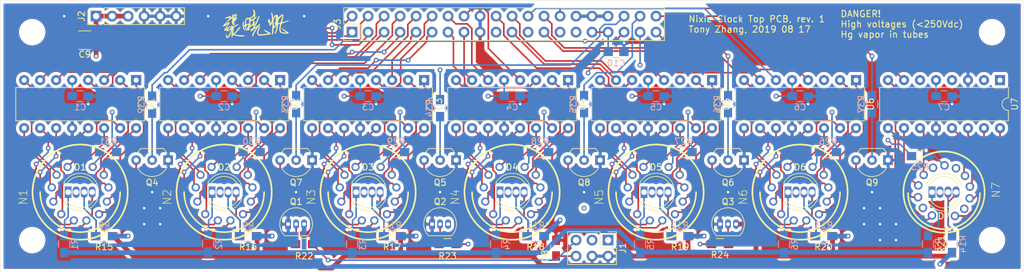
<source format=kicad_pcb>
(kicad_pcb (version 20171130) (host pcbnew "(5.1.2-1)-1")

  (general
    (thickness 1.6)
    (drawings 6)
    (tracks 967)
    (zones 0)
    (modules 85)
    (nets 157)
  )

  (page A4)
  (title_block
    (title "Nixie Clock Top PCB")
    (date 2019-08-15)
    (rev 1)
  )

  (layers
    (0 F.Cu signal)
    (1 In1.Cu signal)
    (2 In2.Cu power)
    (31 B.Cu signal)
    (32 B.Adhes user)
    (33 F.Adhes user)
    (34 B.Paste user)
    (35 F.Paste user)
    (36 B.SilkS user)
    (37 F.SilkS user)
    (38 B.Mask user)
    (39 F.Mask user)
    (40 Dwgs.User user)
    (41 Cmts.User user)
    (42 Eco1.User user)
    (43 Eco2.User user)
    (44 Edge.Cuts user)
    (45 Margin user)
    (46 B.CrtYd user hide)
    (47 F.CrtYd user)
    (48 B.Fab user hide)
    (49 F.Fab user hide)
  )

  (setup
    (last_trace_width 0.254)
    (user_trace_width 0.508)
    (user_trace_width 0.762)
    (trace_clearance 0.254)
    (zone_clearance 1.27)
    (zone_45_only no)
    (trace_min 0.127)
    (via_size 0.762)
    (via_drill 0.381)
    (via_min_size 0.4572)
    (via_min_drill 0.254)
    (uvia_size 0.3)
    (uvia_drill 0.1)
    (uvias_allowed no)
    (uvia_min_size 0.2)
    (uvia_min_drill 0.1)
    (edge_width 0.05)
    (segment_width 0.2)
    (pcb_text_width 0.3)
    (pcb_text_size 1.5 1.5)
    (mod_edge_width 0.12)
    (mod_text_size 1 1)
    (mod_text_width 0.15)
    (pad_size 6.4 6.4)
    (pad_drill 3.200001)
    (pad_to_mask_clearance 0.0508)
    (solder_mask_min_width 0.1016)
    (aux_axis_origin 0 0)
    (visible_elements FFFFFF7F)
    (pcbplotparams
      (layerselection 0x010fc_ffffffff)
      (usegerberextensions false)
      (usegerberattributes false)
      (usegerberadvancedattributes false)
      (creategerberjobfile false)
      (excludeedgelayer true)
      (linewidth 0.100000)
      (plotframeref false)
      (viasonmask false)
      (mode 1)
      (useauxorigin false)
      (hpglpennumber 1)
      (hpglpenspeed 20)
      (hpglpendiameter 15.000000)
      (psnegative false)
      (psa4output false)
      (plotreference true)
      (plotvalue true)
      (plotinvisibletext false)
      (padsonsilk false)
      (subtractmaskfromsilk false)
      (outputformat 1)
      (mirror false)
      (drillshape 1)
      (scaleselection 1)
      (outputdirectory ""))
  )

  (net 0 "")
  (net 1 VCC)
  (net 2 GND)
  (net 3 /HV)
  (net 4 /r1)
  (net 5 /g1)
  (net 6 /b1)
  (net 7 /r2)
  (net 8 /g2)
  (net 9 /b2)
  (net 10 /r3)
  (net 11 /g3)
  (net 12 /b3)
  (net 13 /r4)
  (net 14 /g4)
  (net 15 /b4)
  (net 16 /r5)
  (net 17 /g5)
  (net 18 /b5)
  (net 19 /r6)
  (net 20 /g6)
  (net 21 /b6)
  (net 22 /r7)
  (net 23 /g7)
  (net 24 /b7)
  (net 25 /h7)
  (net 26 /h6)
  (net 27 /h5)
  (net 28 /h4)
  (net 29 /h3)
  (net 30 /h2)
  (net 31 /h1)
  (net 32 /h0)
  (net 33 /m7)
  (net 34 /m6)
  (net 35 /m5)
  (net 36 /m4)
  (net 37 /m3)
  (net 38 /m2)
  (net 39 /m1)
  (net 40 /m0)
  (net 41 /s7)
  (net 42 /s6)
  (net 43 /s5)
  (net 44 /s4)
  (net 45 /s3)
  (net 46 /s2)
  (net 47 /s1)
  (net 48 /s0)
  (net 49 /19b)
  (net 50 /19c)
  (net 51 /19d)
  (net 52 /a1)
  (net 53 "Net-(N1-Pad9)")
  (net 54 "Net-(N1-Pad8)")
  (net 55 "Net-(N1-Pad7)")
  (net 56 "Net-(N1-Pad6)")
  (net 57 "Net-(N1-Pad5)")
  (net 58 "Net-(N1-Pad4)")
  (net 59 "Net-(N1-Pad3)")
  (net 60 "Net-(N1-Pad2)")
  (net 61 "Net-(N1-Pad1)")
  (net 62 "Net-(N1-Pad0)")
  (net 63 /d1)
  (net 64 /a2)
  (net 65 "Net-(N2-Pad9)")
  (net 66 "Net-(N2-Pad8)")
  (net 67 "Net-(N2-Pad7)")
  (net 68 "Net-(N2-Pad6)")
  (net 69 "Net-(N2-Pad5)")
  (net 70 "Net-(N2-Pad4)")
  (net 71 "Net-(N2-Pad3)")
  (net 72 "Net-(N2-Pad2)")
  (net 73 "Net-(N2-Pad1)")
  (net 74 "Net-(N2-Pad0)")
  (net 75 /d2)
  (net 76 /a3)
  (net 77 "Net-(N3-Pad9)")
  (net 78 "Net-(N3-Pad8)")
  (net 79 "Net-(N3-Pad7)")
  (net 80 "Net-(N3-Pad6)")
  (net 81 "Net-(N3-Pad5)")
  (net 82 "Net-(N3-Pad4)")
  (net 83 "Net-(N3-Pad3)")
  (net 84 "Net-(N3-Pad2)")
  (net 85 "Net-(N3-Pad1)")
  (net 86 "Net-(N3-Pad0)")
  (net 87 /d3)
  (net 88 /a4)
  (net 89 "Net-(N4-Pad9)")
  (net 90 "Net-(N4-Pad8)")
  (net 91 "Net-(N4-Pad7)")
  (net 92 "Net-(N4-Pad6)")
  (net 93 "Net-(N4-Pad5)")
  (net 94 "Net-(N4-Pad4)")
  (net 95 "Net-(N4-Pad3)")
  (net 96 "Net-(N4-Pad2)")
  (net 97 "Net-(N4-Pad1)")
  (net 98 "Net-(N4-Pad0)")
  (net 99 /d4)
  (net 100 /a5)
  (net 101 "Net-(N5-Pad9)")
  (net 102 "Net-(N5-Pad8)")
  (net 103 "Net-(N5-Pad7)")
  (net 104 "Net-(N5-Pad6)")
  (net 105 "Net-(N5-Pad5)")
  (net 106 "Net-(N5-Pad4)")
  (net 107 "Net-(N5-Pad3)")
  (net 108 "Net-(N5-Pad2)")
  (net 109 "Net-(N5-Pad1)")
  (net 110 "Net-(N5-Pad0)")
  (net 111 /d5)
  (net 112 /a6)
  (net 113 "Net-(N6-Pad9)")
  (net 114 "Net-(N6-Pad8)")
  (net 115 "Net-(N6-Pad7)")
  (net 116 "Net-(N6-Pad6)")
  (net 117 "Net-(N6-Pad5)")
  (net 118 "Net-(N6-Pad4)")
  (net 119 "Net-(N6-Pad3)")
  (net 120 "Net-(N6-Pad2)")
  (net 121 "Net-(N6-Pad1)")
  (net 122 "Net-(N6-Pad0)")
  (net 123 /d6)
  (net 124 "Net-(N7-Pad14)")
  (net 125 "Net-(N7-Pad12)")
  (net 126 "Net-(N7-Pad11)")
  (net 127 "Net-(N7-Pad10)")
  (net 128 /a7)
  (net 129 "Net-(N7-Pad6)")
  (net 130 "Net-(N7-Pad5)")
  (net 131 "Net-(N7-Pad4)")
  (net 132 "Net-(N7-Pad2)")
  (net 133 "Net-(Q1-Pad2)")
  (net 134 "Net-(Q2-Pad2)")
  (net 135 "Net-(Q3-Pad2)")
  (net 136 "Net-(Q4-Pad2)")
  (net 137 "Net-(Q5-Pad2)")
  (net 138 "Net-(Q6-Pad2)")
  (net 139 "Net-(Q7-Pad2)")
  (net 140 "Net-(Q8-Pad2)")
  (net 141 "Net-(Q9-Pad2)")
  (net 142 "Net-(U7-Pad1)")
  (net 143 "Net-(U7-Pad2)")
  (net 144 +5V)
  (net 145 /r_ctrl)
  (net 146 /g_ctrl)
  (net 147 /b_ctrl)
  (net 148 /d6_ctrl)
  (net 149 /d5_ctrl)
  (net 150 /d4_ctrl)
  (net 151 /d3_ctrl)
  (net 152 /d2_ctrl)
  (net 153 /d1_ctrl)
  (net 154 /r_cath)
  (net 155 /g_cath)
  (net 156 /b_cath)

  (net_class Default "This is the default net class."
    (clearance 0.254)
    (trace_width 0.254)
    (via_dia 0.762)
    (via_drill 0.381)
    (uvia_dia 0.3)
    (uvia_drill 0.1)
    (add_net /19b)
    (add_net /19c)
    (add_net /19d)
    (add_net /b_cath)
    (add_net /b_ctrl)
    (add_net /d1_ctrl)
    (add_net /d2_ctrl)
    (add_net /d3_ctrl)
    (add_net /d4_ctrl)
    (add_net /d5_ctrl)
    (add_net /d6_ctrl)
    (add_net /g_cath)
    (add_net /g_ctrl)
    (add_net /h0)
    (add_net /h1)
    (add_net /h2)
    (add_net /h3)
    (add_net /h4)
    (add_net /h5)
    (add_net /h6)
    (add_net /h7)
    (add_net /m0)
    (add_net /m1)
    (add_net /m2)
    (add_net /m3)
    (add_net /m4)
    (add_net /m5)
    (add_net /m6)
    (add_net /m7)
    (add_net /r_cath)
    (add_net /r_ctrl)
    (add_net /s0)
    (add_net /s1)
    (add_net /s2)
    (add_net /s3)
    (add_net /s4)
    (add_net /s5)
    (add_net /s6)
    (add_net /s7)
    (add_net "Net-(U7-Pad1)")
    (add_net "Net-(U7-Pad2)")
  )

  (net_class HV ""
    (clearance 0.254)
    (trace_width 0.254)
    (via_dia 0.762)
    (via_drill 0.381)
    (uvia_dia 0.3)
    (uvia_drill 0.1)
    (add_net /HV)
    (add_net /a1)
    (add_net /a2)
    (add_net /a3)
    (add_net /a4)
    (add_net /a5)
    (add_net /a6)
    (add_net /a7)
    (add_net /d1)
    (add_net /d2)
    (add_net /d3)
    (add_net /d4)
    (add_net /d5)
    (add_net /d6)
    (add_net "Net-(N1-Pad0)")
    (add_net "Net-(N1-Pad1)")
    (add_net "Net-(N1-Pad2)")
    (add_net "Net-(N1-Pad3)")
    (add_net "Net-(N1-Pad4)")
    (add_net "Net-(N1-Pad5)")
    (add_net "Net-(N1-Pad6)")
    (add_net "Net-(N1-Pad7)")
    (add_net "Net-(N1-Pad8)")
    (add_net "Net-(N1-Pad9)")
    (add_net "Net-(N2-Pad0)")
    (add_net "Net-(N2-Pad1)")
    (add_net "Net-(N2-Pad2)")
    (add_net "Net-(N2-Pad3)")
    (add_net "Net-(N2-Pad4)")
    (add_net "Net-(N2-Pad5)")
    (add_net "Net-(N2-Pad6)")
    (add_net "Net-(N2-Pad7)")
    (add_net "Net-(N2-Pad8)")
    (add_net "Net-(N2-Pad9)")
    (add_net "Net-(N3-Pad0)")
    (add_net "Net-(N3-Pad1)")
    (add_net "Net-(N3-Pad2)")
    (add_net "Net-(N3-Pad3)")
    (add_net "Net-(N3-Pad4)")
    (add_net "Net-(N3-Pad5)")
    (add_net "Net-(N3-Pad6)")
    (add_net "Net-(N3-Pad7)")
    (add_net "Net-(N3-Pad8)")
    (add_net "Net-(N3-Pad9)")
    (add_net "Net-(N4-Pad0)")
    (add_net "Net-(N4-Pad1)")
    (add_net "Net-(N4-Pad2)")
    (add_net "Net-(N4-Pad3)")
    (add_net "Net-(N4-Pad4)")
    (add_net "Net-(N4-Pad5)")
    (add_net "Net-(N4-Pad6)")
    (add_net "Net-(N4-Pad7)")
    (add_net "Net-(N4-Pad8)")
    (add_net "Net-(N4-Pad9)")
    (add_net "Net-(N5-Pad0)")
    (add_net "Net-(N5-Pad1)")
    (add_net "Net-(N5-Pad2)")
    (add_net "Net-(N5-Pad3)")
    (add_net "Net-(N5-Pad4)")
    (add_net "Net-(N5-Pad5)")
    (add_net "Net-(N5-Pad6)")
    (add_net "Net-(N5-Pad7)")
    (add_net "Net-(N5-Pad8)")
    (add_net "Net-(N5-Pad9)")
    (add_net "Net-(N6-Pad0)")
    (add_net "Net-(N6-Pad1)")
    (add_net "Net-(N6-Pad2)")
    (add_net "Net-(N6-Pad3)")
    (add_net "Net-(N6-Pad4)")
    (add_net "Net-(N6-Pad5)")
    (add_net "Net-(N6-Pad6)")
    (add_net "Net-(N6-Pad7)")
    (add_net "Net-(N6-Pad8)")
    (add_net "Net-(N6-Pad9)")
    (add_net "Net-(N7-Pad10)")
    (add_net "Net-(N7-Pad11)")
    (add_net "Net-(N7-Pad12)")
    (add_net "Net-(N7-Pad14)")
    (add_net "Net-(N7-Pad2)")
    (add_net "Net-(N7-Pad4)")
    (add_net "Net-(N7-Pad5)")
    (add_net "Net-(N7-Pad6)")
    (add_net "Net-(Q1-Pad2)")
    (add_net "Net-(Q2-Pad2)")
    (add_net "Net-(Q3-Pad2)")
    (add_net "Net-(Q4-Pad2)")
    (add_net "Net-(Q5-Pad2)")
    (add_net "Net-(Q6-Pad2)")
    (add_net "Net-(Q7-Pad2)")
    (add_net "Net-(Q8-Pad2)")
    (add_net "Net-(Q9-Pad2)")
  )

  (net_class LED ""
    (clearance 0.0508)
    (trace_width 0.254)
    (via_dia 0.762)
    (via_drill 0.381)
    (uvia_dia 0.3)
    (uvia_drill 0.1)
    (add_net /b1)
    (add_net /b2)
    (add_net /b3)
    (add_net /b4)
    (add_net /b5)
    (add_net /b6)
    (add_net /b7)
    (add_net /g1)
    (add_net /g2)
    (add_net /g3)
    (add_net /g4)
    (add_net /g5)
    (add_net /g6)
    (add_net /g7)
    (add_net /r1)
    (add_net /r2)
    (add_net /r3)
    (add_net /r4)
    (add_net /r5)
    (add_net /r6)
    (add_net /r7)
  )

  (net_class LV ""
    (clearance 0.127)
    (trace_width 0.254)
    (via_dia 0.762)
    (via_drill 0.381)
    (uvia_dia 0.3)
    (uvia_drill 0.1)
    (add_net +5V)
    (add_net GND)
    (add_net VCC)
  )

  (module logos:chinese-signature-5mm (layer F.Cu) (tedit 5D58F63A) (tstamp 5D591401)
    (at 91.44 80.01)
    (fp_text reference G*** (at 0 0) (layer F.SilkS) hide
      (effects (font (size 1.524 1.524) (thickness 0.3)))
    )
    (fp_text value LOGO (at 0.75 0) (layer F.SilkS) hide
      (effects (font (size 1.524 1.524) (thickness 0.3)))
    )
    (fp_line (start 5.5 -2.5) (end -5.5 -2.5) (layer F.CrtYd) (width 0.12))
    (fp_line (start 5.5 2.5) (end 5.5 -2.5) (layer F.CrtYd) (width 0.12))
    (fp_line (start -5.5 2.5) (end 5.5 2.5) (layer F.CrtYd) (width 0.12))
    (fp_line (start -5.5 -2.5) (end -5.5 2.5) (layer F.CrtYd) (width 0.12))
    (fp_poly (pts (xy 5.334 -0.60325) (xy 5.30225 -0.5715) (xy 5.2705 -0.60325) (xy 5.30225 -0.635)
      (xy 5.334 -0.60325)) (layer F.SilkS) (width 0.01))
    (fp_poly (pts (xy 2.570947 -1.743261) (xy 2.627394 -1.533742) (xy 2.64688 -1.398741) (xy 2.686886 -1.060956)
      (xy 2.862557 -1.276197) (xy 2.977791 -1.396317) (xy 3.064288 -1.449112) (xy 3.084896 -1.44477)
      (xy 3.165466 -1.438667) (xy 3.215973 -1.468156) (xy 3.341429 -1.521029) (xy 3.436049 -1.459708)
      (xy 3.488367 -1.295513) (xy 3.495042 -1.192618) (xy 3.498776 -1.026985) (xy 3.513587 -0.974344)
      (xy 3.551254 -1.020692) (xy 3.586372 -1.084023) (xy 3.687568 -1.214806) (xy 3.838515 -1.352045)
      (xy 4.005108 -1.471408) (xy 4.153243 -1.548562) (xy 4.248816 -1.559176) (xy 4.250771 -1.558055)
      (xy 4.301888 -1.459193) (xy 4.314819 -1.270456) (xy 4.290731 -1.022719) (xy 4.230794 -0.746853)
      (xy 4.218429 -0.703763) (xy 4.169332 -0.513287) (xy 4.148001 -0.376677) (xy 4.153424 -0.333909)
      (xy 4.226445 -0.335214) (xy 4.384449 -0.371961) (xy 4.590846 -0.435422) (xy 4.851882 -0.515667)
      (xy 5.050212 -0.561106) (xy 5.168911 -0.569375) (xy 5.191053 -0.538106) (xy 5.172074 -0.516667)
      (xy 5.115321 -0.478553) (xy 5.009791 -0.429841) (xy 4.835683 -0.36272) (xy 4.573193 -0.26938)
      (xy 4.34975 -0.192302) (xy 4.159496 -0.118414) (xy 4.05269 -0.03873) (xy 3.990159 0.08561)
      (xy 3.957985 0.196358) (xy 3.911523 0.437051) (xy 3.88256 0.711124) (xy 3.87861 0.807994)
      (xy 3.882164 1.007307) (xy 3.912754 1.122455) (xy 3.988456 1.195958) (xy 4.060846 1.236619)
      (xy 4.248379 1.299058) (xy 4.474336 1.330526) (xy 4.521221 1.331488) (xy 4.79425 1.329476)
      (xy 4.603843 1.188613) (xy 4.363628 1.000524) (xy 4.186201 0.840572) (xy 4.086321 0.723336)
      (xy 4.07506 0.666272) (xy 4.143322 0.679503) (xy 4.28097 0.755374) (xy 4.456016 0.875884)
      (xy 4.669367 1.027177) (xy 4.876962 1.161633) (xy 5.004674 1.234584) (xy 5.153841 1.333714)
      (xy 5.179059 1.414703) (xy 5.082511 1.474234) (xy 4.866379 1.508989) (xy 4.822153 1.511954)
      (xy 4.504432 1.505722) (xy 4.197272 1.45738) (xy 3.941164 1.375784) (xy 3.794125 1.287139)
      (xy 3.721192 1.149996) (xy 3.685635 0.927167) (xy 3.68901 0.654808) (xy 3.732871 0.369075)
      (xy 3.751482 0.29567) (xy 3.794671 0.129576) (xy 3.79105 0.045064) (xy 3.724727 0.000538)
      (xy 3.626728 -0.030886) (xy 3.520739 -0.051912) (xy 3.498517 0.000422) (xy 3.516813 0.088226)
      (xy 3.527739 0.213584) (xy 3.493709 0.254) (xy 3.446325 0.308673) (xy 3.429 0.424459)
      (xy 3.40636 0.632893) (xy 3.347666 0.882076) (xy 3.266755 1.128997) (xy 3.177467 1.330642)
      (xy 3.103596 1.435902) (xy 2.98973 1.510088) (xy 2.942618 1.484064) (xy 2.975453 1.372772)
      (xy 3.004029 1.323134) (xy 3.089858 1.123578) (xy 3.175804 0.798776) (xy 3.261415 0.350479)
      (xy 3.272086 0.28575) (xy 3.285951 0.129395) (xy 3.263418 0.088381) (xy 3.213097 0.159288)
      (xy 3.144335 0.336453) (xy 3.066736 0.487351) (xy 2.956023 0.535208) (xy 2.940106 0.535176)
      (xy 2.869208 0.54384) (xy 2.823449 0.592859) (xy 2.792987 0.708106) (xy 2.767984 0.915456)
      (xy 2.758987 1.011426) (xy 2.719696 1.325304) (xy 2.666554 1.526669) (xy 2.594377 1.629708)
      (xy 2.52534 1.651) (xy 2.492518 1.598134) (xy 2.508608 1.476375) (xy 2.527839 1.34623)
      (xy 2.546343 1.120717) (xy 2.562024 0.831459) (xy 2.572785 0.510079) (xy 2.572833 0.508)
      (xy 2.591182 -0.28575) (xy 2.43525 0.020053) (xy 2.315681 0.215773) (xy 2.220737 0.288139)
      (xy 2.1523 0.237183) (xy 2.112252 0.062939) (xy 2.107886 0.014271) (xy 2.08366 -0.154221)
      (xy 2.038065 -0.216744) (xy 1.996761 -0.212125) (xy 1.939362 -0.217466) (xy 1.911496 -0.306128)
      (xy 1.905 -0.47145) (xy 1.921205 -0.679016) (xy 1.974414 -0.785799) (xy 2.006658 -0.804996)
      (xy 2.120474 -0.796336) (xy 2.193608 -0.673954) (xy 2.221412 -0.445909) (xy 2.221527 -0.432373)
      (xy 2.238672 -0.241562) (xy 2.284348 -0.173513) (xy 2.353052 -0.228634) (xy 2.439282 -0.407332)
      (xy 2.442618 -0.416006) (xy 2.451658 -0.447346) (xy 2.766854 -0.447346) (xy 2.77408 -0.254)
      (xy 2.791608 -0.012545) (xy 2.810463 0.183347) (xy 2.826891 0.295427) (xy 2.828582 0.301625)
      (xy 2.885618 0.377726) (xy 2.955405 0.344175) (xy 3.0121 0.216176) (xy 3.014649 0.043191)
      (xy 2.973756 -0.044696) (xy 2.930879 -0.133901) (xy 2.993886 -0.213467) (xy 3.00913 -0.224897)
      (xy 3.033953 -0.254) (xy 3.2385 -0.254) (xy 3.261733 -0.201733) (xy 3.280833 -0.211667)
      (xy 3.288433 -0.287027) (xy 3.280833 -0.296334) (xy 3.243082 -0.287617) (xy 3.2385 -0.254)
      (xy 3.033953 -0.254) (xy 3.085007 -0.313854) (xy 3.086711 -0.369736) (xy 3.081594 -0.409463)
      (xy 3.4925 -0.409463) (xy 3.498791 -0.243603) (xy 3.531518 -0.17349) (xy 3.611465 -0.167995)
      (xy 3.64931 -0.174588) (xy 3.794635 -0.225702) (xy 3.867336 -0.278324) (xy 3.913989 -0.373435)
      (xy 3.97366 -0.545987) (xy 4.0369 -0.760528) (xy 4.094258 -0.981608) (xy 4.136285 -1.173777)
      (xy 4.153529 -1.301584) (xy 4.14832 -1.332382) (xy 4.092805 -1.304984) (xy 3.97783 -1.202373)
      (xy 3.8267 -1.04566) (xy 3.803243 -1.019782) (xy 3.635907 -0.823298) (xy 3.541378 -0.675788)
      (xy 3.50017 -0.53898) (xy 3.4925 -0.409463) (xy 3.081594 -0.409463) (xy 3.074454 -0.464896)
      (xy 3.08799 -0.632415) (xy 3.100024 -0.707336) (xy 3.12614 -0.928468) (xy 3.120883 -1.104203)
      (xy 3.088727 -1.210828) (xy 3.034149 -1.22463) (xy 3.007206 -1.199054) (xy 2.865526 -0.981239)
      (xy 2.788703 -0.744022) (xy 2.766854 -0.447346) (xy 2.451658 -0.447346) (xy 2.508463 -0.64427)
      (xy 2.523739 -0.883764) (xy 2.506978 -1.097349) (xy 2.473244 -1.326713) (xy 2.431826 -1.517624)
      (xy 2.399839 -1.610193) (xy 2.375054 -1.745515) (xy 2.407117 -1.797518) (xy 2.496967 -1.832108)
      (xy 2.570947 -1.743261)) (layer F.SilkS) (width 0.01))
    (fp_poly (pts (xy 0.631672 0.369216) (xy 0.607569 0.521118) (xy 0.513661 0.768336) (xy 0.513018 0.769802)
      (xy 0.426862 0.996276) (xy 0.360611 1.222517) (xy 0.348226 1.280407) (xy 0.334971 1.436977)
      (xy 0.373508 1.542138) (xy 0.479627 1.601589) (xy 0.669119 1.621029) (xy 0.957773 1.606156)
      (xy 1.18655 1.582976) (xy 1.543066 1.538483) (xy 1.779342 1.496743) (xy 1.902032 1.455241)
      (xy 1.917786 1.411467) (xy 1.833256 1.362908) (xy 1.80088 1.350991) (xy 1.649936 1.277083)
      (xy 1.480061 1.164278) (xy 1.327034 1.040461) (xy 1.226631 0.933522) (xy 1.2065 0.887684)
      (xy 1.25682 0.890745) (xy 1.388749 0.942519) (xy 1.573738 1.02852) (xy 1.783236 1.134263)
      (xy 1.988696 1.245259) (xy 2.161568 1.347022) (xy 2.273303 1.425066) (xy 2.283278 1.434074)
      (xy 2.33475 1.503175) (xy 2.32081 1.559623) (xy 2.228831 1.607943) (xy 2.046187 1.652659)
      (xy 1.760252 1.698297) (xy 1.426189 1.741239) (xy 1.05849 1.785888) (xy 0.795588 1.81568)
      (xy 0.616031 1.829572) (xy 0.498371 1.826519) (xy 0.421157 1.80548) (xy 0.362938 1.76541)
      (xy 0.302264 1.705267) (xy 0.282863 1.685636) (xy 0.186914 1.578895) (xy 0.141041 1.478567)
      (xy 0.142358 1.348641) (xy 0.187975 1.153108) (xy 0.228805 1.01165) (xy 0.319787 0.745556)
      (xy 0.418786 0.523548) (xy 0.512231 0.372061) (xy 0.585191 0.3175) (xy 0.631672 0.369216)) (layer F.SilkS) (width 0.01))
    (fp_poly (pts (xy -0.384846 -2.297538) (xy -0.275707 -2.197689) (xy -0.165579 -2.028779) (xy -0.153369 -1.874209)
      (xy -0.157792 -1.854462) (xy -0.15989 -1.702611) (xy -0.115339 -1.643793) (xy -0.065452 -1.582713)
      (xy -0.111656 -1.513945) (xy -0.170377 -1.395011) (xy -0.1905 -1.255066) (xy -0.180378 -1.132603)
      (xy -0.130552 -1.112648) (xy -0.058062 -1.145911) (xy 0.069788 -1.196203) (xy 0.110442 -1.172129)
      (xy 0.06728 -1.088346) (xy -0.056316 -0.959512) (xy -0.11219 -0.911257) (xy -0.284854 -0.746902)
      (xy -0.366345 -0.606246) (xy -0.381 -0.502734) (xy -0.356298 -0.35689) (xy -0.2925 -0.324888)
      (xy -0.205075 -0.412912) (xy -0.195587 -0.428625) (xy -0.145178 -0.501474) (xy -0.130125 -0.455634)
      (xy -0.128931 -0.411005) (xy -0.163199 -0.261388) (xy -0.226679 -0.139948) (xy -0.293611 0.005373)
      (xy -0.302434 0.112306) (xy -0.266831 0.119323) (xy -0.194764 0.029791) (xy -0.097674 -0.135216)
      (xy 0.013001 -0.354626) (xy 0.125823 -0.607368) (xy 0.223881 -0.85725) (xy 0.329559 -1.119918)
      (xy 0.414983 -1.266392) (xy 0.485721 -1.304825) (xy 0.517084 -1.286316) (xy 0.522136 -1.201379)
      (xy 0.478354 -1.029049) (xy 0.396073 -0.794308) (xy 0.285626 -0.522138) (xy 0.157348 -0.237521)
      (xy 0.021572 0.03456) (xy -0.111367 0.269123) (xy -0.15373 0.335356) (xy -0.225506 0.462363)
      (xy -0.244481 0.537519) (xy -0.242377 0.540789) (xy -0.18333 0.517479) (xy -0.052108 0.429973)
      (xy 0.126012 0.295518) (xy 0.179294 0.253058) (xy 0.36688 0.104865) (xy 0.514472 -0.006194)
      (xy 0.596292 -0.060887) (xy 0.603569 -0.0635) (xy 0.639655 -0.020483) (xy 0.612862 0.079384)
      (xy 0.537794 0.192324) (xy 0.508371 0.221914) (xy 0.388749 0.356279) (xy 0.23679 0.563699)
      (xy 0.069621 0.816025) (xy -0.095626 1.085111) (xy -0.241822 1.342809) (xy -0.351837 1.560972)
      (xy -0.408541 1.711451) (xy -0.412352 1.734837) (xy -0.447866 1.891317) (xy -0.509074 1.952527)
      (xy -0.575225 1.906788) (xy -0.603039 1.842167) (xy -0.596129 1.702696) (xy -0.524562 1.492825)
      (xy -0.401962 1.242153) (xy -0.241958 0.980281) (xy -0.142317 0.841375) (xy -0.054299 0.714351)
      (xy -0.021079 0.641651) (xy -0.026448 0.635) (xy -0.126338 0.673599) (xy -0.2856 0.773529)
      (xy -0.469369 0.910985) (xy -0.618174 1.03897) (xy -0.753028 1.143238) (xy -0.850617 1.184259)
      (xy -0.888674 1.160933) (xy -0.844936 1.072159) (xy -0.826774 1.049284) (xy -0.780957 0.973269)
      (xy -0.83655 0.95265) (xy -0.849475 0.9525) (xy -0.943942 0.929485) (xy -0.937554 0.876759)
      (xy -0.844315 0.818798) (xy -0.758166 0.792907) (xy -0.595241 0.708154) (xy -0.468663 0.557893)
      (xy -0.403297 0.384258) (xy -0.42401 0.229384) (xy -0.42477 0.228011) (xy -0.471418 0.173116)
      (xy -0.538734 0.181045) (xy -0.657687 0.260705) (xy -0.727053 0.314959) (xy -0.879261 0.427673)
      (xy -0.993154 0.497215) (xy -1.024732 0.508) (xy -1.059034 0.564354) (xy -1.078107 0.70513)
      (xy -1.0795 0.762) (xy -1.094078 0.944944) (xy -1.142203 1.010482) (xy -1.230461 0.965312)
      (xy -1.2558 0.9413) (xy -1.33846 0.904915) (xy -1.444609 0.969885) (xy -1.448125 0.97305)
      (xy -1.581648 1.074504) (xy -1.645176 1.0799) (xy -1.639244 0.998795) (xy -1.564385 0.840745)
      (xy -1.42875 0.626343) (xy -1.310023 0.434764) (xy -1.229383 0.268326) (xy -1.2065 0.181346)
      (xy -1.217745 0.101928) (xy -1.275013 0.099819) (xy -1.375752 0.148123) (xy -1.490839 0.235409)
      (xy -1.549203 0.369505) (xy -1.569431 0.515276) (xy -1.622064 0.742252) (xy -1.723585 0.897131)
      (xy -1.852173 0.9525) (xy -1.917948 0.90471) (xy -2.009223 0.788885) (xy -2.014522 0.78088)
      (xy -2.076416 0.616004) (xy -2.106724 0.430734) (xy -1.961247 0.430734) (xy -1.926498 0.546354)
      (xy -1.906572 0.599116) (xy -1.829271 0.733581) (xy -1.759824 0.747283) (xy -1.718563 0.643145)
      (xy -1.7145 0.5715) (xy -1.734458 0.432059) (xy -1.808717 0.382965) (xy -1.8415 0.381)
      (xy -1.936458 0.387494) (xy -1.961247 0.430734) (xy -2.106724 0.430734) (xy -2.116138 0.373195)
      (xy -2.131087 0.100004) (xy -2.118664 -0.156019) (xy -2.076269 -0.347324) (xy -2.07621 -0.347471)
      (xy -2.021184 -0.425641) (xy -1.974267 -0.398971) (xy -1.943976 -0.289619) (xy -1.938827 -0.119745)
      (xy -1.948768 -0.015906) (xy -1.965685 0.151763) (xy -1.949532 0.221728) (xy -1.892651 0.220719)
      (xy -1.882073 0.216848) (xy -1.801108 0.127538) (xy -1.775176 0.009081) (xy -1.760752 -0.300318)
      (xy -1.5875 -0.300318) (xy -1.5875 0.01009) (xy -1.458993 -0.017441) (xy -0.980943 -0.017441)
      (xy -0.976025 0.035813) (xy -0.935533 -0.001482) (xy -0.914959 -0.028933) (xy -0.849263 -0.090654)
      (xy -0.826976 -0.057187) (xy -0.851872 0.046) (xy -0.891235 0.131174) (xy -0.925624 0.230301)
      (xy -0.878779 0.239348) (xy -0.757782 0.1595) (xy -0.682625 0.096289) (xy -0.557766 -0.050348)
      (xy -0.511 -0.228759) (xy -0.508 -0.315664) (xy -0.513594 -0.478464) (xy -0.546583 -0.544425)
      (xy -0.63128 -0.543671) (xy -0.682625 -0.532027) (xy -0.812702 -0.49802) (xy -0.882164 -0.452455)
      (xy -0.919995 -0.357637) (xy -0.954775 -0.178063) (xy -0.980943 -0.017441) (xy -1.458993 -0.017441)
      (xy -1.381125 -0.034123) (xy -1.231781 -0.071801) (xy -1.147812 -0.103603) (xy -1.145565 -0.105396)
      (xy -1.128615 -0.178981) (xy -1.116875 -0.338132) (xy -1.113815 -0.463103) (xy -1.117787 -0.658026)
      (xy -1.140667 -0.749113) (xy -0.889 -0.749113) (xy -0.840858 -0.703537) (xy -0.734857 -0.704294)
      (xy -0.628639 -0.744905) (xy -0.590531 -0.782664) (xy -0.489389 -0.876945) (xy -0.428625 -0.907671)
      (xy -0.361352 -0.977535) (xy -0.320155 -1.095745) (xy -0.314535 -1.210286) (xy -0.35399 -1.269148)
      (xy -0.362448 -1.27) (xy -0.433582 -1.227796) (xy -0.554677 -1.123282) (xy -0.692224 -0.989604)
      (xy -0.812717 -0.85991) (xy -0.882649 -0.767345) (xy -0.889 -0.749113) (xy -1.140667 -0.749113)
      (xy -1.143448 -0.760182) (xy -1.205537 -0.803616) (xy -1.266443 -0.815656) (xy -1.432035 -0.787334)
      (xy -1.53818 -0.647087) (xy -1.585001 -0.394719) (xy -1.5875 -0.300318) (xy -1.760752 -0.300318)
      (xy -1.756598 -0.389421) (xy -1.711636 -0.676683) (xy -1.633275 -0.866978) (xy -1.514499 -0.97458)
      (xy -1.348294 -1.013762) (xy -1.272513 -1.013739) (xy -1.083038 -1.008694) (xy -0.956627 -1.027246)
      (xy -0.845331 -1.088154) (xy -0.701195 -1.21018) (xy -0.648334 -1.257934) (xy -0.4906 -1.413525)
      (xy -0.410377 -1.541187) (xy -0.382834 -1.688189) (xy -0.381 -1.766796) (xy -0.399018 -1.966784)
      (xy -0.443729 -2.129555) (xy -0.457972 -2.156974) (xy -0.507525 -2.279932) (xy -0.474939 -2.32862)
      (xy -0.384846 -2.297538)) (layer F.SilkS) (width 0.01))
    (fp_poly (pts (xy -3.113498 -1.615882) (xy -3.056988 -1.522152) (xy -3.080246 -1.355015) (xy -3.175868 -1.156304)
      (xy -3.254328 -1.023385) (xy -3.266496 -0.977065) (xy -3.212914 -0.99595) (xy -3.179485 -1.013601)
      (xy -3.058486 -1.04732) (xy -3.010703 -0.99747) (xy -3.041392 -0.887767) (xy -3.126098 -0.772715)
      (xy -3.289927 -0.57809) (xy -3.430737 -0.382449) (xy -3.526491 -0.2188) (xy -3.556 -0.128794)
      (xy -3.507272 -0.083527) (xy -3.429 -0.09525) (xy -3.328458 -0.103709) (xy -3.302 -0.075555)
      (xy -3.356998 0.029326) (xy -3.488023 0.102362) (xy -3.63188 0.115999) (xy -3.747103 0.062541)
      (xy -3.797316 -0.075857) (xy -3.799744 -0.09525) (xy -3.833783 -0.255868) (xy -3.879902 -0.3567)
      (xy -3.889008 -0.440753) (xy -3.6195 -0.440753) (xy -3.599094 -0.383057) (xy -3.552268 -0.43339)
      (xy -3.531772 -0.479549) (xy -3.527334 -0.545098) (xy -3.556728 -0.539301) (xy -3.617244 -0.458)
      (xy -3.6195 -0.440753) (xy -3.889008 -0.440753) (xy -3.890172 -0.451492) (xy -3.842534 -0.507351)
      (xy -3.766178 -0.63088) (xy -3.7465 -0.739236) (xy -3.762588 -0.84462) (xy -3.836608 -0.866528)
      (xy -3.921125 -0.850753) (xy -4.022436 -0.79933) (xy -4.173875 -0.69142) (xy -4.350209 -0.54917)
      (xy -4.526206 -0.394726) (xy -4.676635 -0.250234) (xy -4.776262 -0.137841) (xy -4.799857 -0.079692)
      (xy -4.799751 -0.079585) (xy -4.736843 -0.094603) (xy -4.608299 -0.160211) (xy -4.563287 -0.186841)
      (xy -4.357997 -0.29787) (xy -4.238087 -0.326299) (xy -4.20296 -0.269051) (xy -4.252022 -0.123049)
      (xy -4.384677 0.114784) (xy -4.47675 0.260735) (xy -4.608015 0.466985) (xy -4.707489 0.629638)
      (xy -4.758874 0.721806) (xy -4.7625 0.732124) (xy -4.715913 0.713833) (xy -4.594126 0.637032)
      (xy -4.433871 0.525691) (xy -4.234597 0.405416) (xy -4.030674 0.318677) (xy -3.851337 0.273125)
      (xy -3.725817 0.276408) (xy -3.683 0.329206) (xy -3.631835 0.330195) (xy -3.497529 0.281626)
      (xy -3.308864 0.193959) (xy -3.303811 0.191414) (xy -3.055129 0.071725) (xy -2.898512 0.012983)
      (xy -2.817093 0.010846) (xy -2.794 0.060158) (xy -2.846341 0.118576) (xy -2.981941 0.208176)
      (xy -3.127375 0.286922) (xy -3.31611 0.385047) (xy -3.457946 0.465764) (xy -3.510739 0.502177)
      (xy -3.537336 0.584926) (xy -3.562552 0.760048) (xy -3.58169 0.992962) (xy -3.584454 1.04508)
      (xy -3.608181 1.539333) (xy -3.330333 1.266645) (xy -3.141091 1.062248) (xy -2.960933 0.837673)
      (xy -2.87883 0.719228) (xy -2.758618 0.567186) (xy -2.634484 0.466915) (xy -2.532619 0.432401)
      (xy -2.479216 0.477631) (xy -2.4765 0.504386) (xy -2.516919 0.584169) (xy -2.622853 0.728382)
      (xy -2.771321 0.910364) (xy -2.93934 1.103456) (xy -3.10393 1.281) (xy -3.242106 1.416334)
      (xy -3.309767 1.47099) (xy -3.456413 1.56836) (xy -3.317271 1.642827) (xy -3.198427 1.676877)
      (xy -2.985477 1.710907) (xy -2.711234 1.74044) (xy -2.478064 1.757349) (xy -2.124261 1.784141)
      (xy -1.894445 1.81679) (xy -1.789357 1.855038) (xy -1.809738 1.898625) (xy -1.944327 1.944325)
      (xy -2.125777 1.963537) (xy -2.389462 1.960347) (xy -2.693366 1.938636) (xy -2.995475 1.902284)
      (xy -3.253771 1.85517) (xy -3.408591 1.809103) (xy -3.597989 1.737061) (xy -3.698018 1.729203)
      (xy -3.733507 1.794138) (xy -3.730867 1.920875) (xy -3.738171 2.073254) (xy -3.797718 2.126562)
      (xy -3.81 2.12725) (xy -3.8699 2.09326) (xy -3.899155 1.975579) (xy -3.90525 1.80975)
      (xy -3.896159 1.619862) (xy -3.872974 1.487965) (xy -3.855947 1.455715) (xy -3.823181 1.376763)
      (xy -3.79156 1.212773) (xy -3.775286 1.074715) (xy -3.743928 0.73025) (xy -3.838453 1.06085)
      (xy -3.954812 1.427059) (xy -4.07282 1.702701) (xy -4.208996 1.923332) (xy -4.282273 2.016125)
      (xy -4.450568 2.168515) (xy -4.606216 2.223844) (xy -4.720167 2.180166) (xy -4.750042 2.089216)
      (xy -4.761498 1.929786) (xy -4.755659 1.753637) (xy -4.733645 1.612526) (xy -4.706732 1.560528)
      (xy -4.661199 1.588725) (xy -4.619927 1.69487) (xy -4.594574 1.830126) (xy -4.596798 1.945656)
      (xy -4.607781 1.975021) (xy -4.598152 2.028781) (xy -4.57898 2.032) (xy -4.488656 1.976792)
      (xy -4.375419 1.832276) (xy -4.255027 1.630114) (xy -4.143238 1.401965) (xy -4.05581 1.179492)
      (xy -4.008501 0.994354) (xy -4.011178 0.89119) (xy -4.069916 0.889125) (xy -4.198567 0.948489)
      (xy -4.310008 1.017349) (xy -4.515995 1.136248) (xy -4.639692 1.160913) (xy -4.679947 1.091407)
      (xy -4.661504 0.997895) (xy -4.638984 0.909339) (xy -4.67154 0.902507) (xy -4.783687 0.971489)
      (xy -4.965068 1.072024) (xy -5.060572 1.079594) (xy -5.070186 0.994079) (xy -4.998328 0.825735)
      (xy -4.475347 0.825735) (xy -4.471506 0.833986) (xy -4.421789 0.879812) (xy -4.345952 0.863345)
      (xy -4.217543 0.774399) (xy -4.127907 0.701677) (xy -3.994775 0.570889) (xy -3.952433 0.485196)
      (xy -4.000074 0.459942) (xy -4.136891 0.510473) (xy -4.137937 0.511014) (xy -4.324288 0.626595)
      (xy -4.444582 0.739077) (xy -4.475347 0.825735) (xy -4.998328 0.825735) (xy -4.993897 0.815356)
      (xy -4.831692 0.543306) (xy -4.718979 0.373145) (xy -4.562082 0.135501) (xy -4.482476 -0.004458)
      (xy -4.480939 -0.050409) (xy -4.558245 -0.006028) (xy -4.71517 0.125006) (xy -4.7625 0.16692)
      (xy -4.923109 0.280802) (xy -5.082903 0.349074) (xy -5.209177 0.363142) (xy -5.269224 0.314411)
      (xy -5.2705 0.300409) (xy -5.225289 0.185701) (xy -5.165067 0.1189) (xy -5.060449 0.019108)
      (xy -4.910471 -0.140218) (xy -4.735642 -0.335235) (xy -4.556474 -0.542103) (xy -4.393478 -0.736978)
      (xy -4.267164 -0.896019) (xy -4.198045 -0.995383) (xy -4.191 -1.013366) (xy -4.24509 -1.031413)
      (xy -4.384169 -1.010856) (xy -4.492625 -0.981901) (xy -4.736257 -0.914613) (xy -4.880849 -0.893525)
      (xy -4.945112 -0.917255) (xy -4.953 -0.947938) (xy -4.898067 -0.999982) (xy -4.758138 -1.071772)
      (xy -4.570518 -1.148831) (xy -4.372514 -1.216683) (xy -4.201431 -1.260849) (xy -4.123072 -1.270001)
      (xy -4.000261 -1.21478) (xy -3.944425 -1.129478) (xy -3.892443 -0.988956) (xy -3.849909 -1.068432)
      (xy -3.556 -1.068432) (xy -3.541495 -0.969772) (xy -3.49286 -0.978653) (xy -3.402415 -1.098708)
      (xy -3.364805 -1.158875) (xy -3.267722 -1.336545) (xy -3.246228 -1.423187) (xy -3.299482 -1.414272)
      (xy -3.39725 -1.3335) (xy -3.506516 -1.198827) (xy -3.555774 -1.074847) (xy -3.556 -1.068432)
      (xy -3.849909 -1.068432) (xy -3.813429 -1.136594) (xy -3.762582 -1.309685) (xy -3.763402 -1.435866)
      (xy -3.758119 -1.559812) (xy -3.705945 -1.587501) (xy -3.630391 -1.536159) (xy -3.6195 -1.487927)
      (xy -3.602265 -1.434603) (xy -3.533654 -1.454726) (xy -3.426747 -1.525605) (xy -3.240007 -1.621826)
      (xy -3.113498 -1.615882)) (layer F.SilkS) (width 0.01))
  )

  (module Mounting_Holes:MountingHole_3.2mm_M3 locked (layer F.Cu) (tedit 56D1B4CB) (tstamp 5D555E45)
    (at 55.88 81.28)
    (descr "Mounting Hole 3.2mm, no annular, M3")
    (tags "mounting hole 3.2mm no annular m3")
    (attr virtual)
    (fp_text reference REF** (at 0 -4.2) (layer F.SilkS) hide
      (effects (font (size 1 1) (thickness 0.15)))
    )
    (fp_text value MountingHole_3.2mm_M3 (at 0 4.2) (layer F.Fab) hide
      (effects (font (size 1 1) (thickness 0.15)))
    )
    (fp_text user %R (at 0.3 0) (layer F.Fab) hide
      (effects (font (size 1 1) (thickness 0.15)))
    )
    (fp_circle (center 0 0) (end 3.2 0) (layer Cmts.User) (width 0.15))
    (fp_circle (center 0 0) (end 3.45 0) (layer F.CrtYd) (width 0.05))
    (pad 1 np_thru_hole circle (at 0 0) (size 3.2 3.2) (drill 3.2) (layers *.Cu *.Mask))
  )

  (module Mounting_Holes:MountingHole_3.2mm_M3 locked (layer F.Cu) (tedit 56D1B4CB) (tstamp 5D555B7F)
    (at 208.28 114.3)
    (descr "Mounting Hole 3.2mm, no annular, M3")
    (tags "mounting hole 3.2mm no annular m3")
    (attr virtual)
    (fp_text reference REF** (at 0 -4.2) (layer F.SilkS) hide
      (effects (font (size 1 1) (thickness 0.15)))
    )
    (fp_text value MountingHole_3.2mm_M3 (at 0 4.2) (layer F.Fab) hide
      (effects (font (size 1 1) (thickness 0.15)))
    )
    (fp_text user %R (at 0.3 0) (layer F.Fab) hide
      (effects (font (size 1 1) (thickness 0.15)))
    )
    (fp_circle (center 0 0) (end 3.2 0) (layer Cmts.User) (width 0.15))
    (fp_circle (center 0 0) (end 3.45 0) (layer F.CrtYd) (width 0.05))
    (pad 1 np_thru_hole circle (at 0 0) (size 3.2 3.2) (drill 3.2) (layers *.Cu *.Mask))
  )

  (module Mounting_Holes:MountingHole_3.2mm_M3 locked (layer F.Cu) (tedit 56D1B4CB) (tstamp 5D555B7F)
    (at 208.28 81.28)
    (descr "Mounting Hole 3.2mm, no annular, M3")
    (tags "mounting hole 3.2mm no annular m3")
    (attr virtual)
    (fp_text reference REF** (at 0 -4.2) (layer F.SilkS) hide
      (effects (font (size 1 1) (thickness 0.15)))
    )
    (fp_text value MountingHole_3.2mm_M3 (at 0 4.2) (layer F.Fab) hide
      (effects (font (size 1 1) (thickness 0.15)))
    )
    (fp_text user %R (at 0.3 0) (layer F.Fab) hide
      (effects (font (size 1 1) (thickness 0.15)))
    )
    (fp_circle (center 0 0) (end 3.2 0) (layer Cmts.User) (width 0.15))
    (fp_circle (center 0 0) (end 3.45 0) (layer F.CrtYd) (width 0.05))
    (pad 1 np_thru_hole circle (at 0 0) (size 3.2 3.2) (drill 3.2) (layers *.Cu *.Mask))
  )

  (module Mounting_Holes:MountingHole_3.2mm_M3 locked (layer F.Cu) (tedit 56D1B4CB) (tstamp 5D555B7F)
    (at 55.88 114.3)
    (descr "Mounting Hole 3.2mm, no annular, M3")
    (tags "mounting hole 3.2mm no annular m3")
    (attr virtual)
    (fp_text reference REF** (at 0 -4.2) (layer F.SilkS) hide
      (effects (font (size 1 1) (thickness 0.15)))
    )
    (fp_text value MountingHole_3.2mm_M3 (at 0 4.2) (layer F.Fab) hide
      (effects (font (size 1 1) (thickness 0.15)))
    )
    (fp_text user %R (at 0.3 0) (layer F.Fab) hide
      (effects (font (size 1 1) (thickness 0.15)))
    )
    (fp_circle (center 0 0) (end 3.2 0) (layer Cmts.User) (width 0.15))
    (fp_circle (center 0 0) (end 3.45 0) (layer F.CrtYd) (width 0.05))
    (pad 1 np_thru_hole circle (at 0 0) (size 3.2 3.2) (drill 3.2) (layers *.Cu *.Mask))
  )

  (module Capacitors_SMD:C_1210_HandSoldering (layer F.Cu) (tedit 58AA84FB) (tstamp 5D567147)
    (at 64.23 82.55 180)
    (descr "Capacitor SMD 1210, hand soldering")
    (tags "capacitor 1210")
    (path /5E2A0159)
    (attr smd)
    (fp_text reference C9 (at 0 -2.25) (layer F.SilkS)
      (effects (font (size 1 1) (thickness 0.15)))
    )
    (fp_text value 0.1uF/300V (at 0 2.5) (layer F.Fab)
      (effects (font (size 1 1) (thickness 0.15)))
    )
    (fp_text user %R (at 0 -2.25) (layer F.Fab)
      (effects (font (size 1 1) (thickness 0.15)))
    )
    (fp_line (start -1.6 1.25) (end -1.6 -1.25) (layer F.Fab) (width 0.1))
    (fp_line (start 1.6 1.25) (end -1.6 1.25) (layer F.Fab) (width 0.1))
    (fp_line (start 1.6 -1.25) (end 1.6 1.25) (layer F.Fab) (width 0.1))
    (fp_line (start -1.6 -1.25) (end 1.6 -1.25) (layer F.Fab) (width 0.1))
    (fp_line (start 1 -1.48) (end -1 -1.48) (layer F.SilkS) (width 0.12))
    (fp_line (start -1 1.48) (end 1 1.48) (layer F.SilkS) (width 0.12))
    (fp_line (start -3.25 -1.5) (end 3.25 -1.5) (layer F.CrtYd) (width 0.05))
    (fp_line (start -3.25 -1.5) (end -3.25 1.5) (layer F.CrtYd) (width 0.05))
    (fp_line (start 3.25 1.5) (end 3.25 -1.5) (layer F.CrtYd) (width 0.05))
    (fp_line (start 3.25 1.5) (end -3.25 1.5) (layer F.CrtYd) (width 0.05))
    (pad 1 smd rect (at -2 0 180) (size 2 2.5) (layers F.Cu F.Paste F.Mask)
      (net 3 /HV))
    (pad 2 smd rect (at 2 0 180) (size 2 2.5) (layers F.Cu F.Paste F.Mask)
      (net 2 GND))
    (model Capacitors_SMD.3dshapes/C_1210.wrl
      (at (xyz 0 0 0))
      (scale (xyz 1 1 1))
      (rotate (xyz 0 0 0))
    )
  )

  (module Resistors_SMD:R_0805_HandSoldering (layer F.Cu) (tedit 58E0A804) (tstamp 5D5641B6)
    (at 201.93 114.935 90)
    (descr "Resistor SMD 0805, hand soldering")
    (tags "resistor 0805")
    (path /5DC0E489)
    (attr smd)
    (fp_text reference R21 (at 0 -1.7 90) (layer F.SilkS)
      (effects (font (size 1 1) (thickness 0.15)))
    )
    (fp_text value 150 (at 0 1.75 90) (layer F.Fab)
      (effects (font (size 1 1) (thickness 0.15)))
    )
    (fp_line (start 2.35 0.9) (end -2.35 0.9) (layer F.CrtYd) (width 0.05))
    (fp_line (start 2.35 0.9) (end 2.35 -0.9) (layer F.CrtYd) (width 0.05))
    (fp_line (start -2.35 -0.9) (end -2.35 0.9) (layer F.CrtYd) (width 0.05))
    (fp_line (start -2.35 -0.9) (end 2.35 -0.9) (layer F.CrtYd) (width 0.05))
    (fp_line (start -0.6 -0.88) (end 0.6 -0.88) (layer F.SilkS) (width 0.12))
    (fp_line (start 0.6 0.88) (end -0.6 0.88) (layer F.SilkS) (width 0.12))
    (fp_line (start -1 -0.62) (end 1 -0.62) (layer F.Fab) (width 0.1))
    (fp_line (start 1 -0.62) (end 1 0.62) (layer F.Fab) (width 0.1))
    (fp_line (start 1 0.62) (end -1 0.62) (layer F.Fab) (width 0.1))
    (fp_line (start -1 0.62) (end -1 -0.62) (layer F.Fab) (width 0.1))
    (fp_text user %R (at 0 0 90) (layer F.Fab)
      (effects (font (size 0.5 0.5) (thickness 0.075)))
    )
    (pad 2 smd rect (at 1.35 0 90) (size 1.5 1.3) (layers F.Cu F.Paste F.Mask)
      (net 24 /b7))
    (pad 1 smd rect (at -1.35 0 90) (size 1.5 1.3) (layers F.Cu F.Paste F.Mask)
      (net 156 /b_cath))
    (model ${KISYS3DMOD}/Resistors_SMD.3dshapes/R_0805.wrl
      (at (xyz 0 0 0))
      (scale (xyz 1 1 1))
      (rotate (xyz 0 0 0))
    )
  )

  (module Resistors_SMD:R_0805_HandSoldering (layer F.Cu) (tedit 58E0A804) (tstamp 5D5641B3)
    (at 181.53 113.665 180)
    (descr "Resistor SMD 0805, hand soldering")
    (tags "resistor 0805")
    (path /5DC0E48F)
    (attr smd)
    (fp_text reference R20 (at 0 -1.7) (layer F.SilkS)
      (effects (font (size 1 1) (thickness 0.15)))
    )
    (fp_text value 150 (at 0 1.75) (layer F.Fab)
      (effects (font (size 1 1) (thickness 0.15)))
    )
    (fp_text user %R (at 0 0) (layer F.Fab)
      (effects (font (size 0.5 0.5) (thickness 0.075)))
    )
    (fp_line (start -1 0.62) (end -1 -0.62) (layer F.Fab) (width 0.1))
    (fp_line (start 1 0.62) (end -1 0.62) (layer F.Fab) (width 0.1))
    (fp_line (start 1 -0.62) (end 1 0.62) (layer F.Fab) (width 0.1))
    (fp_line (start -1 -0.62) (end 1 -0.62) (layer F.Fab) (width 0.1))
    (fp_line (start 0.6 0.88) (end -0.6 0.88) (layer F.SilkS) (width 0.12))
    (fp_line (start -0.6 -0.88) (end 0.6 -0.88) (layer F.SilkS) (width 0.12))
    (fp_line (start -2.35 -0.9) (end 2.35 -0.9) (layer F.CrtYd) (width 0.05))
    (fp_line (start -2.35 -0.9) (end -2.35 0.9) (layer F.CrtYd) (width 0.05))
    (fp_line (start 2.35 0.9) (end 2.35 -0.9) (layer F.CrtYd) (width 0.05))
    (fp_line (start 2.35 0.9) (end -2.35 0.9) (layer F.CrtYd) (width 0.05))
    (pad 1 smd rect (at -1.35 0 180) (size 1.5 1.3) (layers F.Cu F.Paste F.Mask)
      (net 156 /b_cath))
    (pad 2 smd rect (at 1.35 0 180) (size 1.5 1.3) (layers F.Cu F.Paste F.Mask)
      (net 21 /b6))
    (model ${KISYS3DMOD}/Resistors_SMD.3dshapes/R_0805.wrl
      (at (xyz 0 0 0))
      (scale (xyz 1 1 1))
      (rotate (xyz 0 0 0))
    )
  )

  (module Resistors_SMD:R_0805_HandSoldering (layer F.Cu) (tedit 58E0A804) (tstamp 5D5641B0)
    (at 158.75 113.665 180)
    (descr "Resistor SMD 0805, hand soldering")
    (tags "resistor 0805")
    (path /5DC0E4C0)
    (attr smd)
    (fp_text reference R19 (at 0 -1.7) (layer F.SilkS)
      (effects (font (size 1 1) (thickness 0.15)))
    )
    (fp_text value 150 (at 0 1.75) (layer F.Fab)
      (effects (font (size 1 1) (thickness 0.15)))
    )
    (fp_line (start 2.35 0.9) (end -2.35 0.9) (layer F.CrtYd) (width 0.05))
    (fp_line (start 2.35 0.9) (end 2.35 -0.9) (layer F.CrtYd) (width 0.05))
    (fp_line (start -2.35 -0.9) (end -2.35 0.9) (layer F.CrtYd) (width 0.05))
    (fp_line (start -2.35 -0.9) (end 2.35 -0.9) (layer F.CrtYd) (width 0.05))
    (fp_line (start -0.6 -0.88) (end 0.6 -0.88) (layer F.SilkS) (width 0.12))
    (fp_line (start 0.6 0.88) (end -0.6 0.88) (layer F.SilkS) (width 0.12))
    (fp_line (start -1 -0.62) (end 1 -0.62) (layer F.Fab) (width 0.1))
    (fp_line (start 1 -0.62) (end 1 0.62) (layer F.Fab) (width 0.1))
    (fp_line (start 1 0.62) (end -1 0.62) (layer F.Fab) (width 0.1))
    (fp_line (start -1 0.62) (end -1 -0.62) (layer F.Fab) (width 0.1))
    (fp_text user %R (at 0 0) (layer F.Fab)
      (effects (font (size 0.5 0.5) (thickness 0.075)))
    )
    (pad 2 smd rect (at 1.35 0 180) (size 1.5 1.3) (layers F.Cu F.Paste F.Mask)
      (net 18 /b5))
    (pad 1 smd rect (at -1.35 0 180) (size 1.5 1.3) (layers F.Cu F.Paste F.Mask)
      (net 156 /b_cath))
    (model ${KISYS3DMOD}/Resistors_SMD.3dshapes/R_0805.wrl
      (at (xyz 0 0 0))
      (scale (xyz 1 1 1))
      (rotate (xyz 0 0 0))
    )
  )

  (module Resistors_SMD:R_0805_HandSoldering (layer F.Cu) (tedit 58E0A804) (tstamp 5D5641AD)
    (at 135.81 113.665 180)
    (descr "Resistor SMD 0805, hand soldering")
    (tags "resistor 0805")
    (path /5DC0E4BA)
    (attr smd)
    (fp_text reference R18 (at 0 -1.7) (layer F.SilkS)
      (effects (font (size 1 1) (thickness 0.15)))
    )
    (fp_text value 150 (at 0 1.75) (layer F.Fab)
      (effects (font (size 1 1) (thickness 0.15)))
    )
    (fp_text user %R (at 0 0) (layer F.Fab)
      (effects (font (size 0.5 0.5) (thickness 0.075)))
    )
    (fp_line (start -1 0.62) (end -1 -0.62) (layer F.Fab) (width 0.1))
    (fp_line (start 1 0.62) (end -1 0.62) (layer F.Fab) (width 0.1))
    (fp_line (start 1 -0.62) (end 1 0.62) (layer F.Fab) (width 0.1))
    (fp_line (start -1 -0.62) (end 1 -0.62) (layer F.Fab) (width 0.1))
    (fp_line (start 0.6 0.88) (end -0.6 0.88) (layer F.SilkS) (width 0.12))
    (fp_line (start -0.6 -0.88) (end 0.6 -0.88) (layer F.SilkS) (width 0.12))
    (fp_line (start -2.35 -0.9) (end 2.35 -0.9) (layer F.CrtYd) (width 0.05))
    (fp_line (start -2.35 -0.9) (end -2.35 0.9) (layer F.CrtYd) (width 0.05))
    (fp_line (start 2.35 0.9) (end 2.35 -0.9) (layer F.CrtYd) (width 0.05))
    (fp_line (start 2.35 0.9) (end -2.35 0.9) (layer F.CrtYd) (width 0.05))
    (pad 1 smd rect (at -1.35 0 180) (size 1.5 1.3) (layers F.Cu F.Paste F.Mask)
      (net 156 /b_cath))
    (pad 2 smd rect (at 1.35 0 180) (size 1.5 1.3) (layers F.Cu F.Paste F.Mask)
      (net 15 /b4))
    (model ${KISYS3DMOD}/Resistors_SMD.3dshapes/R_0805.wrl
      (at (xyz 0 0 0))
      (scale (xyz 1 1 1))
      (rotate (xyz 0 0 0))
    )
  )

  (module Resistors_SMD:R_0805_HandSoldering (layer F.Cu) (tedit 58E0A804) (tstamp 5D5641AA)
    (at 113.03 113.665 180)
    (descr "Resistor SMD 0805, hand soldering")
    (tags "resistor 0805")
    (path /5DC0E4B4)
    (attr smd)
    (fp_text reference R17 (at 0 -1.7) (layer F.SilkS)
      (effects (font (size 1 1) (thickness 0.15)))
    )
    (fp_text value 150 (at 0 1.75) (layer F.Fab)
      (effects (font (size 1 1) (thickness 0.15)))
    )
    (fp_text user %R (at 0 0) (layer F.Fab)
      (effects (font (size 0.5 0.5) (thickness 0.075)))
    )
    (fp_line (start -1 0.62) (end -1 -0.62) (layer F.Fab) (width 0.1))
    (fp_line (start 1 0.62) (end -1 0.62) (layer F.Fab) (width 0.1))
    (fp_line (start 1 -0.62) (end 1 0.62) (layer F.Fab) (width 0.1))
    (fp_line (start -1 -0.62) (end 1 -0.62) (layer F.Fab) (width 0.1))
    (fp_line (start 0.6 0.88) (end -0.6 0.88) (layer F.SilkS) (width 0.12))
    (fp_line (start -0.6 -0.88) (end 0.6 -0.88) (layer F.SilkS) (width 0.12))
    (fp_line (start -2.35 -0.9) (end 2.35 -0.9) (layer F.CrtYd) (width 0.05))
    (fp_line (start -2.35 -0.9) (end -2.35 0.9) (layer F.CrtYd) (width 0.05))
    (fp_line (start 2.35 0.9) (end 2.35 -0.9) (layer F.CrtYd) (width 0.05))
    (fp_line (start 2.35 0.9) (end -2.35 0.9) (layer F.CrtYd) (width 0.05))
    (pad 1 smd rect (at -1.35 0 180) (size 1.5 1.3) (layers F.Cu F.Paste F.Mask)
      (net 156 /b_cath))
    (pad 2 smd rect (at 1.35 0 180) (size 1.5 1.3) (layers F.Cu F.Paste F.Mask)
      (net 12 /b3))
    (model ${KISYS3DMOD}/Resistors_SMD.3dshapes/R_0805.wrl
      (at (xyz 0 0 0))
      (scale (xyz 1 1 1))
      (rotate (xyz 0 0 0))
    )
  )

  (module Resistors_SMD:R_0805_HandSoldering (layer F.Cu) (tedit 58E0A804) (tstamp 5D5641A7)
    (at 90.17 113.665 180)
    (descr "Resistor SMD 0805, hand soldering")
    (tags "resistor 0805")
    (path /5DC0E4AE)
    (attr smd)
    (fp_text reference R16 (at 0 -1.7) (layer F.SilkS)
      (effects (font (size 1 1) (thickness 0.15)))
    )
    (fp_text value 150 (at 0 1.75) (layer F.Fab)
      (effects (font (size 1 1) (thickness 0.15)))
    )
    (fp_line (start 2.35 0.9) (end -2.35 0.9) (layer F.CrtYd) (width 0.05))
    (fp_line (start 2.35 0.9) (end 2.35 -0.9) (layer F.CrtYd) (width 0.05))
    (fp_line (start -2.35 -0.9) (end -2.35 0.9) (layer F.CrtYd) (width 0.05))
    (fp_line (start -2.35 -0.9) (end 2.35 -0.9) (layer F.CrtYd) (width 0.05))
    (fp_line (start -0.6 -0.88) (end 0.6 -0.88) (layer F.SilkS) (width 0.12))
    (fp_line (start 0.6 0.88) (end -0.6 0.88) (layer F.SilkS) (width 0.12))
    (fp_line (start -1 -0.62) (end 1 -0.62) (layer F.Fab) (width 0.1))
    (fp_line (start 1 -0.62) (end 1 0.62) (layer F.Fab) (width 0.1))
    (fp_line (start 1 0.62) (end -1 0.62) (layer F.Fab) (width 0.1))
    (fp_line (start -1 0.62) (end -1 -0.62) (layer F.Fab) (width 0.1))
    (fp_text user %R (at 0 0) (layer F.Fab)
      (effects (font (size 0.5 0.5) (thickness 0.075)))
    )
    (pad 2 smd rect (at 1.35 0 180) (size 1.5 1.3) (layers F.Cu F.Paste F.Mask)
      (net 9 /b2))
    (pad 1 smd rect (at -1.35 0 180) (size 1.5 1.3) (layers F.Cu F.Paste F.Mask)
      (net 156 /b_cath))
    (model ${KISYS3DMOD}/Resistors_SMD.3dshapes/R_0805.wrl
      (at (xyz 0 0 0))
      (scale (xyz 1 1 1))
      (rotate (xyz 0 0 0))
    )
  )

  (module Resistors_SMD:R_0805_HandSoldering (layer F.Cu) (tedit 58E0A804) (tstamp 5D5641A4)
    (at 67.31 113.665 180)
    (descr "Resistor SMD 0805, hand soldering")
    (tags "resistor 0805")
    (path /5DC0E4A8)
    (attr smd)
    (fp_text reference R15 (at 0 -1.7) (layer F.SilkS)
      (effects (font (size 1 1) (thickness 0.15)))
    )
    (fp_text value 150 (at 0 1.75) (layer F.Fab)
      (effects (font (size 1 1) (thickness 0.15)))
    )
    (fp_text user %R (at 0 0) (layer F.Fab)
      (effects (font (size 0.5 0.5) (thickness 0.075)))
    )
    (fp_line (start -1 0.62) (end -1 -0.62) (layer F.Fab) (width 0.1))
    (fp_line (start 1 0.62) (end -1 0.62) (layer F.Fab) (width 0.1))
    (fp_line (start 1 -0.62) (end 1 0.62) (layer F.Fab) (width 0.1))
    (fp_line (start -1 -0.62) (end 1 -0.62) (layer F.Fab) (width 0.1))
    (fp_line (start 0.6 0.88) (end -0.6 0.88) (layer F.SilkS) (width 0.12))
    (fp_line (start -0.6 -0.88) (end 0.6 -0.88) (layer F.SilkS) (width 0.12))
    (fp_line (start -2.35 -0.9) (end 2.35 -0.9) (layer F.CrtYd) (width 0.05))
    (fp_line (start -2.35 -0.9) (end -2.35 0.9) (layer F.CrtYd) (width 0.05))
    (fp_line (start 2.35 0.9) (end 2.35 -0.9) (layer F.CrtYd) (width 0.05))
    (fp_line (start 2.35 0.9) (end -2.35 0.9) (layer F.CrtYd) (width 0.05))
    (pad 1 smd rect (at -1.35 0 180) (size 1.5 1.3) (layers F.Cu F.Paste F.Mask)
      (net 156 /b_cath))
    (pad 2 smd rect (at 1.35 0 180) (size 1.5 1.3) (layers F.Cu F.Paste F.Mask)
      (net 6 /b1))
    (model ${KISYS3DMOD}/Resistors_SMD.3dshapes/R_0805.wrl
      (at (xyz 0 0 0))
      (scale (xyz 1 1 1))
      (rotate (xyz 0 0 0))
    )
  )

  (module nixies-us:nixies-us-IN-19 locked (layer F.Cu) (tedit 200000) (tstamp 5D561305)
    (at 200.66 106.68)
    (path /5D3CE11B)
    (attr virtual)
    (fp_text reference N7 (at 8.255 -0.3175 90) (layer F.SilkS)
      (effects (font (size 1.27 1.27) (thickness 0.1016)))
    )
    (fp_text value IN-19A (at 0 0) (layer F.SilkS) hide
      (effects (font (size 1.27 1.27) (thickness 0.15)))
    )
    (fp_circle (center -0.00508 -0.04064) (end -0.00508 -6.5151) (layer F.SilkS) (width 0.15748))
    (fp_circle (center 0 0) (end 0 -6.44398) (layer F.SilkS) (width 0.254))
    (fp_arc (start 0 0.15748) (end 5.715 0.15748) (angle 180) (layer F.SilkS) (width 0.15748))
    (fp_arc (start 0 0.15748) (end 5.715 0.15748) (angle 180) (layer F.SilkS) (width 0.254))
    (pad 2 thru_hole circle (at 1.73228 3.7846) (size 1.3462 1.3462) (drill 0.8382) (layers *.Cu *.Paste *.Mask)
      (net 132 "Net-(N7-Pad2)"))
    (pad 3 thru_hole circle (at 3.22072 2.65176) (size 1.3462 1.3462) (drill 0.8382) (layers *.Cu *.Paste *.Mask))
    (pad 4 thru_hole circle (at 4.07162 0.98298) (size 1.3462 1.3462) (drill 0.8382) (layers *.Cu *.Paste *.Mask)
      (net 131 "Net-(N7-Pad4)"))
    (pad 5 thru_hole circle (at 4.11226 -0.88392) (size 1.3462 1.3462) (drill 0.8382) (layers *.Cu *.Paste *.Mask)
      (net 130 "Net-(N7-Pad5)"))
    (pad 6 thru_hole circle (at 3.33756 -2.58826) (size 1.3462 1.3462) (drill 0.8382) (layers *.Cu *.Paste *.Mask)
      (net 129 "Net-(N7-Pad6)"))
    (pad 7 thru_hole circle (at 1.90246 -3.78968) (size 1.3462 1.3462) (drill 0.8382) (layers *.Cu *.Paste *.Mask))
    (pad 8 thru_hole circle (at 0.08636 -4.24688) (size 1.3462 1.3462) (drill 0.8382) (layers *.Cu *.Paste *.Mask)
      (net 128 /a7))
    (pad 9 thru_hole circle (at -1.74498 -3.87096) (size 1.3462 1.3462) (drill 0.8382) (layers *.Cu *.Paste *.Mask))
    (pad 10 thru_hole circle (at -3.23342 -2.73558) (size 1.3462 1.3462) (drill 0.8382) (layers *.Cu *.Paste *.Mask)
      (net 127 "Net-(N7-Pad10)"))
    (pad 11 thru_hole circle (at -4.08178 -1.06934) (size 1.3462 1.3462) (drill 0.8382) (layers *.Cu *.Paste *.Mask)
      (net 126 "Net-(N7-Pad11)"))
    (pad 12 thru_hole circle (at -4.12496 0.8001) (size 1.3462 1.3462) (drill 0.8382) (layers *.Cu *.Paste *.Mask)
      (net 125 "Net-(N7-Pad12)"))
    (pad 13 thru_hole circle (at -3.35026 2.50444) (size 1.3462 1.3462) (drill 0.8382) (layers *.Cu *.Paste *.Mask))
    (pad 14 thru_hole circle (at -1.91262 3.70332) (size 1.3462 1.3462) (drill 0.8382) (layers *.Cu *.Paste *.Mask)
      (net 124 "Net-(N7-Pad14)"))
  )

  (module Resistors_SMD:R_0805_HandSoldering placed (layer B.Cu) (tedit 58E0A804) (tstamp 5D53BE21)
    (at 201.93 114.935 90)
    (descr "Resistor SMD 0805, hand soldering")
    (tags "resistor 0805")
    (path /5D6AA1F7)
    (attr smd)
    (fp_text reference R14 (at 0 1.7 270) (layer B.SilkS)
      (effects (font (size 1 1) (thickness 0.15)) (justify mirror))
    )
    (fp_text value 150 (at 0 -1.75 270) (layer B.Fab)
      (effects (font (size 1 1) (thickness 0.15)) (justify mirror))
    )
    (fp_line (start 2.35 -0.9) (end -2.35 -0.9) (layer B.CrtYd) (width 0.05))
    (fp_line (start 2.35 -0.9) (end 2.35 0.9) (layer B.CrtYd) (width 0.05))
    (fp_line (start -2.35 0.9) (end -2.35 -0.9) (layer B.CrtYd) (width 0.05))
    (fp_line (start -2.35 0.9) (end 2.35 0.9) (layer B.CrtYd) (width 0.05))
    (fp_line (start -0.6 0.88) (end 0.6 0.88) (layer B.SilkS) (width 0.12))
    (fp_line (start 0.6 -0.88) (end -0.6 -0.88) (layer B.SilkS) (width 0.12))
    (fp_line (start -1 0.62) (end 1 0.62) (layer B.Fab) (width 0.1))
    (fp_line (start 1 0.62) (end 1 -0.62) (layer B.Fab) (width 0.1))
    (fp_line (start 1 -0.62) (end -1 -0.62) (layer B.Fab) (width 0.1))
    (fp_line (start -1 -0.62) (end -1 0.62) (layer B.Fab) (width 0.1))
    (fp_text user %R (at 0 0 270) (layer B.Fab)
      (effects (font (size 0.5 0.5) (thickness 0.075)) (justify mirror))
    )
    (pad 2 smd rect (at 1.35 0 90) (size 1.5 1.3) (layers B.Cu B.Paste B.Mask)
      (net 23 /g7))
    (pad 1 smd rect (at -1.35 0 90) (size 1.5 1.3) (layers B.Cu B.Paste B.Mask)
      (net 155 /g_cath))
    (model ${KISYS3DMOD}/Resistors_SMD.3dshapes/R_0805.wrl
      (at (xyz 0 0 0))
      (scale (xyz 1 1 1))
      (rotate (xyz 0 0 0))
    )
  )

  (module TO_SOT_Packages_THT:TO-92_Inline_Narrow_Oval (layer F.Cu) (tedit 58CE52AF) (tstamp 5D576F0B)
    (at 119.38 111.76)
    (descr "TO-92 leads in-line, narrow, oval pads, drill 0.6mm (see NXP sot054_po.pdf)")
    (tags "to-92 sc-43 sc-43a sot54 PA33 transistor")
    (path /5D78A73F)
    (fp_text reference Q2 (at 1.27 -3.56) (layer F.SilkS)
      (effects (font (size 1 1) (thickness 0.15)))
    )
    (fp_text value ZVN2110A (at 1.27 2.79) (layer F.Fab)
      (effects (font (size 1 1) (thickness 0.15)))
    )
    (fp_text user %R (at 1.27 -3.56) (layer F.Fab)
      (effects (font (size 1 1) (thickness 0.15)))
    )
    (fp_line (start -0.53 1.85) (end 3.07 1.85) (layer F.SilkS) (width 0.12))
    (fp_line (start -0.5 1.75) (end 3 1.75) (layer F.Fab) (width 0.1))
    (fp_line (start -1.46 -2.73) (end 4 -2.73) (layer F.CrtYd) (width 0.05))
    (fp_line (start -1.46 -2.73) (end -1.46 2.01) (layer F.CrtYd) (width 0.05))
    (fp_line (start 4 2.01) (end 4 -2.73) (layer F.CrtYd) (width 0.05))
    (fp_line (start 4 2.01) (end -1.46 2.01) (layer F.CrtYd) (width 0.05))
    (fp_arc (start 1.27 0) (end 1.27 -2.48) (angle 135) (layer F.Fab) (width 0.1))
    (fp_arc (start 1.27 0) (end 1.27 -2.6) (angle -135) (layer F.SilkS) (width 0.12))
    (fp_arc (start 1.27 0) (end 1.27 -2.48) (angle -135) (layer F.Fab) (width 0.1))
    (fp_arc (start 1.27 0) (end 1.27 -2.6) (angle 135) (layer F.SilkS) (width 0.12))
    (pad 2 thru_hole oval (at 1.27 0 180) (size 0.9 1.5) (drill 0.6) (layers *.Cu *.Mask)
      (net 134 "Net-(Q2-Pad2)"))
    (pad 3 thru_hole oval (at 2.54 0 180) (size 0.9 1.5) (drill 0.6) (layers *.Cu *.Mask)
      (net 155 /g_cath))
    (pad 1 thru_hole rect (at 0 0 180) (size 0.9 1.5) (drill 0.6) (layers *.Cu *.Mask)
      (net 2 GND))
    (model ${KISYS3DMOD}/TO_SOT_Packages_THT.3dshapes/TO-92_Inline_Narrow_Oval.wrl
      (offset (xyz 1.269999980926514 0 0))
      (scale (xyz 1 1 1))
      (rotate (xyz 0 0 -90))
    )
  )

  (module Resistors_SMD:R_0805_HandSoldering (layer F.Cu) (tedit 58E0A804) (tstamp 5D43A19D)
    (at 165.1 114.935 180)
    (descr "Resistor SMD 0805, hand soldering")
    (tags "resistor 0805")
    (path /5D7D85B6)
    (attr smd)
    (fp_text reference R24 (at 0 -1.7) (layer F.SilkS)
      (effects (font (size 1 1) (thickness 0.15)))
    )
    (fp_text value 100 (at 0 1.75) (layer F.Fab)
      (effects (font (size 1 1) (thickness 0.15)))
    )
    (fp_line (start 2.35 0.9) (end -2.35 0.9) (layer F.CrtYd) (width 0.05))
    (fp_line (start 2.35 0.9) (end 2.35 -0.9) (layer F.CrtYd) (width 0.05))
    (fp_line (start -2.35 -0.9) (end -2.35 0.9) (layer F.CrtYd) (width 0.05))
    (fp_line (start -2.35 -0.9) (end 2.35 -0.9) (layer F.CrtYd) (width 0.05))
    (fp_line (start -0.6 -0.88) (end 0.6 -0.88) (layer F.SilkS) (width 0.12))
    (fp_line (start 0.6 0.88) (end -0.6 0.88) (layer F.SilkS) (width 0.12))
    (fp_line (start -1 -0.62) (end 1 -0.62) (layer F.Fab) (width 0.1))
    (fp_line (start 1 -0.62) (end 1 0.62) (layer F.Fab) (width 0.1))
    (fp_line (start 1 0.62) (end -1 0.62) (layer F.Fab) (width 0.1))
    (fp_line (start -1 0.62) (end -1 -0.62) (layer F.Fab) (width 0.1))
    (fp_text user %R (at 0 0) (layer F.Fab)
      (effects (font (size 0.5 0.5) (thickness 0.075)))
    )
    (pad 2 smd rect (at 1.35 0 180) (size 1.5 1.3) (layers F.Cu F.Paste F.Mask)
      (net 147 /b_ctrl))
    (pad 1 smd rect (at -1.35 0 180) (size 1.5 1.3) (layers F.Cu F.Paste F.Mask)
      (net 135 "Net-(Q3-Pad2)"))
    (model ${KISYS3DMOD}/Resistors_SMD.3dshapes/R_0805.wrl
      (at (xyz 0 0 0))
      (scale (xyz 1 1 1))
      (rotate (xyz 0 0 0))
    )
  )

  (module Resistors_SMD:R_0805_HandSoldering (layer F.Cu) (tedit 58E0A804) (tstamp 5D555D74)
    (at 121.84 114.935)
    (descr "Resistor SMD 0805, hand soldering")
    (tags "resistor 0805")
    (path /5D8242A4)
    (attr smd)
    (fp_text reference R23 (at 0 1.905) (layer F.SilkS)
      (effects (font (size 1 1) (thickness 0.15)))
    )
    (fp_text value 100 (at 0 1.75) (layer F.Fab)
      (effects (font (size 1 1) (thickness 0.15)))
    )
    (fp_text user %R (at 0 0) (layer F.Fab)
      (effects (font (size 0.5 0.5) (thickness 0.075)))
    )
    (fp_line (start -1 0.62) (end -1 -0.62) (layer F.Fab) (width 0.1))
    (fp_line (start 1 0.62) (end -1 0.62) (layer F.Fab) (width 0.1))
    (fp_line (start 1 -0.62) (end 1 0.62) (layer F.Fab) (width 0.1))
    (fp_line (start -1 -0.62) (end 1 -0.62) (layer F.Fab) (width 0.1))
    (fp_line (start 0.6 0.88) (end -0.6 0.88) (layer F.SilkS) (width 0.12))
    (fp_line (start -0.6 -0.88) (end 0.6 -0.88) (layer F.SilkS) (width 0.12))
    (fp_line (start -2.35 -0.9) (end 2.35 -0.9) (layer F.CrtYd) (width 0.05))
    (fp_line (start -2.35 -0.9) (end -2.35 0.9) (layer F.CrtYd) (width 0.05))
    (fp_line (start 2.35 0.9) (end 2.35 -0.9) (layer F.CrtYd) (width 0.05))
    (fp_line (start 2.35 0.9) (end -2.35 0.9) (layer F.CrtYd) (width 0.05))
    (pad 1 smd rect (at -1.35 0) (size 1.5 1.3) (layers F.Cu F.Paste F.Mask)
      (net 134 "Net-(Q2-Pad2)"))
    (pad 2 smd rect (at 1.35 0) (size 1.5 1.3) (layers F.Cu F.Paste F.Mask)
      (net 146 /g_ctrl))
    (model ${KISYS3DMOD}/Resistors_SMD.3dshapes/R_0805.wrl
      (at (xyz 0 0 0))
      (scale (xyz 1 1 1))
      (rotate (xyz 0 0 0))
    )
  )

  (module Resistors_SMD:R_0805_HandSoldering (layer F.Cu) (tedit 58E0A804) (tstamp 5D43A197)
    (at 99.06 114.935)
    (descr "Resistor SMD 0805, hand soldering")
    (tags "resistor 0805")
    (path /5D7DDEE2)
    (attr smd)
    (fp_text reference R22 (at 0 1.905) (layer F.SilkS)
      (effects (font (size 1 1) (thickness 0.15)))
    )
    (fp_text value 100 (at 0 1.75) (layer F.Fab)
      (effects (font (size 1 1) (thickness 0.15)))
    )
    (fp_text user %R (at 0 0) (layer F.Fab)
      (effects (font (size 0.5 0.5) (thickness 0.075)))
    )
    (fp_line (start -1 0.62) (end -1 -0.62) (layer F.Fab) (width 0.1))
    (fp_line (start 1 0.62) (end -1 0.62) (layer F.Fab) (width 0.1))
    (fp_line (start 1 -0.62) (end 1 0.62) (layer F.Fab) (width 0.1))
    (fp_line (start -1 -0.62) (end 1 -0.62) (layer F.Fab) (width 0.1))
    (fp_line (start 0.6 0.88) (end -0.6 0.88) (layer F.SilkS) (width 0.12))
    (fp_line (start -0.6 -0.88) (end 0.6 -0.88) (layer F.SilkS) (width 0.12))
    (fp_line (start -2.35 -0.9) (end 2.35 -0.9) (layer F.CrtYd) (width 0.05))
    (fp_line (start -2.35 -0.9) (end -2.35 0.9) (layer F.CrtYd) (width 0.05))
    (fp_line (start 2.35 0.9) (end 2.35 -0.9) (layer F.CrtYd) (width 0.05))
    (fp_line (start 2.35 0.9) (end -2.35 0.9) (layer F.CrtYd) (width 0.05))
    (pad 1 smd rect (at -1.35 0) (size 1.5 1.3) (layers F.Cu F.Paste F.Mask)
      (net 133 "Net-(Q1-Pad2)"))
    (pad 2 smd rect (at 1.35 0) (size 1.5 1.3) (layers F.Cu F.Paste F.Mask)
      (net 145 /r_ctrl))
    (model ${KISYS3DMOD}/Resistors_SMD.3dshapes/R_0805.wrl
      (at (xyz 0 0 0))
      (scale (xyz 1 1 1))
      (rotate (xyz 0 0 0))
    )
  )

  (module Resistors_SMD:R_0805_HandSoldering (layer B.Cu) (tedit 58E0A804) (tstamp 5D56FE3A)
    (at 189.23 92.71 270)
    (descr "Resistor SMD 0805, hand soldering")
    (tags "resistor 0805")
    (path /5DBBC121)
    (attr smd)
    (fp_text reference R37 (at 0 1.7 270) (layer B.SilkS)
      (effects (font (size 1 1) (thickness 0.15)) (justify mirror))
    )
    (fp_text value 220 (at 0 -1.75 270) (layer B.Fab)
      (effects (font (size 1 1) (thickness 0.15)) (justify mirror))
    )
    (fp_text user %R (at 0 0 270) (layer B.Fab)
      (effects (font (size 0.5 0.5) (thickness 0.075)) (justify mirror))
    )
    (fp_line (start -1 -0.62) (end -1 0.62) (layer B.Fab) (width 0.1))
    (fp_line (start 1 -0.62) (end -1 -0.62) (layer B.Fab) (width 0.1))
    (fp_line (start 1 0.62) (end 1 -0.62) (layer B.Fab) (width 0.1))
    (fp_line (start -1 0.62) (end 1 0.62) (layer B.Fab) (width 0.1))
    (fp_line (start 0.6 -0.88) (end -0.6 -0.88) (layer B.SilkS) (width 0.12))
    (fp_line (start -0.6 0.88) (end 0.6 0.88) (layer B.SilkS) (width 0.12))
    (fp_line (start -2.35 0.9) (end 2.35 0.9) (layer B.CrtYd) (width 0.05))
    (fp_line (start -2.35 0.9) (end -2.35 -0.9) (layer B.CrtYd) (width 0.05))
    (fp_line (start 2.35 -0.9) (end 2.35 0.9) (layer B.CrtYd) (width 0.05))
    (fp_line (start 2.35 -0.9) (end -2.35 -0.9) (layer B.CrtYd) (width 0.05))
    (pad 1 smd rect (at -1.35 0 270) (size 1.5 1.3) (layers B.Cu B.Paste B.Mask)
      (net 148 /d6_ctrl))
    (pad 2 smd rect (at 1.35 0 270) (size 1.5 1.3) (layers B.Cu B.Paste B.Mask)
      (net 141 "Net-(Q9-Pad2)"))
    (model ${KISYS3DMOD}/Resistors_SMD.3dshapes/R_0805.wrl
      (at (xyz 0 0 0))
      (scale (xyz 1 1 1))
      (rotate (xyz 0 0 0))
    )
  )

  (module Resistors_SMD:R_0805_HandSoldering (layer B.Cu) (tedit 58E0A804) (tstamp 5D56FDE9)
    (at 166.37 92.71 270)
    (descr "Resistor SMD 0805, hand soldering")
    (tags "resistor 0805")
    (path /5DBBC11B)
    (attr smd)
    (fp_text reference R36 (at 0 1.7 270) (layer B.SilkS)
      (effects (font (size 1 1) (thickness 0.15)) (justify mirror))
    )
    (fp_text value 220 (at 0 -1.75 270) (layer B.Fab)
      (effects (font (size 1 1) (thickness 0.15)) (justify mirror))
    )
    (fp_text user %R (at 0 0 270) (layer B.Fab)
      (effects (font (size 0.5 0.5) (thickness 0.075)) (justify mirror))
    )
    (fp_line (start -1 -0.62) (end -1 0.62) (layer B.Fab) (width 0.1))
    (fp_line (start 1 -0.62) (end -1 -0.62) (layer B.Fab) (width 0.1))
    (fp_line (start 1 0.62) (end 1 -0.62) (layer B.Fab) (width 0.1))
    (fp_line (start -1 0.62) (end 1 0.62) (layer B.Fab) (width 0.1))
    (fp_line (start 0.6 -0.88) (end -0.6 -0.88) (layer B.SilkS) (width 0.12))
    (fp_line (start -0.6 0.88) (end 0.6 0.88) (layer B.SilkS) (width 0.12))
    (fp_line (start -2.35 0.9) (end 2.35 0.9) (layer B.CrtYd) (width 0.05))
    (fp_line (start -2.35 0.9) (end -2.35 -0.9) (layer B.CrtYd) (width 0.05))
    (fp_line (start 2.35 -0.9) (end 2.35 0.9) (layer B.CrtYd) (width 0.05))
    (fp_line (start 2.35 -0.9) (end -2.35 -0.9) (layer B.CrtYd) (width 0.05))
    (pad 1 smd rect (at -1.35 0 270) (size 1.5 1.3) (layers B.Cu B.Paste B.Mask)
      (net 149 /d5_ctrl))
    (pad 2 smd rect (at 1.35 0 270) (size 1.5 1.3) (layers B.Cu B.Paste B.Mask)
      (net 138 "Net-(Q6-Pad2)"))
    (model ${KISYS3DMOD}/Resistors_SMD.3dshapes/R_0805.wrl
      (at (xyz 0 0 0))
      (scale (xyz 1 1 1))
      (rotate (xyz 0 0 0))
    )
  )

  (module Resistors_SMD:R_0805_HandSoldering (layer B.Cu) (tedit 58E0A804) (tstamp 5D56FD89)
    (at 143.51 92.71 270)
    (descr "Resistor SMD 0805, hand soldering")
    (tags "resistor 0805")
    (path /5DBBC115)
    (attr smd)
    (fp_text reference R35 (at 0 1.7 270) (layer B.SilkS)
      (effects (font (size 1 1) (thickness 0.15)) (justify mirror))
    )
    (fp_text value 220 (at 0 -1.75 270) (layer B.Fab)
      (effects (font (size 1 1) (thickness 0.15)) (justify mirror))
    )
    (fp_text user %R (at 0 0 270) (layer B.Fab)
      (effects (font (size 0.5 0.5) (thickness 0.075)) (justify mirror))
    )
    (fp_line (start -1 -0.62) (end -1 0.62) (layer B.Fab) (width 0.1))
    (fp_line (start 1 -0.62) (end -1 -0.62) (layer B.Fab) (width 0.1))
    (fp_line (start 1 0.62) (end 1 -0.62) (layer B.Fab) (width 0.1))
    (fp_line (start -1 0.62) (end 1 0.62) (layer B.Fab) (width 0.1))
    (fp_line (start 0.6 -0.88) (end -0.6 -0.88) (layer B.SilkS) (width 0.12))
    (fp_line (start -0.6 0.88) (end 0.6 0.88) (layer B.SilkS) (width 0.12))
    (fp_line (start -2.35 0.9) (end 2.35 0.9) (layer B.CrtYd) (width 0.05))
    (fp_line (start -2.35 0.9) (end -2.35 -0.9) (layer B.CrtYd) (width 0.05))
    (fp_line (start 2.35 -0.9) (end 2.35 0.9) (layer B.CrtYd) (width 0.05))
    (fp_line (start 2.35 -0.9) (end -2.35 -0.9) (layer B.CrtYd) (width 0.05))
    (pad 1 smd rect (at -1.35 0 270) (size 1.5 1.3) (layers B.Cu B.Paste B.Mask)
      (net 150 /d4_ctrl))
    (pad 2 smd rect (at 1.35 0 270) (size 1.5 1.3) (layers B.Cu B.Paste B.Mask)
      (net 140 "Net-(Q8-Pad2)"))
    (model ${KISYS3DMOD}/Resistors_SMD.3dshapes/R_0805.wrl
      (at (xyz 0 0 0))
      (scale (xyz 1 1 1))
      (rotate (xyz 0 0 0))
    )
  )

  (module Resistors_SMD:R_0805_HandSoldering (layer B.Cu) (tedit 58E0A804) (tstamp 5D56FCF9)
    (at 120.65 93.345 270)
    (descr "Resistor SMD 0805, hand soldering")
    (tags "resistor 0805")
    (path /5DBBC10F)
    (attr smd)
    (fp_text reference R34 (at 0 1.7 270) (layer B.SilkS)
      (effects (font (size 1 1) (thickness 0.15)) (justify mirror))
    )
    (fp_text value 220 (at 0 -1.75 270) (layer B.Fab)
      (effects (font (size 1 1) (thickness 0.15)) (justify mirror))
    )
    (fp_text user %R (at 0 0 270) (layer B.Fab)
      (effects (font (size 0.5 0.5) (thickness 0.075)) (justify mirror))
    )
    (fp_line (start -1 -0.62) (end -1 0.62) (layer B.Fab) (width 0.1))
    (fp_line (start 1 -0.62) (end -1 -0.62) (layer B.Fab) (width 0.1))
    (fp_line (start 1 0.62) (end 1 -0.62) (layer B.Fab) (width 0.1))
    (fp_line (start -1 0.62) (end 1 0.62) (layer B.Fab) (width 0.1))
    (fp_line (start 0.6 -0.88) (end -0.6 -0.88) (layer B.SilkS) (width 0.12))
    (fp_line (start -0.6 0.88) (end 0.6 0.88) (layer B.SilkS) (width 0.12))
    (fp_line (start -2.35 0.9) (end 2.35 0.9) (layer B.CrtYd) (width 0.05))
    (fp_line (start -2.35 0.9) (end -2.35 -0.9) (layer B.CrtYd) (width 0.05))
    (fp_line (start 2.35 -0.9) (end 2.35 0.9) (layer B.CrtYd) (width 0.05))
    (fp_line (start 2.35 -0.9) (end -2.35 -0.9) (layer B.CrtYd) (width 0.05))
    (pad 1 smd rect (at -1.35 0 270) (size 1.5 1.3) (layers B.Cu B.Paste B.Mask)
      (net 151 /d3_ctrl))
    (pad 2 smd rect (at 1.35 0 270) (size 1.5 1.3) (layers B.Cu B.Paste B.Mask)
      (net 137 "Net-(Q5-Pad2)"))
    (model ${KISYS3DMOD}/Resistors_SMD.3dshapes/R_0805.wrl
      (at (xyz 0 0 0))
      (scale (xyz 1 1 1))
      (rotate (xyz 0 0 0))
    )
  )

  (module Resistors_SMD:R_0805_HandSoldering (layer B.Cu) (tedit 58E0A804) (tstamp 5D56FE7B)
    (at 97.79 92.71 270)
    (descr "Resistor SMD 0805, hand soldering")
    (tags "resistor 0805")
    (path /5DBBC109)
    (attr smd)
    (fp_text reference R33 (at 0 1.7 270) (layer B.SilkS)
      (effects (font (size 1 1) (thickness 0.15)) (justify mirror))
    )
    (fp_text value 220 (at 0 -1.75 270) (layer B.Fab)
      (effects (font (size 1 1) (thickness 0.15)) (justify mirror))
    )
    (fp_text user %R (at 0 0 270) (layer B.Fab)
      (effects (font (size 0.5 0.5) (thickness 0.075)) (justify mirror))
    )
    (fp_line (start -1 -0.62) (end -1 0.62) (layer B.Fab) (width 0.1))
    (fp_line (start 1 -0.62) (end -1 -0.62) (layer B.Fab) (width 0.1))
    (fp_line (start 1 0.62) (end 1 -0.62) (layer B.Fab) (width 0.1))
    (fp_line (start -1 0.62) (end 1 0.62) (layer B.Fab) (width 0.1))
    (fp_line (start 0.6 -0.88) (end -0.6 -0.88) (layer B.SilkS) (width 0.12))
    (fp_line (start -0.6 0.88) (end 0.6 0.88) (layer B.SilkS) (width 0.12))
    (fp_line (start -2.35 0.9) (end 2.35 0.9) (layer B.CrtYd) (width 0.05))
    (fp_line (start -2.35 0.9) (end -2.35 -0.9) (layer B.CrtYd) (width 0.05))
    (fp_line (start 2.35 -0.9) (end 2.35 0.9) (layer B.CrtYd) (width 0.05))
    (fp_line (start 2.35 -0.9) (end -2.35 -0.9) (layer B.CrtYd) (width 0.05))
    (pad 1 smd rect (at -1.35 0 270) (size 1.5 1.3) (layers B.Cu B.Paste B.Mask)
      (net 152 /d2_ctrl))
    (pad 2 smd rect (at 1.35 0 270) (size 1.5 1.3) (layers B.Cu B.Paste B.Mask)
      (net 139 "Net-(Q7-Pad2)"))
    (model ${KISYS3DMOD}/Resistors_SMD.3dshapes/R_0805.wrl
      (at (xyz 0 0 0))
      (scale (xyz 1 1 1))
      (rotate (xyz 0 0 0))
    )
  )

  (module Resistors_SMD:R_0805_HandSoldering (layer B.Cu) (tedit 58E0A804) (tstamp 5D56FD59)
    (at 74.93 92.79 270)
    (descr "Resistor SMD 0805, hand soldering")
    (tags "resistor 0805")
    (path /5DBBC103)
    (attr smd)
    (fp_text reference R32 (at 0 1.7 270) (layer B.SilkS)
      (effects (font (size 1 1) (thickness 0.15)) (justify mirror))
    )
    (fp_text value 220 (at 0 -1.75 270) (layer B.Fab)
      (effects (font (size 1 1) (thickness 0.15)) (justify mirror))
    )
    (fp_text user %R (at 0 0 270) (layer B.Fab)
      (effects (font (size 0.5 0.5) (thickness 0.075)) (justify mirror))
    )
    (fp_line (start -1 -0.62) (end -1 0.62) (layer B.Fab) (width 0.1))
    (fp_line (start 1 -0.62) (end -1 -0.62) (layer B.Fab) (width 0.1))
    (fp_line (start 1 0.62) (end 1 -0.62) (layer B.Fab) (width 0.1))
    (fp_line (start -1 0.62) (end 1 0.62) (layer B.Fab) (width 0.1))
    (fp_line (start 0.6 -0.88) (end -0.6 -0.88) (layer B.SilkS) (width 0.12))
    (fp_line (start -0.6 0.88) (end 0.6 0.88) (layer B.SilkS) (width 0.12))
    (fp_line (start -2.35 0.9) (end 2.35 0.9) (layer B.CrtYd) (width 0.05))
    (fp_line (start -2.35 0.9) (end -2.35 -0.9) (layer B.CrtYd) (width 0.05))
    (fp_line (start 2.35 -0.9) (end 2.35 0.9) (layer B.CrtYd) (width 0.05))
    (fp_line (start 2.35 -0.9) (end -2.35 -0.9) (layer B.CrtYd) (width 0.05))
    (pad 1 smd rect (at -1.35 0 270) (size 1.5 1.3) (layers B.Cu B.Paste B.Mask)
      (net 153 /d1_ctrl))
    (pad 2 smd rect (at 1.35 0 270) (size 1.5 1.3) (layers B.Cu B.Paste B.Mask)
      (net 136 "Net-(Q4-Pad2)"))
    (model ${KISYS3DMOD}/Resistors_SMD.3dshapes/R_0805.wrl
      (at (xyz 0 0 0))
      (scale (xyz 1 1 1))
      (rotate (xyz 0 0 0))
    )
  )

  (module Resistors_SMD:R_0805_HandSoldering (layer B.Cu) (tedit 58E0A804) (tstamp 5D56E0AC)
    (at 67.945 100.33 180)
    (descr "Resistor SMD 0805, hand soldering")
    (tags "resistor 0805")
    (path /5DB14E55)
    (attr smd)
    (fp_text reference R31 (at 0 1.7) (layer B.SilkS)
      (effects (font (size 1 1) (thickness 0.15)) (justify mirror))
    )
    (fp_text value 30k (at 0 -1.75) (layer B.Fab)
      (effects (font (size 1 1) (thickness 0.15)) (justify mirror))
    )
    (fp_text user %R (at 0 0) (layer B.Fab)
      (effects (font (size 0.5 0.5) (thickness 0.075)) (justify mirror))
    )
    (fp_line (start -1 -0.62) (end -1 0.62) (layer B.Fab) (width 0.1))
    (fp_line (start 1 -0.62) (end -1 -0.62) (layer B.Fab) (width 0.1))
    (fp_line (start 1 0.62) (end 1 -0.62) (layer B.Fab) (width 0.1))
    (fp_line (start -1 0.62) (end 1 0.62) (layer B.Fab) (width 0.1))
    (fp_line (start 0.6 -0.88) (end -0.6 -0.88) (layer B.SilkS) (width 0.12))
    (fp_line (start -0.6 0.88) (end 0.6 0.88) (layer B.SilkS) (width 0.12))
    (fp_line (start -2.35 0.9) (end 2.35 0.9) (layer B.CrtYd) (width 0.05))
    (fp_line (start -2.35 0.9) (end -2.35 -0.9) (layer B.CrtYd) (width 0.05))
    (fp_line (start 2.35 -0.9) (end 2.35 0.9) (layer B.CrtYd) (width 0.05))
    (fp_line (start 2.35 -0.9) (end -2.35 -0.9) (layer B.CrtYd) (width 0.05))
    (pad 1 smd rect (at -1.35 0 180) (size 1.5 1.3) (layers B.Cu B.Paste B.Mask)
      (net 3 /HV))
    (pad 2 smd rect (at 1.35 0 180) (size 1.5 1.3) (layers B.Cu B.Paste B.Mask)
      (net 52 /a1))
    (model ${KISYS3DMOD}/Resistors_SMD.3dshapes/R_0805.wrl
      (at (xyz 0 0 0))
      (scale (xyz 1 1 1))
      (rotate (xyz 0 0 0))
    )
  )

  (module Resistors_SMD:R_0805_HandSoldering (layer B.Cu) (tedit 58E0A804) (tstamp 5D5702F8)
    (at 90.725 100.33 180)
    (descr "Resistor SMD 0805, hand soldering")
    (tags "resistor 0805")
    (path /5DB14C55)
    (attr smd)
    (fp_text reference R30 (at 0 1.7) (layer B.SilkS)
      (effects (font (size 1 1) (thickness 0.15)) (justify mirror))
    )
    (fp_text value 30k (at 0 -1.75) (layer B.Fab)
      (effects (font (size 1 1) (thickness 0.15)) (justify mirror))
    )
    (fp_text user %R (at 0 0) (layer B.Fab)
      (effects (font (size 0.5 0.5) (thickness 0.075)) (justify mirror))
    )
    (fp_line (start -1 -0.62) (end -1 0.62) (layer B.Fab) (width 0.1))
    (fp_line (start 1 -0.62) (end -1 -0.62) (layer B.Fab) (width 0.1))
    (fp_line (start 1 0.62) (end 1 -0.62) (layer B.Fab) (width 0.1))
    (fp_line (start -1 0.62) (end 1 0.62) (layer B.Fab) (width 0.1))
    (fp_line (start 0.6 -0.88) (end -0.6 -0.88) (layer B.SilkS) (width 0.12))
    (fp_line (start -0.6 0.88) (end 0.6 0.88) (layer B.SilkS) (width 0.12))
    (fp_line (start -2.35 0.9) (end 2.35 0.9) (layer B.CrtYd) (width 0.05))
    (fp_line (start -2.35 0.9) (end -2.35 -0.9) (layer B.CrtYd) (width 0.05))
    (fp_line (start 2.35 -0.9) (end 2.35 0.9) (layer B.CrtYd) (width 0.05))
    (fp_line (start 2.35 -0.9) (end -2.35 -0.9) (layer B.CrtYd) (width 0.05))
    (pad 1 smd rect (at -1.35 0 180) (size 1.5 1.3) (layers B.Cu B.Paste B.Mask)
      (net 3 /HV))
    (pad 2 smd rect (at 1.35 0 180) (size 1.5 1.3) (layers B.Cu B.Paste B.Mask)
      (net 64 /a2))
    (model ${KISYS3DMOD}/Resistors_SMD.3dshapes/R_0805.wrl
      (at (xyz 0 0 0))
      (scale (xyz 1 1 1))
      (rotate (xyz 0 0 0))
    )
  )

  (module Resistors_SMD:R_0805_HandSoldering (layer B.Cu) (tedit 58E0A804) (tstamp 5D56E0A6)
    (at 113.665 100.33 180)
    (descr "Resistor SMD 0805, hand soldering")
    (tags "resistor 0805")
    (path /5DB14986)
    (attr smd)
    (fp_text reference R29 (at 0 1.7) (layer B.SilkS)
      (effects (font (size 1 1) (thickness 0.15)) (justify mirror))
    )
    (fp_text value 30k (at 0 -1.75) (layer B.Fab)
      (effects (font (size 1 1) (thickness 0.15)) (justify mirror))
    )
    (fp_text user %R (at 0 0) (layer B.Fab)
      (effects (font (size 0.5 0.5) (thickness 0.075)) (justify mirror))
    )
    (fp_line (start -1 -0.62) (end -1 0.62) (layer B.Fab) (width 0.1))
    (fp_line (start 1 -0.62) (end -1 -0.62) (layer B.Fab) (width 0.1))
    (fp_line (start 1 0.62) (end 1 -0.62) (layer B.Fab) (width 0.1))
    (fp_line (start -1 0.62) (end 1 0.62) (layer B.Fab) (width 0.1))
    (fp_line (start 0.6 -0.88) (end -0.6 -0.88) (layer B.SilkS) (width 0.12))
    (fp_line (start -0.6 0.88) (end 0.6 0.88) (layer B.SilkS) (width 0.12))
    (fp_line (start -2.35 0.9) (end 2.35 0.9) (layer B.CrtYd) (width 0.05))
    (fp_line (start -2.35 0.9) (end -2.35 -0.9) (layer B.CrtYd) (width 0.05))
    (fp_line (start 2.35 -0.9) (end 2.35 0.9) (layer B.CrtYd) (width 0.05))
    (fp_line (start 2.35 -0.9) (end -2.35 -0.9) (layer B.CrtYd) (width 0.05))
    (pad 1 smd rect (at -1.35 0 180) (size 1.5 1.3) (layers B.Cu B.Paste B.Mask)
      (net 3 /HV))
    (pad 2 smd rect (at 1.35 0 180) (size 1.5 1.3) (layers B.Cu B.Paste B.Mask)
      (net 76 /a3))
    (model ${KISYS3DMOD}/Resistors_SMD.3dshapes/R_0805.wrl
      (at (xyz 0 0 0))
      (scale (xyz 1 1 1))
      (rotate (xyz 0 0 0))
    )
  )

  (module Resistors_SMD:R_0805_HandSoldering (layer B.Cu) (tedit 58E0A804) (tstamp 5D56E0A3)
    (at 136.525 100.33 180)
    (descr "Resistor SMD 0805, hand soldering")
    (tags "resistor 0805")
    (path /5DB1472A)
    (attr smd)
    (fp_text reference R28 (at 0 1.7) (layer B.SilkS)
      (effects (font (size 1 1) (thickness 0.15)) (justify mirror))
    )
    (fp_text value 30k (at 0 -1.75) (layer B.Fab)
      (effects (font (size 1 1) (thickness 0.15)) (justify mirror))
    )
    (fp_text user %R (at 0 0) (layer B.Fab)
      (effects (font (size 0.5 0.5) (thickness 0.075)) (justify mirror))
    )
    (fp_line (start -1 -0.62) (end -1 0.62) (layer B.Fab) (width 0.1))
    (fp_line (start 1 -0.62) (end -1 -0.62) (layer B.Fab) (width 0.1))
    (fp_line (start 1 0.62) (end 1 -0.62) (layer B.Fab) (width 0.1))
    (fp_line (start -1 0.62) (end 1 0.62) (layer B.Fab) (width 0.1))
    (fp_line (start 0.6 -0.88) (end -0.6 -0.88) (layer B.SilkS) (width 0.12))
    (fp_line (start -0.6 0.88) (end 0.6 0.88) (layer B.SilkS) (width 0.12))
    (fp_line (start -2.35 0.9) (end 2.35 0.9) (layer B.CrtYd) (width 0.05))
    (fp_line (start -2.35 0.9) (end -2.35 -0.9) (layer B.CrtYd) (width 0.05))
    (fp_line (start 2.35 -0.9) (end 2.35 0.9) (layer B.CrtYd) (width 0.05))
    (fp_line (start 2.35 -0.9) (end -2.35 -0.9) (layer B.CrtYd) (width 0.05))
    (pad 1 smd rect (at -1.35 0 180) (size 1.5 1.3) (layers B.Cu B.Paste B.Mask)
      (net 3 /HV))
    (pad 2 smd rect (at 1.35 0 180) (size 1.5 1.3) (layers B.Cu B.Paste B.Mask)
      (net 88 /a4))
    (model ${KISYS3DMOD}/Resistors_SMD.3dshapes/R_0805.wrl
      (at (xyz 0 0 0))
      (scale (xyz 1 1 1))
      (rotate (xyz 0 0 0))
    )
  )

  (module Resistors_SMD:R_0805_HandSoldering (layer B.Cu) (tedit 58E0A804) (tstamp 5D56E0A0)
    (at 159.305 100.33 180)
    (descr "Resistor SMD 0805, hand soldering")
    (tags "resistor 0805")
    (path /5DB1445B)
    (attr smd)
    (fp_text reference R27 (at 0 1.7) (layer B.SilkS)
      (effects (font (size 1 1) (thickness 0.15)) (justify mirror))
    )
    (fp_text value 30k (at 0 -1.75) (layer B.Fab)
      (effects (font (size 1 1) (thickness 0.15)) (justify mirror))
    )
    (fp_text user %R (at 0 0) (layer B.Fab)
      (effects (font (size 0.5 0.5) (thickness 0.075)) (justify mirror))
    )
    (fp_line (start -1 -0.62) (end -1 0.62) (layer B.Fab) (width 0.1))
    (fp_line (start 1 -0.62) (end -1 -0.62) (layer B.Fab) (width 0.1))
    (fp_line (start 1 0.62) (end 1 -0.62) (layer B.Fab) (width 0.1))
    (fp_line (start -1 0.62) (end 1 0.62) (layer B.Fab) (width 0.1))
    (fp_line (start 0.6 -0.88) (end -0.6 -0.88) (layer B.SilkS) (width 0.12))
    (fp_line (start -0.6 0.88) (end 0.6 0.88) (layer B.SilkS) (width 0.12))
    (fp_line (start -2.35 0.9) (end 2.35 0.9) (layer B.CrtYd) (width 0.05))
    (fp_line (start -2.35 0.9) (end -2.35 -0.9) (layer B.CrtYd) (width 0.05))
    (fp_line (start 2.35 -0.9) (end 2.35 0.9) (layer B.CrtYd) (width 0.05))
    (fp_line (start 2.35 -0.9) (end -2.35 -0.9) (layer B.CrtYd) (width 0.05))
    (pad 1 smd rect (at -1.35 0 180) (size 1.5 1.3) (layers B.Cu B.Paste B.Mask)
      (net 3 /HV))
    (pad 2 smd rect (at 1.35 0 180) (size 1.5 1.3) (layers B.Cu B.Paste B.Mask)
      (net 100 /a5))
    (model ${KISYS3DMOD}/Resistors_SMD.3dshapes/R_0805.wrl
      (at (xyz 0 0 0))
      (scale (xyz 1 1 1))
      (rotate (xyz 0 0 0))
    )
  )

  (module Resistors_SMD:R_0805_HandSoldering (layer B.Cu) (tedit 58E0A804) (tstamp 5D56E09D)
    (at 182.245 100.33 180)
    (descr "Resistor SMD 0805, hand soldering")
    (tags "resistor 0805")
    (path /5DB14175)
    (attr smd)
    (fp_text reference R26 (at 0 1.7) (layer B.SilkS)
      (effects (font (size 1 1) (thickness 0.15)) (justify mirror))
    )
    (fp_text value 30k (at 0 -1.75) (layer B.Fab)
      (effects (font (size 1 1) (thickness 0.15)) (justify mirror))
    )
    (fp_text user %R (at 0 0) (layer B.Fab)
      (effects (font (size 0.5 0.5) (thickness 0.075)) (justify mirror))
    )
    (fp_line (start -1 -0.62) (end -1 0.62) (layer B.Fab) (width 0.1))
    (fp_line (start 1 -0.62) (end -1 -0.62) (layer B.Fab) (width 0.1))
    (fp_line (start 1 0.62) (end 1 -0.62) (layer B.Fab) (width 0.1))
    (fp_line (start -1 0.62) (end 1 0.62) (layer B.Fab) (width 0.1))
    (fp_line (start 0.6 -0.88) (end -0.6 -0.88) (layer B.SilkS) (width 0.12))
    (fp_line (start -0.6 0.88) (end 0.6 0.88) (layer B.SilkS) (width 0.12))
    (fp_line (start -2.35 0.9) (end 2.35 0.9) (layer B.CrtYd) (width 0.05))
    (fp_line (start -2.35 0.9) (end -2.35 -0.9) (layer B.CrtYd) (width 0.05))
    (fp_line (start 2.35 -0.9) (end 2.35 0.9) (layer B.CrtYd) (width 0.05))
    (fp_line (start 2.35 -0.9) (end -2.35 -0.9) (layer B.CrtYd) (width 0.05))
    (pad 1 smd rect (at -1.35 0 180) (size 1.5 1.3) (layers B.Cu B.Paste B.Mask)
      (net 3 /HV))
    (pad 2 smd rect (at 1.35 0 180) (size 1.5 1.3) (layers B.Cu B.Paste B.Mask)
      (net 112 /a6))
    (model ${KISYS3DMOD}/Resistors_SMD.3dshapes/R_0805.wrl
      (at (xyz 0 0 0))
      (scale (xyz 1 1 1))
      (rotate (xyz 0 0 0))
    )
  )

  (module Resistors_SMD:R_0805_HandSoldering (layer B.Cu) (tedit 58E0A804) (tstamp 5D56E09A)
    (at 196.85 100.965)
    (descr "Resistor SMD 0805, hand soldering")
    (tags "resistor 0805")
    (path /5DB139AC)
    (attr smd)
    (fp_text reference R25 (at 0 1.7) (layer B.SilkS)
      (effects (font (size 1 1) (thickness 0.15)) (justify mirror))
    )
    (fp_text value 30k (at 0 -1.75) (layer B.Fab)
      (effects (font (size 1 1) (thickness 0.15)) (justify mirror))
    )
    (fp_text user %R (at 0 0) (layer B.Fab)
      (effects (font (size 0.5 0.5) (thickness 0.075)) (justify mirror))
    )
    (fp_line (start -1 -0.62) (end -1 0.62) (layer B.Fab) (width 0.1))
    (fp_line (start 1 -0.62) (end -1 -0.62) (layer B.Fab) (width 0.1))
    (fp_line (start 1 0.62) (end 1 -0.62) (layer B.Fab) (width 0.1))
    (fp_line (start -1 0.62) (end 1 0.62) (layer B.Fab) (width 0.1))
    (fp_line (start 0.6 -0.88) (end -0.6 -0.88) (layer B.SilkS) (width 0.12))
    (fp_line (start -0.6 0.88) (end 0.6 0.88) (layer B.SilkS) (width 0.12))
    (fp_line (start -2.35 0.9) (end 2.35 0.9) (layer B.CrtYd) (width 0.05))
    (fp_line (start -2.35 0.9) (end -2.35 -0.9) (layer B.CrtYd) (width 0.05))
    (fp_line (start 2.35 -0.9) (end 2.35 0.9) (layer B.CrtYd) (width 0.05))
    (fp_line (start 2.35 -0.9) (end -2.35 -0.9) (layer B.CrtYd) (width 0.05))
    (pad 1 smd rect (at -1.35 0) (size 1.5 1.3) (layers B.Cu B.Paste B.Mask)
      (net 3 /HV))
    (pad 2 smd rect (at 1.35 0) (size 1.5 1.3) (layers B.Cu B.Paste B.Mask)
      (net 128 /a7))
    (model ${KISYS3DMOD}/Resistors_SMD.3dshapes/R_0805.wrl
      (at (xyz 0 0 0))
      (scale (xyz 1 1 1))
      (rotate (xyz 0 0 0))
    )
  )

  (module Capacitors_SMD:C_0805_HandSoldering (layer B.Cu) (tedit 58AA84A8) (tstamp 5D572260)
    (at 148.59 84.455)
    (descr "Capacitor SMD 0805, hand soldering")
    (tags "capacitor 0805")
    (path /5DFB258F)
    (attr smd)
    (fp_text reference C10 (at 0 1.75) (layer B.SilkS)
      (effects (font (size 1 1) (thickness 0.15)) (justify mirror))
    )
    (fp_text value 0.1uF (at 0 -1.75) (layer B.Fab)
      (effects (font (size 1 1) (thickness 0.15)) (justify mirror))
    )
    (fp_text user %R (at 0 1.75) (layer B.Fab)
      (effects (font (size 1 1) (thickness 0.15)) (justify mirror))
    )
    (fp_line (start -1 -0.62) (end -1 0.62) (layer B.Fab) (width 0.1))
    (fp_line (start 1 -0.62) (end -1 -0.62) (layer B.Fab) (width 0.1))
    (fp_line (start 1 0.62) (end 1 -0.62) (layer B.Fab) (width 0.1))
    (fp_line (start -1 0.62) (end 1 0.62) (layer B.Fab) (width 0.1))
    (fp_line (start 0.5 0.85) (end -0.5 0.85) (layer B.SilkS) (width 0.12))
    (fp_line (start -0.5 -0.85) (end 0.5 -0.85) (layer B.SilkS) (width 0.12))
    (fp_line (start -2.25 0.88) (end 2.25 0.88) (layer B.CrtYd) (width 0.05))
    (fp_line (start -2.25 0.88) (end -2.25 -0.87) (layer B.CrtYd) (width 0.05))
    (fp_line (start 2.25 -0.87) (end 2.25 0.88) (layer B.CrtYd) (width 0.05))
    (fp_line (start 2.25 -0.87) (end -2.25 -0.87) (layer B.CrtYd) (width 0.05))
    (pad 1 smd rect (at -1.25 0) (size 1.5 1.25) (layers B.Cu B.Paste B.Mask)
      (net 1 VCC))
    (pad 2 smd rect (at 1.25 0) (size 1.5 1.25) (layers B.Cu B.Paste B.Mask)
      (net 2 GND))
    (model Capacitors_SMD.3dshapes/C_0805.wrl
      (at (xyz 0 0 0))
      (scale (xyz 1 1 1))
      (rotate (xyz 0 0 0))
    )
  )

  (module Capacitors_SMD:C_0805_HandSoldering (layer B.Cu) (tedit 58AA84A8) (tstamp 5D43A0CB)
    (at 200.66 91.44)
    (descr "Capacitor SMD 0805, hand soldering")
    (tags "capacitor 0805")
    (path /5DC9D2C5)
    (attr smd)
    (fp_text reference C7 (at 0 1.75 180) (layer B.SilkS)
      (effects (font (size 1 1) (thickness 0.15)) (justify mirror))
    )
    (fp_text value 0.1uF (at 0 -1.75 180) (layer B.Fab)
      (effects (font (size 1 1) (thickness 0.15)) (justify mirror))
    )
    (fp_text user %R (at 0 1.75 180) (layer B.Fab)
      (effects (font (size 1 1) (thickness 0.15)) (justify mirror))
    )
    (fp_line (start -1 -0.62) (end -1 0.62) (layer B.Fab) (width 0.1))
    (fp_line (start 1 -0.62) (end -1 -0.62) (layer B.Fab) (width 0.1))
    (fp_line (start 1 0.62) (end 1 -0.62) (layer B.Fab) (width 0.1))
    (fp_line (start -1 0.62) (end 1 0.62) (layer B.Fab) (width 0.1))
    (fp_line (start 0.5 0.85) (end -0.5 0.85) (layer B.SilkS) (width 0.12))
    (fp_line (start -0.5 -0.85) (end 0.5 -0.85) (layer B.SilkS) (width 0.12))
    (fp_line (start -2.25 0.88) (end 2.25 0.88) (layer B.CrtYd) (width 0.05))
    (fp_line (start -2.25 0.88) (end -2.25 -0.87) (layer B.CrtYd) (width 0.05))
    (fp_line (start 2.25 -0.87) (end 2.25 0.88) (layer B.CrtYd) (width 0.05))
    (fp_line (start 2.25 -0.87) (end -2.25 -0.87) (layer B.CrtYd) (width 0.05))
    (pad 1 smd rect (at -1.25 0) (size 1.5 1.25) (layers B.Cu B.Paste B.Mask)
      (net 1 VCC))
    (pad 2 smd rect (at 1.25 0) (size 1.5 1.25) (layers B.Cu B.Paste B.Mask)
      (net 2 GND))
    (model Capacitors_SMD.3dshapes/C_0805.wrl
      (at (xyz 0 0 0))
      (scale (xyz 1 1 1))
      (rotate (xyz 0 0 0))
    )
  )

  (module Capacitors_SMD:C_0805_HandSoldering (layer F.Cu) (tedit 58AA84A8) (tstamp 5D43A0C8)
    (at 139.065 115.57 90)
    (descr "Capacitor SMD 0805, hand soldering")
    (tags "capacitor 0805")
    (path /5E05ED54)
    (attr smd)
    (fp_text reference C8 (at -1.27 -1.75 90) (layer F.SilkS)
      (effects (font (size 1 1) (thickness 0.15)))
    )
    (fp_text value 0.1uF (at 0 1.75 90) (layer F.Fab)
      (effects (font (size 1 1) (thickness 0.15)))
    )
    (fp_text user %R (at 0 -1.75 90) (layer F.Fab)
      (effects (font (size 1 1) (thickness 0.15)))
    )
    (fp_line (start -1 0.62) (end -1 -0.62) (layer F.Fab) (width 0.1))
    (fp_line (start 1 0.62) (end -1 0.62) (layer F.Fab) (width 0.1))
    (fp_line (start 1 -0.62) (end 1 0.62) (layer F.Fab) (width 0.1))
    (fp_line (start -1 -0.62) (end 1 -0.62) (layer F.Fab) (width 0.1))
    (fp_line (start 0.5 -0.85) (end -0.5 -0.85) (layer F.SilkS) (width 0.12))
    (fp_line (start -0.5 0.85) (end 0.5 0.85) (layer F.SilkS) (width 0.12))
    (fp_line (start -2.25 -0.88) (end 2.25 -0.88) (layer F.CrtYd) (width 0.05))
    (fp_line (start -2.25 -0.88) (end -2.25 0.87) (layer F.CrtYd) (width 0.05))
    (fp_line (start 2.25 0.87) (end 2.25 -0.88) (layer F.CrtYd) (width 0.05))
    (fp_line (start 2.25 0.87) (end -2.25 0.87) (layer F.CrtYd) (width 0.05))
    (pad 1 smd rect (at -1.25 0 90) (size 1.5 1.25) (layers F.Cu F.Paste F.Mask)
      (net 144 +5V))
    (pad 2 smd rect (at 1.25 0 90) (size 1.5 1.25) (layers F.Cu F.Paste F.Mask)
      (net 2 GND))
    (model Capacitors_SMD.3dshapes/C_0805.wrl
      (at (xyz 0 0 0))
      (scale (xyz 1 1 1))
      (rotate (xyz 0 0 0))
    )
  )

  (module Resistors_SMD:R_0805_HandSoldering (layer B.Cu) (tedit 58E0A804) (tstamp 5D53E543)
    (at 60.96 114.935 90)
    (descr "Resistor SMD 0805, hand soldering")
    (tags "resistor 0805")
    (path /5D68C3BA)
    (attr smd)
    (fp_text reference R1 (at 0 1.7 270) (layer B.SilkS)
      (effects (font (size 1 1) (thickness 0.15)) (justify mirror))
    )
    (fp_text value 220 (at 0 -1.75 270) (layer B.Fab)
      (effects (font (size 1 1) (thickness 0.15)) (justify mirror))
    )
    (fp_line (start 2.35 -0.9) (end -2.35 -0.9) (layer B.CrtYd) (width 0.05))
    (fp_line (start 2.35 -0.9) (end 2.35 0.9) (layer B.CrtYd) (width 0.05))
    (fp_line (start -2.35 0.9) (end -2.35 -0.9) (layer B.CrtYd) (width 0.05))
    (fp_line (start -2.35 0.9) (end 2.35 0.9) (layer B.CrtYd) (width 0.05))
    (fp_line (start -0.6 0.88) (end 0.6 0.88) (layer B.SilkS) (width 0.12))
    (fp_line (start 0.6 -0.88) (end -0.6 -0.88) (layer B.SilkS) (width 0.12))
    (fp_line (start -1 0.62) (end 1 0.62) (layer B.Fab) (width 0.1))
    (fp_line (start 1 0.62) (end 1 -0.62) (layer B.Fab) (width 0.1))
    (fp_line (start 1 -0.62) (end -1 -0.62) (layer B.Fab) (width 0.1))
    (fp_line (start -1 -0.62) (end -1 0.62) (layer B.Fab) (width 0.1))
    (fp_text user %R (at 0 0 270) (layer B.Fab)
      (effects (font (size 0.5 0.5) (thickness 0.075)) (justify mirror))
    )
    (pad 2 smd rect (at 1.35 0 90) (size 1.5 1.3) (layers B.Cu B.Paste B.Mask)
      (net 4 /r1))
    (pad 1 smd rect (at -1.35 0 90) (size 1.5 1.3) (layers B.Cu B.Paste B.Mask)
      (net 154 /r_cath))
    (model ${KISYS3DMOD}/Resistors_SMD.3dshapes/R_0805.wrl
      (at (xyz 0 0 0))
      (scale (xyz 1 1 1))
      (rotate (xyz 0 0 0))
    )
  )

  (module Resistors_SMD:R_0805_HandSoldering placed (layer B.Cu) (tedit 58E0A804) (tstamp 5D53BE1E)
    (at 181.61 113.665 180)
    (descr "Resistor SMD 0805, hand soldering")
    (tags "resistor 0805")
    (path /5D6A9F9B)
    (attr smd)
    (fp_text reference R13 (at 0 1.7 180) (layer B.SilkS)
      (effects (font (size 1 1) (thickness 0.15)) (justify mirror))
    )
    (fp_text value 150 (at 0 -1.75 180) (layer B.Fab)
      (effects (font (size 1 1) (thickness 0.15)) (justify mirror))
    )
    (fp_line (start 2.35 -0.9) (end -2.35 -0.9) (layer B.CrtYd) (width 0.05))
    (fp_line (start 2.35 -0.9) (end 2.35 0.9) (layer B.CrtYd) (width 0.05))
    (fp_line (start -2.35 0.9) (end -2.35 -0.9) (layer B.CrtYd) (width 0.05))
    (fp_line (start -2.35 0.9) (end 2.35 0.9) (layer B.CrtYd) (width 0.05))
    (fp_line (start -0.6 0.88) (end 0.6 0.88) (layer B.SilkS) (width 0.12))
    (fp_line (start 0.6 -0.88) (end -0.6 -0.88) (layer B.SilkS) (width 0.12))
    (fp_line (start -1 0.62) (end 1 0.62) (layer B.Fab) (width 0.1))
    (fp_line (start 1 0.62) (end 1 -0.62) (layer B.Fab) (width 0.1))
    (fp_line (start 1 -0.62) (end -1 -0.62) (layer B.Fab) (width 0.1))
    (fp_line (start -1 -0.62) (end -1 0.62) (layer B.Fab) (width 0.1))
    (fp_text user %R (at 0 0 180) (layer B.Fab)
      (effects (font (size 0.5 0.5) (thickness 0.075)) (justify mirror))
    )
    (pad 2 smd rect (at 1.35 0 180) (size 1.5 1.3) (layers B.Cu B.Paste B.Mask)
      (net 20 /g6))
    (pad 1 smd rect (at -1.35 0 180) (size 1.5 1.3) (layers B.Cu B.Paste B.Mask)
      (net 155 /g_cath))
    (model ${KISYS3DMOD}/Resistors_SMD.3dshapes/R_0805.wrl
      (at (xyz 0 0 0))
      (scale (xyz 1 1 1))
      (rotate (xyz 0 0 0))
    )
  )

  (module Resistors_SMD:R_0805_HandSoldering placed (layer B.Cu) (tedit 58E0A804) (tstamp 5D53BE1B)
    (at 158.67 113.665 180)
    (descr "Resistor SMD 0805, hand soldering")
    (tags "resistor 0805")
    (path /5D6A9D11)
    (attr smd)
    (fp_text reference R12 (at 0 1.7) (layer B.SilkS)
      (effects (font (size 1 1) (thickness 0.15)) (justify mirror))
    )
    (fp_text value 150 (at 0 -1.75) (layer B.Fab)
      (effects (font (size 1 1) (thickness 0.15)) (justify mirror))
    )
    (fp_line (start 2.35 -0.9) (end -2.35 -0.9) (layer B.CrtYd) (width 0.05))
    (fp_line (start 2.35 -0.9) (end 2.35 0.9) (layer B.CrtYd) (width 0.05))
    (fp_line (start -2.35 0.9) (end -2.35 -0.9) (layer B.CrtYd) (width 0.05))
    (fp_line (start -2.35 0.9) (end 2.35 0.9) (layer B.CrtYd) (width 0.05))
    (fp_line (start -0.6 0.88) (end 0.6 0.88) (layer B.SilkS) (width 0.12))
    (fp_line (start 0.6 -0.88) (end -0.6 -0.88) (layer B.SilkS) (width 0.12))
    (fp_line (start -1 0.62) (end 1 0.62) (layer B.Fab) (width 0.1))
    (fp_line (start 1 0.62) (end 1 -0.62) (layer B.Fab) (width 0.1))
    (fp_line (start 1 -0.62) (end -1 -0.62) (layer B.Fab) (width 0.1))
    (fp_line (start -1 -0.62) (end -1 0.62) (layer B.Fab) (width 0.1))
    (fp_text user %R (at 0 0) (layer B.Fab)
      (effects (font (size 0.5 0.5) (thickness 0.075)) (justify mirror))
    )
    (pad 2 smd rect (at 1.35 0 180) (size 1.5 1.3) (layers B.Cu B.Paste B.Mask)
      (net 17 /g5))
    (pad 1 smd rect (at -1.35 0 180) (size 1.5 1.3) (layers B.Cu B.Paste B.Mask)
      (net 155 /g_cath))
    (model ${KISYS3DMOD}/Resistors_SMD.3dshapes/R_0805.wrl
      (at (xyz 0 0 0))
      (scale (xyz 1 1 1))
      (rotate (xyz 0 0 0))
    )
  )

  (module Resistors_SMD:R_0805_HandSoldering placed (layer B.Cu) (tedit 58E0A804) (tstamp 5D53BE18)
    (at 135.81 113.665 180)
    (descr "Resistor SMD 0805, hand soldering")
    (tags "resistor 0805")
    (path /5D6A9945)
    (attr smd)
    (fp_text reference R11 (at 0 1.7) (layer B.SilkS)
      (effects (font (size 1 1) (thickness 0.15)) (justify mirror))
    )
    (fp_text value 150 (at 0 -1.75) (layer B.Fab)
      (effects (font (size 1 1) (thickness 0.15)) (justify mirror))
    )
    (fp_line (start 2.35 -0.9) (end -2.35 -0.9) (layer B.CrtYd) (width 0.05))
    (fp_line (start 2.35 -0.9) (end 2.35 0.9) (layer B.CrtYd) (width 0.05))
    (fp_line (start -2.35 0.9) (end -2.35 -0.9) (layer B.CrtYd) (width 0.05))
    (fp_line (start -2.35 0.9) (end 2.35 0.9) (layer B.CrtYd) (width 0.05))
    (fp_line (start -0.6 0.88) (end 0.6 0.88) (layer B.SilkS) (width 0.12))
    (fp_line (start 0.6 -0.88) (end -0.6 -0.88) (layer B.SilkS) (width 0.12))
    (fp_line (start -1 0.62) (end 1 0.62) (layer B.Fab) (width 0.1))
    (fp_line (start 1 0.62) (end 1 -0.62) (layer B.Fab) (width 0.1))
    (fp_line (start 1 -0.62) (end -1 -0.62) (layer B.Fab) (width 0.1))
    (fp_line (start -1 -0.62) (end -1 0.62) (layer B.Fab) (width 0.1))
    (fp_text user %R (at 0 0) (layer B.Fab)
      (effects (font (size 0.5 0.5) (thickness 0.075)) (justify mirror))
    )
    (pad 2 smd rect (at 1.35 0 180) (size 1.5 1.3) (layers B.Cu B.Paste B.Mask)
      (net 14 /g4))
    (pad 1 smd rect (at -1.35 0 180) (size 1.5 1.3) (layers B.Cu B.Paste B.Mask)
      (net 155 /g_cath))
    (model ${KISYS3DMOD}/Resistors_SMD.3dshapes/R_0805.wrl
      (at (xyz 0 0 0))
      (scale (xyz 1 1 1))
      (rotate (xyz 0 0 0))
    )
  )

  (module Resistors_SMD:R_0805_HandSoldering placed (layer B.Cu) (tedit 58E0A804) (tstamp 5D53BE15)
    (at 113.11 113.665 180)
    (descr "Resistor SMD 0805, hand soldering")
    (tags "resistor 0805")
    (path /5D6A96A4)
    (attr smd)
    (fp_text reference R10 (at 0 1.7) (layer B.SilkS)
      (effects (font (size 1 1) (thickness 0.15)) (justify mirror))
    )
    (fp_text value 150 (at 0 -1.75) (layer B.Fab)
      (effects (font (size 1 1) (thickness 0.15)) (justify mirror))
    )
    (fp_line (start 2.35 -0.9) (end -2.35 -0.9) (layer B.CrtYd) (width 0.05))
    (fp_line (start 2.35 -0.9) (end 2.35 0.9) (layer B.CrtYd) (width 0.05))
    (fp_line (start -2.35 0.9) (end -2.35 -0.9) (layer B.CrtYd) (width 0.05))
    (fp_line (start -2.35 0.9) (end 2.35 0.9) (layer B.CrtYd) (width 0.05))
    (fp_line (start -0.6 0.88) (end 0.6 0.88) (layer B.SilkS) (width 0.12))
    (fp_line (start 0.6 -0.88) (end -0.6 -0.88) (layer B.SilkS) (width 0.12))
    (fp_line (start -1 0.62) (end 1 0.62) (layer B.Fab) (width 0.1))
    (fp_line (start 1 0.62) (end 1 -0.62) (layer B.Fab) (width 0.1))
    (fp_line (start 1 -0.62) (end -1 -0.62) (layer B.Fab) (width 0.1))
    (fp_line (start -1 -0.62) (end -1 0.62) (layer B.Fab) (width 0.1))
    (fp_text user %R (at 0 0) (layer B.Fab)
      (effects (font (size 0.5 0.5) (thickness 0.075)) (justify mirror))
    )
    (pad 2 smd rect (at 1.35 0 180) (size 1.5 1.3) (layers B.Cu B.Paste B.Mask)
      (net 11 /g3))
    (pad 1 smd rect (at -1.35 0 180) (size 1.5 1.3) (layers B.Cu B.Paste B.Mask)
      (net 155 /g_cath))
    (model ${KISYS3DMOD}/Resistors_SMD.3dshapes/R_0805.wrl
      (at (xyz 0 0 0))
      (scale (xyz 1 1 1))
      (rotate (xyz 0 0 0))
    )
  )

  (module Resistors_SMD:R_0805_HandSoldering placed (layer B.Cu) (tedit 58E0A804) (tstamp 5D53BE12)
    (at 90.17 113.665 180)
    (descr "Resistor SMD 0805, hand soldering")
    (tags "resistor 0805")
    (path /5D6A94D2)
    (attr smd)
    (fp_text reference R9 (at 0 1.7 180) (layer B.SilkS)
      (effects (font (size 1 1) (thickness 0.15)) (justify mirror))
    )
    (fp_text value 150 (at 0 -1.75 180) (layer B.Fab)
      (effects (font (size 1 1) (thickness 0.15)) (justify mirror))
    )
    (fp_line (start 2.35 -0.9) (end -2.35 -0.9) (layer B.CrtYd) (width 0.05))
    (fp_line (start 2.35 -0.9) (end 2.35 0.9) (layer B.CrtYd) (width 0.05))
    (fp_line (start -2.35 0.9) (end -2.35 -0.9) (layer B.CrtYd) (width 0.05))
    (fp_line (start -2.35 0.9) (end 2.35 0.9) (layer B.CrtYd) (width 0.05))
    (fp_line (start -0.6 0.88) (end 0.6 0.88) (layer B.SilkS) (width 0.12))
    (fp_line (start 0.6 -0.88) (end -0.6 -0.88) (layer B.SilkS) (width 0.12))
    (fp_line (start -1 0.62) (end 1 0.62) (layer B.Fab) (width 0.1))
    (fp_line (start 1 0.62) (end 1 -0.62) (layer B.Fab) (width 0.1))
    (fp_line (start 1 -0.62) (end -1 -0.62) (layer B.Fab) (width 0.1))
    (fp_line (start -1 -0.62) (end -1 0.62) (layer B.Fab) (width 0.1))
    (fp_text user %R (at 0 0 180) (layer B.Fab)
      (effects (font (size 0.5 0.5) (thickness 0.075)) (justify mirror))
    )
    (pad 2 smd rect (at 1.35 0 180) (size 1.5 1.3) (layers B.Cu B.Paste B.Mask)
      (net 8 /g2))
    (pad 1 smd rect (at -1.35 0 180) (size 1.5 1.3) (layers B.Cu B.Paste B.Mask)
      (net 155 /g_cath))
    (model ${KISYS3DMOD}/Resistors_SMD.3dshapes/R_0805.wrl
      (at (xyz 0 0 0))
      (scale (xyz 1 1 1))
      (rotate (xyz 0 0 0))
    )
  )

  (module Resistors_SMD:R_0805_HandSoldering placed (layer B.Cu) (tedit 58E0A804) (tstamp 5D5784FE)
    (at 67.31 113.665 180)
    (descr "Resistor SMD 0805, hand soldering")
    (tags "resistor 0805")
    (path /5D6A8C0C)
    (attr smd)
    (fp_text reference R8 (at 0 1.7 180) (layer B.SilkS)
      (effects (font (size 1 1) (thickness 0.15)) (justify mirror))
    )
    (fp_text value 150 (at 0 -1.75 180) (layer B.Fab)
      (effects (font (size 1 1) (thickness 0.15)) (justify mirror))
    )
    (fp_line (start 2.35 -0.9) (end -2.35 -0.9) (layer B.CrtYd) (width 0.05))
    (fp_line (start 2.35 -0.9) (end 2.35 0.9) (layer B.CrtYd) (width 0.05))
    (fp_line (start -2.35 0.9) (end -2.35 -0.9) (layer B.CrtYd) (width 0.05))
    (fp_line (start -2.35 0.9) (end 2.35 0.9) (layer B.CrtYd) (width 0.05))
    (fp_line (start -0.6 0.88) (end 0.6 0.88) (layer B.SilkS) (width 0.12))
    (fp_line (start 0.6 -0.88) (end -0.6 -0.88) (layer B.SilkS) (width 0.12))
    (fp_line (start -1 0.62) (end 1 0.62) (layer B.Fab) (width 0.1))
    (fp_line (start 1 0.62) (end 1 -0.62) (layer B.Fab) (width 0.1))
    (fp_line (start 1 -0.62) (end -1 -0.62) (layer B.Fab) (width 0.1))
    (fp_line (start -1 -0.62) (end -1 0.62) (layer B.Fab) (width 0.1))
    (fp_text user %R (at 0 0 180) (layer B.Fab)
      (effects (font (size 0.5 0.5) (thickness 0.075)) (justify mirror))
    )
    (pad 2 smd rect (at 1.35 0 180) (size 1.5 1.3) (layers B.Cu B.Paste B.Mask)
      (net 5 /g1))
    (pad 1 smd rect (at -1.35 0 180) (size 1.5 1.3) (layers B.Cu B.Paste B.Mask)
      (net 155 /g_cath))
    (model ${KISYS3DMOD}/Resistors_SMD.3dshapes/R_0805.wrl
      (at (xyz 0 0 0))
      (scale (xyz 1 1 1))
      (rotate (xyz 0 0 0))
    )
  )

  (module Resistors_SMD:R_0805_HandSoldering placed (layer B.Cu) (tedit 58E0A804) (tstamp 5D570254)
    (at 198.12 114.935 90)
    (descr "Resistor SMD 0805, hand soldering")
    (tags "resistor 0805")
    (path /5D68EDF9)
    (attr smd)
    (fp_text reference R7 (at 0 1.7 270) (layer B.SilkS)
      (effects (font (size 1 1) (thickness 0.15)) (justify mirror))
    )
    (fp_text value 220 (at 0 -1.75 270) (layer B.Fab)
      (effects (font (size 1 1) (thickness 0.15)) (justify mirror))
    )
    (fp_line (start 2.35 -0.9) (end -2.35 -0.9) (layer B.CrtYd) (width 0.05))
    (fp_line (start 2.35 -0.9) (end 2.35 0.9) (layer B.CrtYd) (width 0.05))
    (fp_line (start -2.35 0.9) (end -2.35 -0.9) (layer B.CrtYd) (width 0.05))
    (fp_line (start -2.35 0.9) (end 2.35 0.9) (layer B.CrtYd) (width 0.05))
    (fp_line (start -0.6 0.88) (end 0.6 0.88) (layer B.SilkS) (width 0.12))
    (fp_line (start 0.6 -0.88) (end -0.6 -0.88) (layer B.SilkS) (width 0.12))
    (fp_line (start -1 0.62) (end 1 0.62) (layer B.Fab) (width 0.1))
    (fp_line (start 1 0.62) (end 1 -0.62) (layer B.Fab) (width 0.1))
    (fp_line (start 1 -0.62) (end -1 -0.62) (layer B.Fab) (width 0.1))
    (fp_line (start -1 -0.62) (end -1 0.62) (layer B.Fab) (width 0.1))
    (fp_text user %R (at 0 0 270) (layer B.Fab)
      (effects (font (size 0.5 0.5) (thickness 0.075)) (justify mirror))
    )
    (pad 2 smd rect (at 1.35 0 90) (size 1.5 1.3) (layers B.Cu B.Paste B.Mask)
      (net 22 /r7))
    (pad 1 smd rect (at -1.35 0 90) (size 1.5 1.3) (layers B.Cu B.Paste B.Mask)
      (net 154 /r_cath))
    (model ${KISYS3DMOD}/Resistors_SMD.3dshapes/R_0805.wrl
      (at (xyz 0 0 0))
      (scale (xyz 1 1 1))
      (rotate (xyz 0 0 0))
    )
  )

  (module Resistors_SMD:R_0805_HandSoldering placed (layer B.Cu) (tedit 58E0A804) (tstamp 5D53BE09)
    (at 175.26 114.935 90)
    (descr "Resistor SMD 0805, hand soldering")
    (tags "resistor 0805")
    (path /5D68EAFC)
    (attr smd)
    (fp_text reference R6 (at 0 1.7 90) (layer B.SilkS)
      (effects (font (size 1 1) (thickness 0.15)) (justify mirror))
    )
    (fp_text value 220 (at 0 -1.75 90) (layer B.Fab)
      (effects (font (size 1 1) (thickness 0.15)) (justify mirror))
    )
    (fp_line (start 2.35 -0.9) (end -2.35 -0.9) (layer B.CrtYd) (width 0.05))
    (fp_line (start 2.35 -0.9) (end 2.35 0.9) (layer B.CrtYd) (width 0.05))
    (fp_line (start -2.35 0.9) (end -2.35 -0.9) (layer B.CrtYd) (width 0.05))
    (fp_line (start -2.35 0.9) (end 2.35 0.9) (layer B.CrtYd) (width 0.05))
    (fp_line (start -0.6 0.88) (end 0.6 0.88) (layer B.SilkS) (width 0.12))
    (fp_line (start 0.6 -0.88) (end -0.6 -0.88) (layer B.SilkS) (width 0.12))
    (fp_line (start -1 0.62) (end 1 0.62) (layer B.Fab) (width 0.1))
    (fp_line (start 1 0.62) (end 1 -0.62) (layer B.Fab) (width 0.1))
    (fp_line (start 1 -0.62) (end -1 -0.62) (layer B.Fab) (width 0.1))
    (fp_line (start -1 -0.62) (end -1 0.62) (layer B.Fab) (width 0.1))
    (fp_text user %R (at 0 0 90) (layer B.Fab)
      (effects (font (size 0.5 0.5) (thickness 0.075)) (justify mirror))
    )
    (pad 2 smd rect (at 1.35 0 90) (size 1.5 1.3) (layers B.Cu B.Paste B.Mask)
      (net 19 /r6))
    (pad 1 smd rect (at -1.35 0 90) (size 1.5 1.3) (layers B.Cu B.Paste B.Mask)
      (net 154 /r_cath))
    (model ${KISYS3DMOD}/Resistors_SMD.3dshapes/R_0805.wrl
      (at (xyz 0 0 0))
      (scale (xyz 1 1 1))
      (rotate (xyz 0 0 0))
    )
  )

  (module Resistors_SMD:R_0805_HandSoldering placed (layer B.Cu) (tedit 58E0A804) (tstamp 5D53BE06)
    (at 152.4 114.935 90)
    (descr "Resistor SMD 0805, hand soldering")
    (tags "resistor 0805")
    (path /5D68E889)
    (attr smd)
    (fp_text reference R5 (at 0 1.7 90) (layer B.SilkS)
      (effects (font (size 1 1) (thickness 0.15)) (justify mirror))
    )
    (fp_text value 220 (at 0 -1.75 90) (layer B.Fab)
      (effects (font (size 1 1) (thickness 0.15)) (justify mirror))
    )
    (fp_line (start 2.35 -0.9) (end -2.35 -0.9) (layer B.CrtYd) (width 0.05))
    (fp_line (start 2.35 -0.9) (end 2.35 0.9) (layer B.CrtYd) (width 0.05))
    (fp_line (start -2.35 0.9) (end -2.35 -0.9) (layer B.CrtYd) (width 0.05))
    (fp_line (start -2.35 0.9) (end 2.35 0.9) (layer B.CrtYd) (width 0.05))
    (fp_line (start -0.6 0.88) (end 0.6 0.88) (layer B.SilkS) (width 0.12))
    (fp_line (start 0.6 -0.88) (end -0.6 -0.88) (layer B.SilkS) (width 0.12))
    (fp_line (start -1 0.62) (end 1 0.62) (layer B.Fab) (width 0.1))
    (fp_line (start 1 0.62) (end 1 -0.62) (layer B.Fab) (width 0.1))
    (fp_line (start 1 -0.62) (end -1 -0.62) (layer B.Fab) (width 0.1))
    (fp_line (start -1 -0.62) (end -1 0.62) (layer B.Fab) (width 0.1))
    (fp_text user %R (at 0 0 90) (layer B.Fab)
      (effects (font (size 0.5 0.5) (thickness 0.075)) (justify mirror))
    )
    (pad 2 smd rect (at 1.35 0 90) (size 1.5 1.3) (layers B.Cu B.Paste B.Mask)
      (net 16 /r5))
    (pad 1 smd rect (at -1.35 0 90) (size 1.5 1.3) (layers B.Cu B.Paste B.Mask)
      (net 154 /r_cath))
    (model ${KISYS3DMOD}/Resistors_SMD.3dshapes/R_0805.wrl
      (at (xyz 0 0 0))
      (scale (xyz 1 1 1))
      (rotate (xyz 0 0 0))
    )
  )

  (module Resistors_SMD:R_0805_HandSoldering placed (layer B.Cu) (tedit 58E0A804) (tstamp 5D53BE03)
    (at 129.54 114.935 90)
    (descr "Resistor SMD 0805, hand soldering")
    (tags "resistor 0805")
    (path /5D68E547)
    (attr smd)
    (fp_text reference R4 (at 0 1.7 90) (layer B.SilkS)
      (effects (font (size 1 1) (thickness 0.15)) (justify mirror))
    )
    (fp_text value 220 (at 0 -1.75 90) (layer B.Fab)
      (effects (font (size 1 1) (thickness 0.15)) (justify mirror))
    )
    (fp_line (start 2.35 -0.9) (end -2.35 -0.9) (layer B.CrtYd) (width 0.05))
    (fp_line (start 2.35 -0.9) (end 2.35 0.9) (layer B.CrtYd) (width 0.05))
    (fp_line (start -2.35 0.9) (end -2.35 -0.9) (layer B.CrtYd) (width 0.05))
    (fp_line (start -2.35 0.9) (end 2.35 0.9) (layer B.CrtYd) (width 0.05))
    (fp_line (start -0.6 0.88) (end 0.6 0.88) (layer B.SilkS) (width 0.12))
    (fp_line (start 0.6 -0.88) (end -0.6 -0.88) (layer B.SilkS) (width 0.12))
    (fp_line (start -1 0.62) (end 1 0.62) (layer B.Fab) (width 0.1))
    (fp_line (start 1 0.62) (end 1 -0.62) (layer B.Fab) (width 0.1))
    (fp_line (start 1 -0.62) (end -1 -0.62) (layer B.Fab) (width 0.1))
    (fp_line (start -1 -0.62) (end -1 0.62) (layer B.Fab) (width 0.1))
    (fp_text user %R (at 0 0 90) (layer B.Fab)
      (effects (font (size 0.5 0.5) (thickness 0.075)) (justify mirror))
    )
    (pad 2 smd rect (at 1.35 0 90) (size 1.5 1.3) (layers B.Cu B.Paste B.Mask)
      (net 13 /r4))
    (pad 1 smd rect (at -1.35 0 90) (size 1.5 1.3) (layers B.Cu B.Paste B.Mask)
      (net 154 /r_cath))
    (model ${KISYS3DMOD}/Resistors_SMD.3dshapes/R_0805.wrl
      (at (xyz 0 0 0))
      (scale (xyz 1 1 1))
      (rotate (xyz 0 0 0))
    )
  )

  (module Resistors_SMD:R_0805_HandSoldering (layer B.Cu) (tedit 58E0A804) (tstamp 5D53BE00)
    (at 106.68 114.935 90)
    (descr "Resistor SMD 0805, hand soldering")
    (tags "resistor 0805")
    (path /5D68E261)
    (attr smd)
    (fp_text reference R3 (at 0 1.7 90) (layer B.SilkS)
      (effects (font (size 1 1) (thickness 0.15)) (justify mirror))
    )
    (fp_text value 220 (at 0 -1.75 90) (layer B.Fab)
      (effects (font (size 1 1) (thickness 0.15)) (justify mirror))
    )
    (fp_line (start 2.35 -0.9) (end -2.35 -0.9) (layer B.CrtYd) (width 0.05))
    (fp_line (start 2.35 -0.9) (end 2.35 0.9) (layer B.CrtYd) (width 0.05))
    (fp_line (start -2.35 0.9) (end -2.35 -0.9) (layer B.CrtYd) (width 0.05))
    (fp_line (start -2.35 0.9) (end 2.35 0.9) (layer B.CrtYd) (width 0.05))
    (fp_line (start -0.6 0.88) (end 0.6 0.88) (layer B.SilkS) (width 0.12))
    (fp_line (start 0.6 -0.88) (end -0.6 -0.88) (layer B.SilkS) (width 0.12))
    (fp_line (start -1 0.62) (end 1 0.62) (layer B.Fab) (width 0.1))
    (fp_line (start 1 0.62) (end 1 -0.62) (layer B.Fab) (width 0.1))
    (fp_line (start 1 -0.62) (end -1 -0.62) (layer B.Fab) (width 0.1))
    (fp_line (start -1 -0.62) (end -1 0.62) (layer B.Fab) (width 0.1))
    (fp_text user %R (at 0 0 90) (layer B.Fab)
      (effects (font (size 0.5 0.5) (thickness 0.075)) (justify mirror))
    )
    (pad 2 smd rect (at 1.35 0 90) (size 1.5 1.3) (layers B.Cu B.Paste B.Mask)
      (net 10 /r3))
    (pad 1 smd rect (at -1.35 0 90) (size 1.5 1.3) (layers B.Cu B.Paste B.Mask)
      (net 154 /r_cath))
    (model ${KISYS3DMOD}/Resistors_SMD.3dshapes/R_0805.wrl
      (at (xyz 0 0 0))
      (scale (xyz 1 1 1))
      (rotate (xyz 0 0 0))
    )
  )

  (module Resistors_SMD:R_0805_HandSoldering (layer B.Cu) (tedit 58E0A804) (tstamp 5D53BDFD)
    (at 83.82 114.855 90)
    (descr "Resistor SMD 0805, hand soldering")
    (tags "resistor 0805")
    (path /5D68DF1F)
    (attr smd)
    (fp_text reference R2 (at 0 1.7 270) (layer B.SilkS)
      (effects (font (size 1 1) (thickness 0.15)) (justify mirror))
    )
    (fp_text value 220 (at 0 -1.75 270) (layer B.Fab)
      (effects (font (size 1 1) (thickness 0.15)) (justify mirror))
    )
    (fp_line (start 2.35 -0.9) (end -2.35 -0.9) (layer B.CrtYd) (width 0.05))
    (fp_line (start 2.35 -0.9) (end 2.35 0.9) (layer B.CrtYd) (width 0.05))
    (fp_line (start -2.35 0.9) (end -2.35 -0.9) (layer B.CrtYd) (width 0.05))
    (fp_line (start -2.35 0.9) (end 2.35 0.9) (layer B.CrtYd) (width 0.05))
    (fp_line (start -0.6 0.88) (end 0.6 0.88) (layer B.SilkS) (width 0.12))
    (fp_line (start 0.6 -0.88) (end -0.6 -0.88) (layer B.SilkS) (width 0.12))
    (fp_line (start -1 0.62) (end 1 0.62) (layer B.Fab) (width 0.1))
    (fp_line (start 1 0.62) (end 1 -0.62) (layer B.Fab) (width 0.1))
    (fp_line (start 1 -0.62) (end -1 -0.62) (layer B.Fab) (width 0.1))
    (fp_line (start -1 -0.62) (end -1 0.62) (layer B.Fab) (width 0.1))
    (fp_text user %R (at 0 0 270) (layer B.Fab)
      (effects (font (size 0.5 0.5) (thickness 0.075)) (justify mirror))
    )
    (pad 2 smd rect (at 1.35 0 90) (size 1.5 1.3) (layers B.Cu B.Paste B.Mask)
      (net 7 /r2))
    (pad 1 smd rect (at -1.35 0 90) (size 1.5 1.3) (layers B.Cu B.Paste B.Mask)
      (net 154 /r_cath))
    (model ${KISYS3DMOD}/Resistors_SMD.3dshapes/R_0805.wrl
      (at (xyz 0 0 0))
      (scale (xyz 1 1 1))
      (rotate (xyz 0 0 0))
    )
  )

  (module Capacitors_SMD:C_0805_HandSoldering (layer B.Cu) (tedit 58AA84A8) (tstamp 5D43A0C2)
    (at 177.8 91.44)
    (descr "Capacitor SMD 0805, hand soldering")
    (tags "capacitor 0805")
    (path /5DAE02DC)
    (attr smd)
    (fp_text reference C6 (at 0 1.75) (layer B.SilkS)
      (effects (font (size 1 1) (thickness 0.15)) (justify mirror))
    )
    (fp_text value 0.1uF (at 0 -1.75) (layer B.Fab)
      (effects (font (size 1 1) (thickness 0.15)) (justify mirror))
    )
    (fp_line (start 2.25 -0.87) (end -2.25 -0.87) (layer B.CrtYd) (width 0.05))
    (fp_line (start 2.25 -0.87) (end 2.25 0.88) (layer B.CrtYd) (width 0.05))
    (fp_line (start -2.25 0.88) (end -2.25 -0.87) (layer B.CrtYd) (width 0.05))
    (fp_line (start -2.25 0.88) (end 2.25 0.88) (layer B.CrtYd) (width 0.05))
    (fp_line (start -0.5 -0.85) (end 0.5 -0.85) (layer B.SilkS) (width 0.12))
    (fp_line (start 0.5 0.85) (end -0.5 0.85) (layer B.SilkS) (width 0.12))
    (fp_line (start -1 0.62) (end 1 0.62) (layer B.Fab) (width 0.1))
    (fp_line (start 1 0.62) (end 1 -0.62) (layer B.Fab) (width 0.1))
    (fp_line (start 1 -0.62) (end -1 -0.62) (layer B.Fab) (width 0.1))
    (fp_line (start -1 -0.62) (end -1 0.62) (layer B.Fab) (width 0.1))
    (fp_text user %R (at 0 1.75) (layer B.Fab)
      (effects (font (size 1 1) (thickness 0.15)) (justify mirror))
    )
    (pad 2 smd rect (at 1.25 0) (size 1.5 1.25) (layers B.Cu B.Paste B.Mask)
      (net 2 GND))
    (pad 1 smd rect (at -1.25 0) (size 1.5 1.25) (layers B.Cu B.Paste B.Mask)
      (net 1 VCC))
    (model Capacitors_SMD.3dshapes/C_0805.wrl
      (at (xyz 0 0 0))
      (scale (xyz 1 1 1))
      (rotate (xyz 0 0 0))
    )
  )

  (module Capacitors_SMD:C_0805_HandSoldering (layer B.Cu) (tedit 58AA84A8) (tstamp 5D43A0BF)
    (at 154.94 91.44)
    (descr "Capacitor SMD 0805, hand soldering")
    (tags "capacitor 0805")
    (path /5DB12467)
    (attr smd)
    (fp_text reference C5 (at 0 1.75) (layer B.SilkS)
      (effects (font (size 1 1) (thickness 0.15)) (justify mirror))
    )
    (fp_text value 0.1uF (at 0 -1.75) (layer B.Fab)
      (effects (font (size 1 1) (thickness 0.15)) (justify mirror))
    )
    (fp_line (start 2.25 -0.87) (end -2.25 -0.87) (layer B.CrtYd) (width 0.05))
    (fp_line (start 2.25 -0.87) (end 2.25 0.88) (layer B.CrtYd) (width 0.05))
    (fp_line (start -2.25 0.88) (end -2.25 -0.87) (layer B.CrtYd) (width 0.05))
    (fp_line (start -2.25 0.88) (end 2.25 0.88) (layer B.CrtYd) (width 0.05))
    (fp_line (start -0.5 -0.85) (end 0.5 -0.85) (layer B.SilkS) (width 0.12))
    (fp_line (start 0.5 0.85) (end -0.5 0.85) (layer B.SilkS) (width 0.12))
    (fp_line (start -1 0.62) (end 1 0.62) (layer B.Fab) (width 0.1))
    (fp_line (start 1 0.62) (end 1 -0.62) (layer B.Fab) (width 0.1))
    (fp_line (start 1 -0.62) (end -1 -0.62) (layer B.Fab) (width 0.1))
    (fp_line (start -1 -0.62) (end -1 0.62) (layer B.Fab) (width 0.1))
    (fp_text user %R (at 0 1.75) (layer B.Fab)
      (effects (font (size 1 1) (thickness 0.15)) (justify mirror))
    )
    (pad 2 smd rect (at 1.25 0) (size 1.5 1.25) (layers B.Cu B.Paste B.Mask)
      (net 2 GND))
    (pad 1 smd rect (at -1.25 0) (size 1.5 1.25) (layers B.Cu B.Paste B.Mask)
      (net 1 VCC))
    (model Capacitors_SMD.3dshapes/C_0805.wrl
      (at (xyz 0 0 0))
      (scale (xyz 1 1 1))
      (rotate (xyz 0 0 0))
    )
  )

  (module Capacitors_SMD:C_0805_HandSoldering (layer B.Cu) (tedit 58AA84A8) (tstamp 5D43A0BC)
    (at 132.08 91.44)
    (descr "Capacitor SMD 0805, hand soldering")
    (tags "capacitor 0805")
    (path /5DACF295)
    (attr smd)
    (fp_text reference C4 (at 0 1.75) (layer B.SilkS)
      (effects (font (size 1 1) (thickness 0.15)) (justify mirror))
    )
    (fp_text value 0.1uF (at 0 -1.75) (layer B.Fab)
      (effects (font (size 1 1) (thickness 0.15)) (justify mirror))
    )
    (fp_line (start 2.25 -0.87) (end -2.25 -0.87) (layer B.CrtYd) (width 0.05))
    (fp_line (start 2.25 -0.87) (end 2.25 0.88) (layer B.CrtYd) (width 0.05))
    (fp_line (start -2.25 0.88) (end -2.25 -0.87) (layer B.CrtYd) (width 0.05))
    (fp_line (start -2.25 0.88) (end 2.25 0.88) (layer B.CrtYd) (width 0.05))
    (fp_line (start -0.5 -0.85) (end 0.5 -0.85) (layer B.SilkS) (width 0.12))
    (fp_line (start 0.5 0.85) (end -0.5 0.85) (layer B.SilkS) (width 0.12))
    (fp_line (start -1 0.62) (end 1 0.62) (layer B.Fab) (width 0.1))
    (fp_line (start 1 0.62) (end 1 -0.62) (layer B.Fab) (width 0.1))
    (fp_line (start 1 -0.62) (end -1 -0.62) (layer B.Fab) (width 0.1))
    (fp_line (start -1 -0.62) (end -1 0.62) (layer B.Fab) (width 0.1))
    (fp_text user %R (at 0 1.75) (layer B.Fab)
      (effects (font (size 1 1) (thickness 0.15)) (justify mirror))
    )
    (pad 2 smd rect (at 1.25 0) (size 1.5 1.25) (layers B.Cu B.Paste B.Mask)
      (net 2 GND))
    (pad 1 smd rect (at -1.25 0) (size 1.5 1.25) (layers B.Cu B.Paste B.Mask)
      (net 1 VCC))
    (model Capacitors_SMD.3dshapes/C_0805.wrl
      (at (xyz 0 0 0))
      (scale (xyz 1 1 1))
      (rotate (xyz 0 0 0))
    )
  )

  (module Capacitors_SMD:C_0805_HandSoldering (layer B.Cu) (tedit 58AA84A8) (tstamp 5D43A0B9)
    (at 109.22 91.44)
    (descr "Capacitor SMD 0805, hand soldering")
    (tags "capacitor 0805")
    (path /5DAF2D84)
    (attr smd)
    (fp_text reference C3 (at 0 1.75) (layer B.SilkS)
      (effects (font (size 1 1) (thickness 0.15)) (justify mirror))
    )
    (fp_text value 0.1uF (at 0 -1.75) (layer B.Fab)
      (effects (font (size 1 1) (thickness 0.15)) (justify mirror))
    )
    (fp_line (start 2.25 -0.87) (end -2.25 -0.87) (layer B.CrtYd) (width 0.05))
    (fp_line (start 2.25 -0.87) (end 2.25 0.88) (layer B.CrtYd) (width 0.05))
    (fp_line (start -2.25 0.88) (end -2.25 -0.87) (layer B.CrtYd) (width 0.05))
    (fp_line (start -2.25 0.88) (end 2.25 0.88) (layer B.CrtYd) (width 0.05))
    (fp_line (start -0.5 -0.85) (end 0.5 -0.85) (layer B.SilkS) (width 0.12))
    (fp_line (start 0.5 0.85) (end -0.5 0.85) (layer B.SilkS) (width 0.12))
    (fp_line (start -1 0.62) (end 1 0.62) (layer B.Fab) (width 0.1))
    (fp_line (start 1 0.62) (end 1 -0.62) (layer B.Fab) (width 0.1))
    (fp_line (start 1 -0.62) (end -1 -0.62) (layer B.Fab) (width 0.1))
    (fp_line (start -1 -0.62) (end -1 0.62) (layer B.Fab) (width 0.1))
    (fp_text user %R (at 0 1.75) (layer B.Fab)
      (effects (font (size 1 1) (thickness 0.15)) (justify mirror))
    )
    (pad 2 smd rect (at 1.25 0) (size 1.5 1.25) (layers B.Cu B.Paste B.Mask)
      (net 2 GND))
    (pad 1 smd rect (at -1.25 0) (size 1.5 1.25) (layers B.Cu B.Paste B.Mask)
      (net 1 VCC))
    (model Capacitors_SMD.3dshapes/C_0805.wrl
      (at (xyz 0 0 0))
      (scale (xyz 1 1 1))
      (rotate (xyz 0 0 0))
    )
  )

  (module Capacitors_SMD:C_0805_HandSoldering (layer B.Cu) (tedit 58AA84A8) (tstamp 5D43A0B6)
    (at 86.36 91.44)
    (descr "Capacitor SMD 0805, hand soldering")
    (tags "capacitor 0805")
    (path /5DABDD52)
    (attr smd)
    (fp_text reference C2 (at 0 1.75) (layer B.SilkS)
      (effects (font (size 1 1) (thickness 0.15)) (justify mirror))
    )
    (fp_text value 0.1uF (at 0 -1.75) (layer B.Fab)
      (effects (font (size 1 1) (thickness 0.15)) (justify mirror))
    )
    (fp_line (start 2.25 -0.87) (end -2.25 -0.87) (layer B.CrtYd) (width 0.05))
    (fp_line (start 2.25 -0.87) (end 2.25 0.88) (layer B.CrtYd) (width 0.05))
    (fp_line (start -2.25 0.88) (end -2.25 -0.87) (layer B.CrtYd) (width 0.05))
    (fp_line (start -2.25 0.88) (end 2.25 0.88) (layer B.CrtYd) (width 0.05))
    (fp_line (start -0.5 -0.85) (end 0.5 -0.85) (layer B.SilkS) (width 0.12))
    (fp_line (start 0.5 0.85) (end -0.5 0.85) (layer B.SilkS) (width 0.12))
    (fp_line (start -1 0.62) (end 1 0.62) (layer B.Fab) (width 0.1))
    (fp_line (start 1 0.62) (end 1 -0.62) (layer B.Fab) (width 0.1))
    (fp_line (start 1 -0.62) (end -1 -0.62) (layer B.Fab) (width 0.1))
    (fp_line (start -1 -0.62) (end -1 0.62) (layer B.Fab) (width 0.1))
    (fp_text user %R (at 0 1.75) (layer B.Fab)
      (effects (font (size 1 1) (thickness 0.15)) (justify mirror))
    )
    (pad 2 smd rect (at 1.25 0) (size 1.5 1.25) (layers B.Cu B.Paste B.Mask)
      (net 2 GND))
    (pad 1 smd rect (at -1.25 0) (size 1.5 1.25) (layers B.Cu B.Paste B.Mask)
      (net 1 VCC))
    (model Capacitors_SMD.3dshapes/C_0805.wrl
      (at (xyz 0 0 0))
      (scale (xyz 1 1 1))
      (rotate (xyz 0 0 0))
    )
  )

  (module Capacitors_SMD:C_0805_HandSoldering (layer B.Cu) (tedit 58AA84A8) (tstamp 5D43A0B3)
    (at 63.5 91.44)
    (descr "Capacitor SMD 0805, hand soldering")
    (tags "capacitor 0805")
    (path /5DA972D6)
    (attr smd)
    (fp_text reference C1 (at 0 1.75) (layer B.SilkS)
      (effects (font (size 1 1) (thickness 0.15)) (justify mirror))
    )
    (fp_text value 0.1uF (at 0 -1.75) (layer B.Fab)
      (effects (font (size 1 1) (thickness 0.15)) (justify mirror))
    )
    (fp_line (start 2.25 -0.87) (end -2.25 -0.87) (layer B.CrtYd) (width 0.05))
    (fp_line (start 2.25 -0.87) (end 2.25 0.88) (layer B.CrtYd) (width 0.05))
    (fp_line (start -2.25 0.88) (end -2.25 -0.87) (layer B.CrtYd) (width 0.05))
    (fp_line (start -2.25 0.88) (end 2.25 0.88) (layer B.CrtYd) (width 0.05))
    (fp_line (start -0.5 -0.85) (end 0.5 -0.85) (layer B.SilkS) (width 0.12))
    (fp_line (start 0.5 0.85) (end -0.5 0.85) (layer B.SilkS) (width 0.12))
    (fp_line (start -1 0.62) (end 1 0.62) (layer B.Fab) (width 0.1))
    (fp_line (start 1 0.62) (end 1 -0.62) (layer B.Fab) (width 0.1))
    (fp_line (start 1 -0.62) (end -1 -0.62) (layer B.Fab) (width 0.1))
    (fp_line (start -1 -0.62) (end -1 0.62) (layer B.Fab) (width 0.1))
    (fp_text user %R (at 0 1.75) (layer B.Fab)
      (effects (font (size 1 1) (thickness 0.15)) (justify mirror))
    )
    (pad 2 smd rect (at 1.25 0) (size 1.5 1.25) (layers B.Cu B.Paste B.Mask)
      (net 2 GND))
    (pad 1 smd rect (at -1.25 0) (size 1.5 1.25) (layers B.Cu B.Paste B.Mask)
      (net 1 VCC))
    (model Capacitors_SMD.3dshapes/C_0805.wrl
      (at (xyz 0 0 0))
      (scale (xyz 1 1 1))
      (rotate (xyz 0 0 0))
    )
  )

  (module Housings_DIP:DIP-16_W7.62mm (layer F.Cu) (tedit 59C78D6B) (tstamp 5D5660D8)
    (at 118.11 88.9 270)
    (descr "16-lead though-hole mounted DIP package, row spacing 7.62 mm (300 mils)")
    (tags "THT DIP DIL PDIP 2.54mm 7.62mm 300mil")
    (path /5D6763DC)
    (fp_text reference U3 (at 3.81 -2.33 90) (layer F.SilkS)
      (effects (font (size 1 1) (thickness 0.15)))
    )
    (fp_text value 74141 (at 3.81 20.11 90) (layer F.Fab)
      (effects (font (size 1 1) (thickness 0.15)))
    )
    (fp_text user %R (at 3.81 8.89 90) (layer F.Fab)
      (effects (font (size 1 1) (thickness 0.15)))
    )
    (fp_line (start 8.7 -1.55) (end -1.1 -1.55) (layer F.CrtYd) (width 0.05))
    (fp_line (start 8.7 19.3) (end 8.7 -1.55) (layer F.CrtYd) (width 0.05))
    (fp_line (start -1.1 19.3) (end 8.7 19.3) (layer F.CrtYd) (width 0.05))
    (fp_line (start -1.1 -1.55) (end -1.1 19.3) (layer F.CrtYd) (width 0.05))
    (fp_line (start 6.46 -1.33) (end 4.81 -1.33) (layer F.SilkS) (width 0.12))
    (fp_line (start 6.46 19.11) (end 6.46 -1.33) (layer F.SilkS) (width 0.12))
    (fp_line (start 1.16 19.11) (end 6.46 19.11) (layer F.SilkS) (width 0.12))
    (fp_line (start 1.16 -1.33) (end 1.16 19.11) (layer F.SilkS) (width 0.12))
    (fp_line (start 2.81 -1.33) (end 1.16 -1.33) (layer F.SilkS) (width 0.12))
    (fp_line (start 0.635 -0.27) (end 1.635 -1.27) (layer F.Fab) (width 0.1))
    (fp_line (start 0.635 19.05) (end 0.635 -0.27) (layer F.Fab) (width 0.1))
    (fp_line (start 6.985 19.05) (end 0.635 19.05) (layer F.Fab) (width 0.1))
    (fp_line (start 6.985 -1.27) (end 6.985 19.05) (layer F.Fab) (width 0.1))
    (fp_line (start 1.635 -1.27) (end 6.985 -1.27) (layer F.Fab) (width 0.1))
    (fp_arc (start 3.81 -1.33) (end 2.81 -1.33) (angle -180) (layer F.SilkS) (width 0.12))
    (pad 16 thru_hole oval (at 7.62 0 270) (size 1.6 1.6) (drill 0.8) (layers *.Cu *.Mask)
      (net 86 "Net-(N3-Pad0)"))
    (pad 8 thru_hole oval (at 0 17.78 270) (size 1.6 1.6) (drill 0.8) (layers *.Cu *.Mask)
      (net 84 "Net-(N3-Pad2)"))
    (pad 15 thru_hole oval (at 7.62 2.54 270) (size 1.6 1.6) (drill 0.8) (layers *.Cu *.Mask)
      (net 85 "Net-(N3-Pad1)"))
    (pad 7 thru_hole oval (at 0 15.24 270) (size 1.6 1.6) (drill 0.8) (layers *.Cu *.Mask)
      (net 35 /m5))
    (pad 14 thru_hole oval (at 7.62 5.08 270) (size 1.6 1.6) (drill 0.8) (layers *.Cu *.Mask)
      (net 81 "Net-(N3-Pad5)"))
    (pad 6 thru_hole oval (at 0 12.7 270) (size 1.6 1.6) (drill 0.8) (layers *.Cu *.Mask)
      (net 34 /m6))
    (pad 13 thru_hole oval (at 7.62 7.62 270) (size 1.6 1.6) (drill 0.8) (layers *.Cu *.Mask)
      (net 82 "Net-(N3-Pad4)"))
    (pad 5 thru_hole oval (at 0 10.16 270) (size 1.6 1.6) (drill 0.8) (layers *.Cu *.Mask)
      (net 1 VCC))
    (pad 12 thru_hole oval (at 7.62 10.16 270) (size 1.6 1.6) (drill 0.8) (layers *.Cu *.Mask)
      (net 2 GND))
    (pad 4 thru_hole oval (at 0 7.62 270) (size 1.6 1.6) (drill 0.8) (layers *.Cu *.Mask)
      (net 36 /m4))
    (pad 11 thru_hole oval (at 7.62 12.7 270) (size 1.6 1.6) (drill 0.8) (layers *.Cu *.Mask)
      (net 80 "Net-(N3-Pad6)"))
    (pad 3 thru_hole oval (at 0 5.08 270) (size 1.6 1.6) (drill 0.8) (layers *.Cu *.Mask)
      (net 33 /m7))
    (pad 10 thru_hole oval (at 7.62 15.24 270) (size 1.6 1.6) (drill 0.8) (layers *.Cu *.Mask)
      (net 79 "Net-(N3-Pad7)"))
    (pad 2 thru_hole oval (at 0 2.54 270) (size 1.6 1.6) (drill 0.8) (layers *.Cu *.Mask)
      (net 77 "Net-(N3-Pad9)"))
    (pad 9 thru_hole oval (at 7.62 17.78 270) (size 1.6 1.6) (drill 0.8) (layers *.Cu *.Mask)
      (net 83 "Net-(N3-Pad3)"))
    (pad 1 thru_hole rect (at 0 0 270) (size 1.6 1.6) (drill 0.8) (layers *.Cu *.Mask)
      (net 78 "Net-(N3-Pad8)"))
    (model ${KISYS3DMOD}/Housings_DIP.3dshapes/DIP-16_W7.62mm.wrl
      (at (xyz 0 0 0))
      (scale (xyz 1 1 1))
      (rotate (xyz 0 0 0))
    )
  )

  (module Pin_Headers:Pin_Header_Straight_2x20_Pitch2.54mm locked (layer F.Cu) (tedit 59650533) (tstamp 5D43A0E9)
    (at 106.68 81.28 90)
    (descr "Through hole straight pin header, 2x20, 2.54mm pitch, double rows")
    (tags "Through hole pin header THT 2x20 2.54mm double row")
    (path /5D991B96)
    (fp_text reference J3 (at 1.27 -2.33 90) (layer F.SilkS)
      (effects (font (size 1 1) (thickness 0.15)))
    )
    (fp_text value Conn_02x20_Odd_Even (at 1.27 50.59 90) (layer F.Fab)
      (effects (font (size 1 1) (thickness 0.15)))
    )
    (fp_text user %R (at 1.27 24.13) (layer F.Fab)
      (effects (font (size 1 1) (thickness 0.15)))
    )
    (fp_line (start 4.35 -1.8) (end -1.8 -1.8) (layer F.CrtYd) (width 0.05))
    (fp_line (start 4.35 50.05) (end 4.35 -1.8) (layer F.CrtYd) (width 0.05))
    (fp_line (start -1.8 50.05) (end 4.35 50.05) (layer F.CrtYd) (width 0.05))
    (fp_line (start -1.8 -1.8) (end -1.8 50.05) (layer F.CrtYd) (width 0.05))
    (fp_line (start -1.33 -1.33) (end 0 -1.33) (layer F.SilkS) (width 0.12))
    (fp_line (start -1.33 0) (end -1.33 -1.33) (layer F.SilkS) (width 0.12))
    (fp_line (start 1.27 -1.33) (end 3.87 -1.33) (layer F.SilkS) (width 0.12))
    (fp_line (start 1.27 1.27) (end 1.27 -1.33) (layer F.SilkS) (width 0.12))
    (fp_line (start -1.33 1.27) (end 1.27 1.27) (layer F.SilkS) (width 0.12))
    (fp_line (start 3.87 -1.33) (end 3.87 49.59) (layer F.SilkS) (width 0.12))
    (fp_line (start -1.33 1.27) (end -1.33 49.59) (layer F.SilkS) (width 0.12))
    (fp_line (start -1.33 49.59) (end 3.87 49.59) (layer F.SilkS) (width 0.12))
    (fp_line (start -1.27 0) (end 0 -1.27) (layer F.Fab) (width 0.1))
    (fp_line (start -1.27 49.53) (end -1.27 0) (layer F.Fab) (width 0.1))
    (fp_line (start 3.81 49.53) (end -1.27 49.53) (layer F.Fab) (width 0.1))
    (fp_line (start 3.81 -1.27) (end 3.81 49.53) (layer F.Fab) (width 0.1))
    (fp_line (start 0 -1.27) (end 3.81 -1.27) (layer F.Fab) (width 0.1))
    (pad 40 thru_hole oval (at 2.54 48.26 90) (size 1.7 1.7) (drill 1) (layers *.Cu *.Mask)
      (net 148 /d6_ctrl))
    (pad 39 thru_hole oval (at 0 48.26 90) (size 1.7 1.7) (drill 1) (layers *.Cu *.Mask)
      (net 149 /d5_ctrl))
    (pad 38 thru_hole oval (at 2.54 45.72 90) (size 1.7 1.7) (drill 1) (layers *.Cu *.Mask)
      (net 150 /d4_ctrl))
    (pad 37 thru_hole oval (at 0 45.72 90) (size 1.7 1.7) (drill 1) (layers *.Cu *.Mask)
      (net 151 /d3_ctrl))
    (pad 36 thru_hole oval (at 2.54 43.18 90) (size 1.7 1.7) (drill 1) (layers *.Cu *.Mask)
      (net 152 /d2_ctrl))
    (pad 35 thru_hole oval (at 0 43.18 90) (size 1.7 1.7) (drill 1) (layers *.Cu *.Mask)
      (net 153 /d1_ctrl))
    (pad 34 thru_hole oval (at 2.54 40.64 90) (size 1.7 1.7) (drill 1) (layers *.Cu *.Mask)
      (net 2 GND))
    (pad 33 thru_hole oval (at 0 40.64 90) (size 1.7 1.7) (drill 1) (layers *.Cu *.Mask)
      (net 1 VCC))
    (pad 32 thru_hole oval (at 2.54 38.1 90) (size 1.7 1.7) (drill 1) (layers *.Cu *.Mask)
      (net 2 GND))
    (pad 31 thru_hole oval (at 0 38.1 90) (size 1.7 1.7) (drill 1) (layers *.Cu *.Mask)
      (net 1 VCC))
    (pad 30 thru_hole oval (at 2.54 35.56 90) (size 1.7 1.7) (drill 1) (layers *.Cu *.Mask)
      (net 2 GND))
    (pad 29 thru_hole oval (at 0 35.56 90) (size 1.7 1.7) (drill 1) (layers *.Cu *.Mask)
      (net 49 /19b))
    (pad 28 thru_hole oval (at 2.54 33.02 90) (size 1.7 1.7) (drill 1) (layers *.Cu *.Mask)
      (net 50 /19c))
    (pad 27 thru_hole oval (at 0 33.02 90) (size 1.7 1.7) (drill 1) (layers *.Cu *.Mask)
      (net 51 /19d))
    (pad 26 thru_hole oval (at 2.54 30.48 90) (size 1.7 1.7) (drill 1) (layers *.Cu *.Mask)
      (net 48 /s0))
    (pad 25 thru_hole oval (at 0 30.48 90) (size 1.7 1.7) (drill 1) (layers *.Cu *.Mask)
      (net 47 /s1))
    (pad 24 thru_hole oval (at 2.54 27.94 90) (size 1.7 1.7) (drill 1) (layers *.Cu *.Mask)
      (net 46 /s2))
    (pad 23 thru_hole oval (at 0 27.94 90) (size 1.7 1.7) (drill 1) (layers *.Cu *.Mask)
      (net 45 /s3))
    (pad 22 thru_hole oval (at 2.54 25.4 90) (size 1.7 1.7) (drill 1) (layers *.Cu *.Mask)
      (net 44 /s4))
    (pad 21 thru_hole oval (at 0 25.4 90) (size 1.7 1.7) (drill 1) (layers *.Cu *.Mask)
      (net 43 /s5))
    (pad 20 thru_hole oval (at 2.54 22.86 90) (size 1.7 1.7) (drill 1) (layers *.Cu *.Mask)
      (net 42 /s6))
    (pad 19 thru_hole oval (at 0 22.86 90) (size 1.7 1.7) (drill 1) (layers *.Cu *.Mask)
      (net 41 /s7))
    (pad 18 thru_hole oval (at 2.54 20.32 90) (size 1.7 1.7) (drill 1) (layers *.Cu *.Mask)
      (net 2 GND))
    (pad 17 thru_hole oval (at 0 20.32 90) (size 1.7 1.7) (drill 1) (layers *.Cu *.Mask)
      (net 2 GND))
    (pad 16 thru_hole oval (at 2.54 17.78 90) (size 1.7 1.7) (drill 1) (layers *.Cu *.Mask)
      (net 40 /m0))
    (pad 15 thru_hole oval (at 0 17.78 90) (size 1.7 1.7) (drill 1) (layers *.Cu *.Mask)
      (net 39 /m1))
    (pad 14 thru_hole oval (at 2.54 15.24 90) (size 1.7 1.7) (drill 1) (layers *.Cu *.Mask)
      (net 38 /m2))
    (pad 13 thru_hole oval (at 0 15.24 90) (size 1.7 1.7) (drill 1) (layers *.Cu *.Mask)
      (net 37 /m3))
    (pad 12 thru_hole oval (at 2.54 12.7 90) (size 1.7 1.7) (drill 1) (layers *.Cu *.Mask)
      (net 36 /m4))
    (pad 11 thru_hole oval (at 0 12.7 90) (size 1.7 1.7) (drill 1) (layers *.Cu *.Mask)
      (net 35 /m5))
    (pad 10 thru_hole oval (at 2.54 10.16 90) (size 1.7 1.7) (drill 1) (layers *.Cu *.Mask)
      (net 34 /m6))
    (pad 9 thru_hole oval (at 0 10.16 90) (size 1.7 1.7) (drill 1) (layers *.Cu *.Mask)
      (net 33 /m7))
    (pad 8 thru_hole oval (at 2.54 7.62 90) (size 1.7 1.7) (drill 1) (layers *.Cu *.Mask)
      (net 32 /h0))
    (pad 7 thru_hole oval (at 0 7.62 90) (size 1.7 1.7) (drill 1) (layers *.Cu *.Mask)
      (net 31 /h1))
    (pad 6 thru_hole oval (at 2.54 5.08 90) (size 1.7 1.7) (drill 1) (layers *.Cu *.Mask)
      (net 30 /h2))
    (pad 5 thru_hole oval (at 0 5.08 90) (size 1.7 1.7) (drill 1) (layers *.Cu *.Mask)
      (net 29 /h3))
    (pad 4 thru_hole oval (at 2.54 2.54 90) (size 1.7 1.7) (drill 1) (layers *.Cu *.Mask)
      (net 28 /h4))
    (pad 3 thru_hole oval (at 0 2.54 90) (size 1.7 1.7) (drill 1) (layers *.Cu *.Mask)
      (net 27 /h5))
    (pad 2 thru_hole oval (at 2.54 0 90) (size 1.7 1.7) (drill 1) (layers *.Cu *.Mask)
      (net 26 /h6))
    (pad 1 thru_hole rect (at 0 0 90) (size 1.7 1.7) (drill 1) (layers *.Cu *.Mask)
      (net 25 /h7))
    (model ${KISYS3DMOD}/Pin_Headers.3dshapes/Pin_Header_Straight_2x20_Pitch2.54mm.wrl
      (at (xyz 0 0 0))
      (scale (xyz 1 1 1))
      (rotate (xyz 0 0 0))
    )
  )

  (module Housings_DIP:DIP-16_W7.62mm (layer F.Cu) (tedit 59C78D6B) (tstamp 5D43A1C1)
    (at 209.55 88.9 270)
    (descr "16-lead though-hole mounted DIP package, row spacing 7.62 mm (300 mils)")
    (tags "THT DIP DIL PDIP 2.54mm 7.62mm 300mil")
    (path /5DA61BAA)
    (fp_text reference U7 (at 3.81 -2.33 90) (layer F.SilkS)
      (effects (font (size 1 1) (thickness 0.15)))
    )
    (fp_text value 74141 (at 3.81 20.11 90) (layer F.Fab)
      (effects (font (size 1 1) (thickness 0.15)))
    )
    (fp_text user %R (at 3.81 8.89 90) (layer F.Fab)
      (effects (font (size 1 1) (thickness 0.15)))
    )
    (fp_line (start 8.7 -1.55) (end -1.1 -1.55) (layer F.CrtYd) (width 0.05))
    (fp_line (start 8.7 19.3) (end 8.7 -1.55) (layer F.CrtYd) (width 0.05))
    (fp_line (start -1.1 19.3) (end 8.7 19.3) (layer F.CrtYd) (width 0.05))
    (fp_line (start -1.1 -1.55) (end -1.1 19.3) (layer F.CrtYd) (width 0.05))
    (fp_line (start 6.46 -1.33) (end 4.81 -1.33) (layer F.SilkS) (width 0.12))
    (fp_line (start 6.46 19.11) (end 6.46 -1.33) (layer F.SilkS) (width 0.12))
    (fp_line (start 1.16 19.11) (end 6.46 19.11) (layer F.SilkS) (width 0.12))
    (fp_line (start 1.16 -1.33) (end 1.16 19.11) (layer F.SilkS) (width 0.12))
    (fp_line (start 2.81 -1.33) (end 1.16 -1.33) (layer F.SilkS) (width 0.12))
    (fp_line (start 0.635 -0.27) (end 1.635 -1.27) (layer F.Fab) (width 0.1))
    (fp_line (start 0.635 19.05) (end 0.635 -0.27) (layer F.Fab) (width 0.1))
    (fp_line (start 6.985 19.05) (end 0.635 19.05) (layer F.Fab) (width 0.1))
    (fp_line (start 6.985 -1.27) (end 6.985 19.05) (layer F.Fab) (width 0.1))
    (fp_line (start 1.635 -1.27) (end 6.985 -1.27) (layer F.Fab) (width 0.1))
    (fp_arc (start 3.81 -1.33) (end 2.81 -1.33) (angle -180) (layer F.SilkS) (width 0.12))
    (pad 16 thru_hole oval (at 7.62 0 270) (size 1.6 1.6) (drill 0.8) (layers *.Cu *.Mask)
      (net 132 "Net-(N7-Pad2)"))
    (pad 8 thru_hole oval (at 0 17.78 270) (size 1.6 1.6) (drill 0.8) (layers *.Cu *.Mask)
      (net 125 "Net-(N7-Pad12)"))
    (pad 15 thru_hole oval (at 7.62 2.54 270) (size 1.6 1.6) (drill 0.8) (layers *.Cu *.Mask)
      (net 131 "Net-(N7-Pad4)"))
    (pad 7 thru_hole oval (at 0 15.24 270) (size 1.6 1.6) (drill 0.8) (layers *.Cu *.Mask)
      (net 50 /19c))
    (pad 14 thru_hole oval (at 7.62 5.08 270) (size 1.6 1.6) (drill 0.8) (layers *.Cu *.Mask)
      (net 130 "Net-(N7-Pad5)"))
    (pad 6 thru_hole oval (at 0 12.7 270) (size 1.6 1.6) (drill 0.8) (layers *.Cu *.Mask)
      (net 49 /19b))
    (pad 13 thru_hole oval (at 7.62 7.62 270) (size 1.6 1.6) (drill 0.8) (layers *.Cu *.Mask)
      (net 129 "Net-(N7-Pad6)"))
    (pad 5 thru_hole oval (at 0 10.16 270) (size 1.6 1.6) (drill 0.8) (layers *.Cu *.Mask)
      (net 1 VCC))
    (pad 12 thru_hole oval (at 7.62 10.16 270) (size 1.6 1.6) (drill 0.8) (layers *.Cu *.Mask)
      (net 2 GND))
    (pad 4 thru_hole oval (at 0 7.62 270) (size 1.6 1.6) (drill 0.8) (layers *.Cu *.Mask)
      (net 51 /19d))
    (pad 11 thru_hole oval (at 7.62 12.7 270) (size 1.6 1.6) (drill 0.8) (layers *.Cu *.Mask)
      (net 127 "Net-(N7-Pad10)"))
    (pad 3 thru_hole oval (at 0 5.08 270) (size 1.6 1.6) (drill 0.8) (layers *.Cu *.Mask)
      (net 2 GND))
    (pad 10 thru_hole oval (at 7.62 15.24 270) (size 1.6 1.6) (drill 0.8) (layers *.Cu *.Mask)
      (net 126 "Net-(N7-Pad11)"))
    (pad 2 thru_hole oval (at 0 2.54 270) (size 1.6 1.6) (drill 0.8) (layers *.Cu *.Mask)
      (net 143 "Net-(U7-Pad2)"))
    (pad 9 thru_hole oval (at 7.62 17.78 270) (size 1.6 1.6) (drill 0.8) (layers *.Cu *.Mask)
      (net 124 "Net-(N7-Pad14)"))
    (pad 1 thru_hole rect (at 0 0 270) (size 1.6 1.6) (drill 0.8) (layers *.Cu *.Mask)
      (net 142 "Net-(U7-Pad1)"))
    (model ${KISYS3DMOD}/Housings_DIP.3dshapes/DIP-16_W7.62mm.wrl
      (at (xyz 0 0 0))
      (scale (xyz 1 1 1))
      (rotate (xyz 0 0 0))
    )
  )

  (module Housings_DIP:DIP-16_W7.62mm (layer F.Cu) (tedit 59C78D6B) (tstamp 5D43A1BE)
    (at 186.69 88.9 270)
    (descr "16-lead though-hole mounted DIP package, row spacing 7.62 mm (300 mils)")
    (tags "THT DIP DIL PDIP 2.54mm 7.62mm 300mil")
    (path /5D6BE114)
    (fp_text reference U6 (at 3.81 -2.33 90) (layer F.SilkS)
      (effects (font (size 1 1) (thickness 0.15)))
    )
    (fp_text value 74141 (at 3.81 20.11 90) (layer F.Fab)
      (effects (font (size 1 1) (thickness 0.15)))
    )
    (fp_text user %R (at 3.81 8.89 90) (layer F.Fab)
      (effects (font (size 1 1) (thickness 0.15)))
    )
    (fp_line (start 8.7 -1.55) (end -1.1 -1.55) (layer F.CrtYd) (width 0.05))
    (fp_line (start 8.7 19.3) (end 8.7 -1.55) (layer F.CrtYd) (width 0.05))
    (fp_line (start -1.1 19.3) (end 8.7 19.3) (layer F.CrtYd) (width 0.05))
    (fp_line (start -1.1 -1.55) (end -1.1 19.3) (layer F.CrtYd) (width 0.05))
    (fp_line (start 6.46 -1.33) (end 4.81 -1.33) (layer F.SilkS) (width 0.12))
    (fp_line (start 6.46 19.11) (end 6.46 -1.33) (layer F.SilkS) (width 0.12))
    (fp_line (start 1.16 19.11) (end 6.46 19.11) (layer F.SilkS) (width 0.12))
    (fp_line (start 1.16 -1.33) (end 1.16 19.11) (layer F.SilkS) (width 0.12))
    (fp_line (start 2.81 -1.33) (end 1.16 -1.33) (layer F.SilkS) (width 0.12))
    (fp_line (start 0.635 -0.27) (end 1.635 -1.27) (layer F.Fab) (width 0.1))
    (fp_line (start 0.635 19.05) (end 0.635 -0.27) (layer F.Fab) (width 0.1))
    (fp_line (start 6.985 19.05) (end 0.635 19.05) (layer F.Fab) (width 0.1))
    (fp_line (start 6.985 -1.27) (end 6.985 19.05) (layer F.Fab) (width 0.1))
    (fp_line (start 1.635 -1.27) (end 6.985 -1.27) (layer F.Fab) (width 0.1))
    (fp_arc (start 3.81 -1.33) (end 2.81 -1.33) (angle -180) (layer F.SilkS) (width 0.12))
    (pad 16 thru_hole oval (at 7.62 0 270) (size 1.6 1.6) (drill 0.8) (layers *.Cu *.Mask)
      (net 122 "Net-(N6-Pad0)"))
    (pad 8 thru_hole oval (at 0 17.78 270) (size 1.6 1.6) (drill 0.8) (layers *.Cu *.Mask)
      (net 120 "Net-(N6-Pad2)"))
    (pad 15 thru_hole oval (at 7.62 2.54 270) (size 1.6 1.6) (drill 0.8) (layers *.Cu *.Mask)
      (net 121 "Net-(N6-Pad1)"))
    (pad 7 thru_hole oval (at 0 15.24 270) (size 1.6 1.6) (drill 0.8) (layers *.Cu *.Mask)
      (net 47 /s1))
    (pad 14 thru_hole oval (at 7.62 5.08 270) (size 1.6 1.6) (drill 0.8) (layers *.Cu *.Mask)
      (net 117 "Net-(N6-Pad5)"))
    (pad 6 thru_hole oval (at 0 12.7 270) (size 1.6 1.6) (drill 0.8) (layers *.Cu *.Mask)
      (net 46 /s2))
    (pad 13 thru_hole oval (at 7.62 7.62 270) (size 1.6 1.6) (drill 0.8) (layers *.Cu *.Mask)
      (net 118 "Net-(N6-Pad4)"))
    (pad 5 thru_hole oval (at 0 10.16 270) (size 1.6 1.6) (drill 0.8) (layers *.Cu *.Mask)
      (net 1 VCC))
    (pad 12 thru_hole oval (at 7.62 10.16 270) (size 1.6 1.6) (drill 0.8) (layers *.Cu *.Mask)
      (net 2 GND))
    (pad 4 thru_hole oval (at 0 7.62 270) (size 1.6 1.6) (drill 0.8) (layers *.Cu *.Mask)
      (net 48 /s0))
    (pad 11 thru_hole oval (at 7.62 12.7 270) (size 1.6 1.6) (drill 0.8) (layers *.Cu *.Mask)
      (net 116 "Net-(N6-Pad6)"))
    (pad 3 thru_hole oval (at 0 5.08 270) (size 1.6 1.6) (drill 0.8) (layers *.Cu *.Mask)
      (net 45 /s3))
    (pad 10 thru_hole oval (at 7.62 15.24 270) (size 1.6 1.6) (drill 0.8) (layers *.Cu *.Mask)
      (net 115 "Net-(N6-Pad7)"))
    (pad 2 thru_hole oval (at 0 2.54 270) (size 1.6 1.6) (drill 0.8) (layers *.Cu *.Mask)
      (net 113 "Net-(N6-Pad9)"))
    (pad 9 thru_hole oval (at 7.62 17.78 270) (size 1.6 1.6) (drill 0.8) (layers *.Cu *.Mask)
      (net 119 "Net-(N6-Pad3)"))
    (pad 1 thru_hole rect (at 0 0 270) (size 1.6 1.6) (drill 0.8) (layers *.Cu *.Mask)
      (net 114 "Net-(N6-Pad8)"))
    (model ${KISYS3DMOD}/Housings_DIP.3dshapes/DIP-16_W7.62mm.wrl
      (at (xyz 0 0 0))
      (scale (xyz 1 1 1))
      (rotate (xyz 0 0 0))
    )
  )

  (module Housings_DIP:DIP-16_W7.62mm (layer F.Cu) (tedit 59C78D6B) (tstamp 5D43A1BB)
    (at 163.83 88.9 270)
    (descr "16-lead though-hole mounted DIP package, row spacing 7.62 mm (300 mils)")
    (tags "THT DIP DIL PDIP 2.54mm 7.62mm 300mil")
    (path /5D6BE0F5)
    (fp_text reference U5 (at 3.81 -2.33 90) (layer F.SilkS)
      (effects (font (size 1 1) (thickness 0.15)))
    )
    (fp_text value 74141 (at 3.81 20.11 90) (layer F.Fab)
      (effects (font (size 1 1) (thickness 0.15)))
    )
    (fp_text user %R (at 3.81 8.89 90) (layer F.Fab)
      (effects (font (size 1 1) (thickness 0.15)))
    )
    (fp_line (start 8.7 -1.55) (end -1.1 -1.55) (layer F.CrtYd) (width 0.05))
    (fp_line (start 8.7 19.3) (end 8.7 -1.55) (layer F.CrtYd) (width 0.05))
    (fp_line (start -1.1 19.3) (end 8.7 19.3) (layer F.CrtYd) (width 0.05))
    (fp_line (start -1.1 -1.55) (end -1.1 19.3) (layer F.CrtYd) (width 0.05))
    (fp_line (start 6.46 -1.33) (end 4.81 -1.33) (layer F.SilkS) (width 0.12))
    (fp_line (start 6.46 19.11) (end 6.46 -1.33) (layer F.SilkS) (width 0.12))
    (fp_line (start 1.16 19.11) (end 6.46 19.11) (layer F.SilkS) (width 0.12))
    (fp_line (start 1.16 -1.33) (end 1.16 19.11) (layer F.SilkS) (width 0.12))
    (fp_line (start 2.81 -1.33) (end 1.16 -1.33) (layer F.SilkS) (width 0.12))
    (fp_line (start 0.635 -0.27) (end 1.635 -1.27) (layer F.Fab) (width 0.1))
    (fp_line (start 0.635 19.05) (end 0.635 -0.27) (layer F.Fab) (width 0.1))
    (fp_line (start 6.985 19.05) (end 0.635 19.05) (layer F.Fab) (width 0.1))
    (fp_line (start 6.985 -1.27) (end 6.985 19.05) (layer F.Fab) (width 0.1))
    (fp_line (start 1.635 -1.27) (end 6.985 -1.27) (layer F.Fab) (width 0.1))
    (fp_arc (start 3.81 -1.33) (end 2.81 -1.33) (angle -180) (layer F.SilkS) (width 0.12))
    (pad 16 thru_hole oval (at 7.62 0 270) (size 1.6 1.6) (drill 0.8) (layers *.Cu *.Mask)
      (net 110 "Net-(N5-Pad0)"))
    (pad 8 thru_hole oval (at 0 17.78 270) (size 1.6 1.6) (drill 0.8) (layers *.Cu *.Mask)
      (net 108 "Net-(N5-Pad2)"))
    (pad 15 thru_hole oval (at 7.62 2.54 270) (size 1.6 1.6) (drill 0.8) (layers *.Cu *.Mask)
      (net 109 "Net-(N5-Pad1)"))
    (pad 7 thru_hole oval (at 0 15.24 270) (size 1.6 1.6) (drill 0.8) (layers *.Cu *.Mask)
      (net 43 /s5))
    (pad 14 thru_hole oval (at 7.62 5.08 270) (size 1.6 1.6) (drill 0.8) (layers *.Cu *.Mask)
      (net 105 "Net-(N5-Pad5)"))
    (pad 6 thru_hole oval (at 0 12.7 270) (size 1.6 1.6) (drill 0.8) (layers *.Cu *.Mask)
      (net 42 /s6))
    (pad 13 thru_hole oval (at 7.62 7.62 270) (size 1.6 1.6) (drill 0.8) (layers *.Cu *.Mask)
      (net 106 "Net-(N5-Pad4)"))
    (pad 5 thru_hole oval (at 0 10.16 270) (size 1.6 1.6) (drill 0.8) (layers *.Cu *.Mask)
      (net 1 VCC))
    (pad 12 thru_hole oval (at 7.62 10.16 270) (size 1.6 1.6) (drill 0.8) (layers *.Cu *.Mask)
      (net 2 GND))
    (pad 4 thru_hole oval (at 0 7.62 270) (size 1.6 1.6) (drill 0.8) (layers *.Cu *.Mask)
      (net 44 /s4))
    (pad 11 thru_hole oval (at 7.62 12.7 270) (size 1.6 1.6) (drill 0.8) (layers *.Cu *.Mask)
      (net 104 "Net-(N5-Pad6)"))
    (pad 3 thru_hole oval (at 0 5.08 270) (size 1.6 1.6) (drill 0.8) (layers *.Cu *.Mask)
      (net 41 /s7))
    (pad 10 thru_hole oval (at 7.62 15.24 270) (size 1.6 1.6) (drill 0.8) (layers *.Cu *.Mask)
      (net 103 "Net-(N5-Pad7)"))
    (pad 2 thru_hole oval (at 0 2.54 270) (size 1.6 1.6) (drill 0.8) (layers *.Cu *.Mask)
      (net 101 "Net-(N5-Pad9)"))
    (pad 9 thru_hole oval (at 7.62 17.78 270) (size 1.6 1.6) (drill 0.8) (layers *.Cu *.Mask)
      (net 107 "Net-(N5-Pad3)"))
    (pad 1 thru_hole rect (at 0 0 270) (size 1.6 1.6) (drill 0.8) (layers *.Cu *.Mask)
      (net 102 "Net-(N5-Pad8)"))
    (model ${KISYS3DMOD}/Housings_DIP.3dshapes/DIP-16_W7.62mm.wrl
      (at (xyz 0 0 0))
      (scale (xyz 1 1 1))
      (rotate (xyz 0 0 0))
    )
  )

  (module Housings_DIP:DIP-16_W7.62mm (layer F.Cu) (tedit 59C78D6B) (tstamp 5D43A1B8)
    (at 140.97 88.9 270)
    (descr "16-lead though-hole mounted DIP package, row spacing 7.62 mm (300 mils)")
    (tags "THT DIP DIL PDIP 2.54mm 7.62mm 300mil")
    (path /5D6763FB)
    (fp_text reference U4 (at 3.81 -2.33 90) (layer F.SilkS)
      (effects (font (size 1 1) (thickness 0.15)))
    )
    (fp_text value 74141 (at 3.81 20.11 90) (layer F.Fab)
      (effects (font (size 1 1) (thickness 0.15)))
    )
    (fp_text user %R (at 3.81 8.89 90) (layer F.Fab)
      (effects (font (size 1 1) (thickness 0.15)))
    )
    (fp_line (start 8.7 -1.55) (end -1.1 -1.55) (layer F.CrtYd) (width 0.05))
    (fp_line (start 8.7 19.3) (end 8.7 -1.55) (layer F.CrtYd) (width 0.05))
    (fp_line (start -1.1 19.3) (end 8.7 19.3) (layer F.CrtYd) (width 0.05))
    (fp_line (start -1.1 -1.55) (end -1.1 19.3) (layer F.CrtYd) (width 0.05))
    (fp_line (start 6.46 -1.33) (end 4.81 -1.33) (layer F.SilkS) (width 0.12))
    (fp_line (start 6.46 19.11) (end 6.46 -1.33) (layer F.SilkS) (width 0.12))
    (fp_line (start 1.16 19.11) (end 6.46 19.11) (layer F.SilkS) (width 0.12))
    (fp_line (start 1.16 -1.33) (end 1.16 19.11) (layer F.SilkS) (width 0.12))
    (fp_line (start 2.81 -1.33) (end 1.16 -1.33) (layer F.SilkS) (width 0.12))
    (fp_line (start 0.635 -0.27) (end 1.635 -1.27) (layer F.Fab) (width 0.1))
    (fp_line (start 0.635 19.05) (end 0.635 -0.27) (layer F.Fab) (width 0.1))
    (fp_line (start 6.985 19.05) (end 0.635 19.05) (layer F.Fab) (width 0.1))
    (fp_line (start 6.985 -1.27) (end 6.985 19.05) (layer F.Fab) (width 0.1))
    (fp_line (start 1.635 -1.27) (end 6.985 -1.27) (layer F.Fab) (width 0.1))
    (fp_arc (start 3.81 -1.33) (end 2.81 -1.33) (angle -180) (layer F.SilkS) (width 0.12))
    (pad 16 thru_hole oval (at 7.62 0 270) (size 1.6 1.6) (drill 0.8) (layers *.Cu *.Mask)
      (net 98 "Net-(N4-Pad0)"))
    (pad 8 thru_hole oval (at 0 17.78 270) (size 1.6 1.6) (drill 0.8) (layers *.Cu *.Mask)
      (net 96 "Net-(N4-Pad2)"))
    (pad 15 thru_hole oval (at 7.62 2.54 270) (size 1.6 1.6) (drill 0.8) (layers *.Cu *.Mask)
      (net 97 "Net-(N4-Pad1)"))
    (pad 7 thru_hole oval (at 0 15.24 270) (size 1.6 1.6) (drill 0.8) (layers *.Cu *.Mask)
      (net 39 /m1))
    (pad 14 thru_hole oval (at 7.62 5.08 270) (size 1.6 1.6) (drill 0.8) (layers *.Cu *.Mask)
      (net 93 "Net-(N4-Pad5)"))
    (pad 6 thru_hole oval (at 0 12.7 270) (size 1.6 1.6) (drill 0.8) (layers *.Cu *.Mask)
      (net 38 /m2))
    (pad 13 thru_hole oval (at 7.62 7.62 270) (size 1.6 1.6) (drill 0.8) (layers *.Cu *.Mask)
      (net 94 "Net-(N4-Pad4)"))
    (pad 5 thru_hole oval (at 0 10.16 270) (size 1.6 1.6) (drill 0.8) (layers *.Cu *.Mask)
      (net 1 VCC))
    (pad 12 thru_hole oval (at 7.62 10.16 270) (size 1.6 1.6) (drill 0.8) (layers *.Cu *.Mask)
      (net 2 GND))
    (pad 4 thru_hole oval (at 0 7.62 270) (size 1.6 1.6) (drill 0.8) (layers *.Cu *.Mask)
      (net 40 /m0))
    (pad 11 thru_hole oval (at 7.62 12.7 270) (size 1.6 1.6) (drill 0.8) (layers *.Cu *.Mask)
      (net 92 "Net-(N4-Pad6)"))
    (pad 3 thru_hole oval (at 0 5.08 270) (size 1.6 1.6) (drill 0.8) (layers *.Cu *.Mask)
      (net 37 /m3))
    (pad 10 thru_hole oval (at 7.62 15.24 270) (size 1.6 1.6) (drill 0.8) (layers *.Cu *.Mask)
      (net 91 "Net-(N4-Pad7)"))
    (pad 2 thru_hole oval (at 0 2.54 270) (size 1.6 1.6) (drill 0.8) (layers *.Cu *.Mask)
      (net 89 "Net-(N4-Pad9)"))
    (pad 9 thru_hole oval (at 7.62 17.78 270) (size 1.6 1.6) (drill 0.8) (layers *.Cu *.Mask)
      (net 95 "Net-(N4-Pad3)"))
    (pad 1 thru_hole rect (at 0 0 270) (size 1.6 1.6) (drill 0.8) (layers *.Cu *.Mask)
      (net 90 "Net-(N4-Pad8)"))
    (model ${KISYS3DMOD}/Housings_DIP.3dshapes/DIP-16_W7.62mm.wrl
      (at (xyz 0 0 0))
      (scale (xyz 1 1 1))
      (rotate (xyz 0 0 0))
    )
  )

  (module Housings_DIP:DIP-16_W7.62mm (layer F.Cu) (tedit 59C78D6B) (tstamp 5D565F06)
    (at 95.25 88.9 270)
    (descr "16-lead though-hole mounted DIP package, row spacing 7.62 mm (300 mils)")
    (tags "THT DIP DIL PDIP 2.54mm 7.62mm 300mil")
    (path /5D5D9181)
    (fp_text reference U2 (at 3.81 -2.33 90) (layer F.SilkS)
      (effects (font (size 1 1) (thickness 0.15)))
    )
    (fp_text value 74141 (at 3.81 20.11 90) (layer F.Fab)
      (effects (font (size 1 1) (thickness 0.15)))
    )
    (fp_text user %R (at 3.81 8.89 90) (layer F.Fab)
      (effects (font (size 1 1) (thickness 0.15)))
    )
    (fp_line (start 8.7 -1.55) (end -1.1 -1.55) (layer F.CrtYd) (width 0.05))
    (fp_line (start 8.7 19.3) (end 8.7 -1.55) (layer F.CrtYd) (width 0.05))
    (fp_line (start -1.1 19.3) (end 8.7 19.3) (layer F.CrtYd) (width 0.05))
    (fp_line (start -1.1 -1.55) (end -1.1 19.3) (layer F.CrtYd) (width 0.05))
    (fp_line (start 6.46 -1.33) (end 4.81 -1.33) (layer F.SilkS) (width 0.12))
    (fp_line (start 6.46 19.11) (end 6.46 -1.33) (layer F.SilkS) (width 0.12))
    (fp_line (start 1.16 19.11) (end 6.46 19.11) (layer F.SilkS) (width 0.12))
    (fp_line (start 1.16 -1.33) (end 1.16 19.11) (layer F.SilkS) (width 0.12))
    (fp_line (start 2.81 -1.33) (end 1.16 -1.33) (layer F.SilkS) (width 0.12))
    (fp_line (start 0.635 -0.27) (end 1.635 -1.27) (layer F.Fab) (width 0.1))
    (fp_line (start 0.635 19.05) (end 0.635 -0.27) (layer F.Fab) (width 0.1))
    (fp_line (start 6.985 19.05) (end 0.635 19.05) (layer F.Fab) (width 0.1))
    (fp_line (start 6.985 -1.27) (end 6.985 19.05) (layer F.Fab) (width 0.1))
    (fp_line (start 1.635 -1.27) (end 6.985 -1.27) (layer F.Fab) (width 0.1))
    (fp_arc (start 3.81 -1.33) (end 2.81 -1.33) (angle -180) (layer F.SilkS) (width 0.12))
    (pad 16 thru_hole oval (at 7.62 0 270) (size 1.6 1.6) (drill 0.8) (layers *.Cu *.Mask)
      (net 74 "Net-(N2-Pad0)"))
    (pad 8 thru_hole oval (at 0 17.78 270) (size 1.6 1.6) (drill 0.8) (layers *.Cu *.Mask)
      (net 72 "Net-(N2-Pad2)"))
    (pad 15 thru_hole oval (at 7.62 2.54 270) (size 1.6 1.6) (drill 0.8) (layers *.Cu *.Mask)
      (net 73 "Net-(N2-Pad1)"))
    (pad 7 thru_hole oval (at 0 15.24 270) (size 1.6 1.6) (drill 0.8) (layers *.Cu *.Mask)
      (net 31 /h1))
    (pad 14 thru_hole oval (at 7.62 5.08 270) (size 1.6 1.6) (drill 0.8) (layers *.Cu *.Mask)
      (net 69 "Net-(N2-Pad5)"))
    (pad 6 thru_hole oval (at 0 12.7 270) (size 1.6 1.6) (drill 0.8) (layers *.Cu *.Mask)
      (net 30 /h2))
    (pad 13 thru_hole oval (at 7.62 7.62 270) (size 1.6 1.6) (drill 0.8) (layers *.Cu *.Mask)
      (net 70 "Net-(N2-Pad4)"))
    (pad 5 thru_hole oval (at 0 10.16 270) (size 1.6 1.6) (drill 0.8) (layers *.Cu *.Mask)
      (net 1 VCC))
    (pad 12 thru_hole oval (at 7.62 10.16 270) (size 1.6 1.6) (drill 0.8) (layers *.Cu *.Mask)
      (net 2 GND))
    (pad 4 thru_hole oval (at 0 7.62 270) (size 1.6 1.6) (drill 0.8) (layers *.Cu *.Mask)
      (net 32 /h0))
    (pad 11 thru_hole oval (at 7.62 12.7 270) (size 1.6 1.6) (drill 0.8) (layers *.Cu *.Mask)
      (net 68 "Net-(N2-Pad6)"))
    (pad 3 thru_hole oval (at 0 5.08 270) (size 1.6 1.6) (drill 0.8) (layers *.Cu *.Mask)
      (net 29 /h3))
    (pad 10 thru_hole oval (at 7.62 15.24 270) (size 1.6 1.6) (drill 0.8) (layers *.Cu *.Mask)
      (net 67 "Net-(N2-Pad7)"))
    (pad 2 thru_hole oval (at 0 2.54 270) (size 1.6 1.6) (drill 0.8) (layers *.Cu *.Mask)
      (net 65 "Net-(N2-Pad9)"))
    (pad 9 thru_hole oval (at 7.62 17.78 270) (size 1.6 1.6) (drill 0.8) (layers *.Cu *.Mask)
      (net 71 "Net-(N2-Pad3)"))
    (pad 1 thru_hole rect (at 0 0 270) (size 1.6 1.6) (drill 0.8) (layers *.Cu *.Mask)
      (net 66 "Net-(N2-Pad8)"))
    (model ${KISYS3DMOD}/Housings_DIP.3dshapes/DIP-16_W7.62mm.wrl
      (at (xyz 0 0 0))
      (scale (xyz 1 1 1))
      (rotate (xyz 0 0 0))
    )
  )

  (module Housings_DIP:DIP-16_W7.62mm (layer F.Cu) (tedit 59C78D6B) (tstamp 5D572318)
    (at 72.39 88.9 270)
    (descr "16-lead though-hole mounted DIP package, row spacing 7.62 mm (300 mils)")
    (tags "THT DIP DIL PDIP 2.54mm 7.62mm 300mil")
    (path /5D566568)
    (fp_text reference U1 (at 3.81 -2.33 90) (layer F.SilkS)
      (effects (font (size 1 1) (thickness 0.15)))
    )
    (fp_text value 74141 (at 3.81 20.11 90) (layer F.Fab)
      (effects (font (size 1 1) (thickness 0.15)))
    )
    (fp_text user %R (at 3.81 8.89 90) (layer F.Fab)
      (effects (font (size 1 1) (thickness 0.15)))
    )
    (fp_line (start 8.7 -1.55) (end -1.1 -1.55) (layer F.CrtYd) (width 0.05))
    (fp_line (start 8.7 19.3) (end 8.7 -1.55) (layer F.CrtYd) (width 0.05))
    (fp_line (start -1.1 19.3) (end 8.7 19.3) (layer F.CrtYd) (width 0.05))
    (fp_line (start -1.1 -1.55) (end -1.1 19.3) (layer F.CrtYd) (width 0.05))
    (fp_line (start 6.46 -1.33) (end 4.81 -1.33) (layer F.SilkS) (width 0.12))
    (fp_line (start 6.46 19.11) (end 6.46 -1.33) (layer F.SilkS) (width 0.12))
    (fp_line (start 1.16 19.11) (end 6.46 19.11) (layer F.SilkS) (width 0.12))
    (fp_line (start 1.16 -1.33) (end 1.16 19.11) (layer F.SilkS) (width 0.12))
    (fp_line (start 2.81 -1.33) (end 1.16 -1.33) (layer F.SilkS) (width 0.12))
    (fp_line (start 0.635 -0.27) (end 1.635 -1.27) (layer F.Fab) (width 0.1))
    (fp_line (start 0.635 19.05) (end 0.635 -0.27) (layer F.Fab) (width 0.1))
    (fp_line (start 6.985 19.05) (end 0.635 19.05) (layer F.Fab) (width 0.1))
    (fp_line (start 6.985 -1.27) (end 6.985 19.05) (layer F.Fab) (width 0.1))
    (fp_line (start 1.635 -1.27) (end 6.985 -1.27) (layer F.Fab) (width 0.1))
    (fp_arc (start 3.81 -1.33) (end 2.81 -1.33) (angle -180) (layer F.SilkS) (width 0.12))
    (pad 16 thru_hole oval (at 7.62 0 270) (size 1.6 1.6) (drill 0.8) (layers *.Cu *.Mask)
      (net 62 "Net-(N1-Pad0)"))
    (pad 8 thru_hole oval (at 0 17.78 270) (size 1.6 1.6) (drill 0.8) (layers *.Cu *.Mask)
      (net 60 "Net-(N1-Pad2)"))
    (pad 15 thru_hole oval (at 7.62 2.54 270) (size 1.6 1.6) (drill 0.8) (layers *.Cu *.Mask)
      (net 61 "Net-(N1-Pad1)"))
    (pad 7 thru_hole oval (at 0 15.24 270) (size 1.6 1.6) (drill 0.8) (layers *.Cu *.Mask)
      (net 27 /h5))
    (pad 14 thru_hole oval (at 7.62 5.08 270) (size 1.6 1.6) (drill 0.8) (layers *.Cu *.Mask)
      (net 57 "Net-(N1-Pad5)"))
    (pad 6 thru_hole oval (at 0 12.7 270) (size 1.6 1.6) (drill 0.8) (layers *.Cu *.Mask)
      (net 26 /h6))
    (pad 13 thru_hole oval (at 7.62 7.62 270) (size 1.6 1.6) (drill 0.8) (layers *.Cu *.Mask)
      (net 58 "Net-(N1-Pad4)"))
    (pad 5 thru_hole oval (at 0 10.16 270) (size 1.6 1.6) (drill 0.8) (layers *.Cu *.Mask)
      (net 1 VCC))
    (pad 12 thru_hole oval (at 7.62 10.16 270) (size 1.6 1.6) (drill 0.8) (layers *.Cu *.Mask)
      (net 2 GND))
    (pad 4 thru_hole oval (at 0 7.62 270) (size 1.6 1.6) (drill 0.8) (layers *.Cu *.Mask)
      (net 28 /h4))
    (pad 11 thru_hole oval (at 7.62 12.7 270) (size 1.6 1.6) (drill 0.8) (layers *.Cu *.Mask)
      (net 56 "Net-(N1-Pad6)"))
    (pad 3 thru_hole oval (at 0 5.08 270) (size 1.6 1.6) (drill 0.8) (layers *.Cu *.Mask)
      (net 25 /h7))
    (pad 10 thru_hole oval (at 7.62 15.24 270) (size 1.6 1.6) (drill 0.8) (layers *.Cu *.Mask)
      (net 55 "Net-(N1-Pad7)"))
    (pad 2 thru_hole oval (at 0 2.54 270) (size 1.6 1.6) (drill 0.8) (layers *.Cu *.Mask)
      (net 53 "Net-(N1-Pad9)"))
    (pad 9 thru_hole oval (at 7.62 17.78 270) (size 1.6 1.6) (drill 0.8) (layers *.Cu *.Mask)
      (net 59 "Net-(N1-Pad3)"))
    (pad 1 thru_hole rect (at 0 0 270) (size 1.6 1.6) (drill 0.8) (layers *.Cu *.Mask)
      (net 54 "Net-(N1-Pad8)"))
    (model ${KISYS3DMOD}/Housings_DIP.3dshapes/DIP-16_W7.62mm.wrl
      (at (xyz 0 0 0))
      (scale (xyz 1 1 1))
      (rotate (xyz 0 0 0))
    )
  )

  (module TO_SOT_Packages_THT:TO-92_Inline_Wide (layer F.Cu) (tedit 58CE52AF) (tstamp 5D43A194)
    (at 191.77 101.6 180)
    (descr "TO-92 leads in-line, wide, drill 0.8mm (see NXP sot054_po.pdf)")
    (tags "to-92 sc-43 sc-43a sot54 PA33 transistor")
    (path /5DC0FE51)
    (fp_text reference Q9 (at 2.54 -3.56 180) (layer F.SilkS)
      (effects (font (size 1 1) (thickness 0.15)))
    )
    (fp_text value MPSA42 (at 2.54 2.79) (layer F.Fab)
      (effects (font (size 1 1) (thickness 0.15)))
    )
    (fp_arc (start 2.54 0) (end 4.34 1.85) (angle -20) (layer F.SilkS) (width 0.12))
    (fp_arc (start 2.54 0) (end 2.54 -2.48) (angle -135) (layer F.Fab) (width 0.1))
    (fp_arc (start 2.54 0) (end 2.54 -2.48) (angle 135) (layer F.Fab) (width 0.1))
    (fp_arc (start 2.54 0) (end 2.54 -2.6) (angle 65) (layer F.SilkS) (width 0.12))
    (fp_arc (start 2.54 0) (end 2.54 -2.6) (angle -65) (layer F.SilkS) (width 0.12))
    (fp_arc (start 2.54 0) (end 0.74 1.85) (angle 20) (layer F.SilkS) (width 0.12))
    (fp_line (start 6.09 2.01) (end -1.01 2.01) (layer F.CrtYd) (width 0.05))
    (fp_line (start 6.09 2.01) (end 6.09 -2.73) (layer F.CrtYd) (width 0.05))
    (fp_line (start -1.01 -2.73) (end -1.01 2.01) (layer F.CrtYd) (width 0.05))
    (fp_line (start -1.01 -2.73) (end 6.09 -2.73) (layer F.CrtYd) (width 0.05))
    (fp_line (start 0.8 1.75) (end 4.3 1.75) (layer F.Fab) (width 0.1))
    (fp_line (start 0.74 1.85) (end 4.34 1.85) (layer F.SilkS) (width 0.12))
    (fp_text user %R (at 2.54 -3.56 180) (layer F.Fab)
      (effects (font (size 1 1) (thickness 0.15)))
    )
    (pad 1 thru_hole rect (at 0 0 270) (size 1.52 1.52) (drill 0.8) (layers *.Cu *.Mask)
      (net 2 GND))
    (pad 3 thru_hole circle (at 5.08 0 270) (size 1.52 1.52) (drill 0.8) (layers *.Cu *.Mask)
      (net 123 /d6))
    (pad 2 thru_hole circle (at 2.54 0 270) (size 1.52 1.52) (drill 0.8) (layers *.Cu *.Mask)
      (net 141 "Net-(Q9-Pad2)"))
    (model ${KISYS3DMOD}/TO_SOT_Packages_THT.3dshapes/TO-92_Inline_Wide.wrl
      (offset (xyz 2.539999961853027 0 0))
      (scale (xyz 1 1 1))
      (rotate (xyz 0 0 -90))
    )
  )

  (module TO_SOT_Packages_THT:TO-92_Inline_Wide (layer F.Cu) (tedit 58CE52AF) (tstamp 5D43A191)
    (at 146.05 101.6 180)
    (descr "TO-92 leads in-line, wide, drill 0.8mm (see NXP sot054_po.pdf)")
    (tags "to-92 sc-43 sc-43a sot54 PA33 transistor")
    (path /5DC0FE4B)
    (fp_text reference Q8 (at 2.54 -3.56 180) (layer F.SilkS)
      (effects (font (size 1 1) (thickness 0.15)))
    )
    (fp_text value MPSA42 (at 2.54 2.79) (layer F.Fab)
      (effects (font (size 1 1) (thickness 0.15)))
    )
    (fp_arc (start 2.54 0) (end 4.34 1.85) (angle -20) (layer F.SilkS) (width 0.12))
    (fp_arc (start 2.54 0) (end 2.54 -2.48) (angle -135) (layer F.Fab) (width 0.1))
    (fp_arc (start 2.54 0) (end 2.54 -2.48) (angle 135) (layer F.Fab) (width 0.1))
    (fp_arc (start 2.54 0) (end 2.54 -2.6) (angle 65) (layer F.SilkS) (width 0.12))
    (fp_arc (start 2.54 0) (end 2.54 -2.6) (angle -65) (layer F.SilkS) (width 0.12))
    (fp_arc (start 2.54 0) (end 0.74 1.85) (angle 20) (layer F.SilkS) (width 0.12))
    (fp_line (start 6.09 2.01) (end -1.01 2.01) (layer F.CrtYd) (width 0.05))
    (fp_line (start 6.09 2.01) (end 6.09 -2.73) (layer F.CrtYd) (width 0.05))
    (fp_line (start -1.01 -2.73) (end -1.01 2.01) (layer F.CrtYd) (width 0.05))
    (fp_line (start -1.01 -2.73) (end 6.09 -2.73) (layer F.CrtYd) (width 0.05))
    (fp_line (start 0.8 1.75) (end 4.3 1.75) (layer F.Fab) (width 0.1))
    (fp_line (start 0.74 1.85) (end 4.34 1.85) (layer F.SilkS) (width 0.12))
    (fp_text user %R (at 2.54 -3.56 180) (layer F.Fab)
      (effects (font (size 1 1) (thickness 0.15)))
    )
    (pad 1 thru_hole rect (at 0 0 270) (size 1.52 1.52) (drill 0.8) (layers *.Cu *.Mask)
      (net 2 GND))
    (pad 3 thru_hole circle (at 5.08 0 270) (size 1.52 1.52) (drill 0.8) (layers *.Cu *.Mask)
      (net 99 /d4))
    (pad 2 thru_hole circle (at 2.54 0 270) (size 1.52 1.52) (drill 0.8) (layers *.Cu *.Mask)
      (net 140 "Net-(Q8-Pad2)"))
    (model ${KISYS3DMOD}/TO_SOT_Packages_THT.3dshapes/TO-92_Inline_Wide.wrl
      (offset (xyz 2.539999961853027 0 0))
      (scale (xyz 1 1 1))
      (rotate (xyz 0 0 -90))
    )
  )

  (module TO_SOT_Packages_THT:TO-92_Inline_Wide (layer F.Cu) (tedit 58CE52AF) (tstamp 5D43A18E)
    (at 100.33 101.6 180)
    (descr "TO-92 leads in-line, wide, drill 0.8mm (see NXP sot054_po.pdf)")
    (tags "to-92 sc-43 sc-43a sot54 PA33 transistor")
    (path /5DC0FE45)
    (fp_text reference Q7 (at 2.54 -3.56 180) (layer F.SilkS)
      (effects (font (size 1 1) (thickness 0.15)))
    )
    (fp_text value MPSA42 (at 2.54 2.79) (layer F.Fab)
      (effects (font (size 1 1) (thickness 0.15)))
    )
    (fp_arc (start 2.54 0) (end 4.34 1.85) (angle -20) (layer F.SilkS) (width 0.12))
    (fp_arc (start 2.54 0) (end 2.54 -2.48) (angle -135) (layer F.Fab) (width 0.1))
    (fp_arc (start 2.54 0) (end 2.54 -2.48) (angle 135) (layer F.Fab) (width 0.1))
    (fp_arc (start 2.54 0) (end 2.54 -2.6) (angle 65) (layer F.SilkS) (width 0.12))
    (fp_arc (start 2.54 0) (end 2.54 -2.6) (angle -65) (layer F.SilkS) (width 0.12))
    (fp_arc (start 2.54 0) (end 0.74 1.85) (angle 20) (layer F.SilkS) (width 0.12))
    (fp_line (start 6.09 2.01) (end -1.01 2.01) (layer F.CrtYd) (width 0.05))
    (fp_line (start 6.09 2.01) (end 6.09 -2.73) (layer F.CrtYd) (width 0.05))
    (fp_line (start -1.01 -2.73) (end -1.01 2.01) (layer F.CrtYd) (width 0.05))
    (fp_line (start -1.01 -2.73) (end 6.09 -2.73) (layer F.CrtYd) (width 0.05))
    (fp_line (start 0.8 1.75) (end 4.3 1.75) (layer F.Fab) (width 0.1))
    (fp_line (start 0.74 1.85) (end 4.34 1.85) (layer F.SilkS) (width 0.12))
    (fp_text user %R (at 2.54 -3.56 180) (layer F.Fab)
      (effects (font (size 1 1) (thickness 0.15)))
    )
    (pad 1 thru_hole rect (at 0 0 270) (size 1.52 1.52) (drill 0.8) (layers *.Cu *.Mask)
      (net 2 GND))
    (pad 3 thru_hole circle (at 5.08 0 270) (size 1.52 1.52) (drill 0.8) (layers *.Cu *.Mask)
      (net 75 /d2))
    (pad 2 thru_hole circle (at 2.54 0 270) (size 1.52 1.52) (drill 0.8) (layers *.Cu *.Mask)
      (net 139 "Net-(Q7-Pad2)"))
    (model ${KISYS3DMOD}/TO_SOT_Packages_THT.3dshapes/TO-92_Inline_Wide.wrl
      (offset (xyz 2.539999961853027 0 0))
      (scale (xyz 1 1 1))
      (rotate (xyz 0 0 -90))
    )
  )

  (module TO_SOT_Packages_THT:TO-92_Inline_Wide (layer F.Cu) (tedit 58CE52AF) (tstamp 5D43A18B)
    (at 168.91 101.6 180)
    (descr "TO-92 leads in-line, wide, drill 0.8mm (see NXP sot054_po.pdf)")
    (tags "to-92 sc-43 sc-43a sot54 PA33 transistor")
    (path /5DC0A7C3)
    (fp_text reference Q6 (at 2.54 -3.56 180) (layer F.SilkS)
      (effects (font (size 1 1) (thickness 0.15)))
    )
    (fp_text value MPSA42 (at 2.54 2.79) (layer F.Fab)
      (effects (font (size 1 1) (thickness 0.15)))
    )
    (fp_arc (start 2.54 0) (end 4.34 1.85) (angle -20) (layer F.SilkS) (width 0.12))
    (fp_arc (start 2.54 0) (end 2.54 -2.48) (angle -135) (layer F.Fab) (width 0.1))
    (fp_arc (start 2.54 0) (end 2.54 -2.48) (angle 135) (layer F.Fab) (width 0.1))
    (fp_arc (start 2.54 0) (end 2.54 -2.6) (angle 65) (layer F.SilkS) (width 0.12))
    (fp_arc (start 2.54 0) (end 2.54 -2.6) (angle -65) (layer F.SilkS) (width 0.12))
    (fp_arc (start 2.54 0) (end 0.74 1.85) (angle 20) (layer F.SilkS) (width 0.12))
    (fp_line (start 6.09 2.01) (end -1.01 2.01) (layer F.CrtYd) (width 0.05))
    (fp_line (start 6.09 2.01) (end 6.09 -2.73) (layer F.CrtYd) (width 0.05))
    (fp_line (start -1.01 -2.73) (end -1.01 2.01) (layer F.CrtYd) (width 0.05))
    (fp_line (start -1.01 -2.73) (end 6.09 -2.73) (layer F.CrtYd) (width 0.05))
    (fp_line (start 0.8 1.75) (end 4.3 1.75) (layer F.Fab) (width 0.1))
    (fp_line (start 0.74 1.85) (end 4.34 1.85) (layer F.SilkS) (width 0.12))
    (fp_text user %R (at 2.54 -3.56 180) (layer F.Fab)
      (effects (font (size 1 1) (thickness 0.15)))
    )
    (pad 1 thru_hole rect (at 0 0 270) (size 1.52 1.52) (drill 0.8) (layers *.Cu *.Mask)
      (net 2 GND))
    (pad 3 thru_hole circle (at 5.08 0 270) (size 1.52 1.52) (drill 0.8) (layers *.Cu *.Mask)
      (net 111 /d5))
    (pad 2 thru_hole circle (at 2.54 0 270) (size 1.52 1.52) (drill 0.8) (layers *.Cu *.Mask)
      (net 138 "Net-(Q6-Pad2)"))
    (model ${KISYS3DMOD}/TO_SOT_Packages_THT.3dshapes/TO-92_Inline_Wide.wrl
      (offset (xyz 2.539999961853027 0 0))
      (scale (xyz 1 1 1))
      (rotate (xyz 0 0 -90))
    )
  )

  (module TO_SOT_Packages_THT:TO-92_Inline_Wide (layer F.Cu) (tedit 58CE52AF) (tstamp 5D43A188)
    (at 123.19 101.6 180)
    (descr "TO-92 leads in-line, wide, drill 0.8mm (see NXP sot054_po.pdf)")
    (tags "to-92 sc-43 sc-43a sot54 PA33 transistor")
    (path /5DC0975E)
    (fp_text reference Q5 (at 2.54 -3.56 180) (layer F.SilkS)
      (effects (font (size 1 1) (thickness 0.15)))
    )
    (fp_text value MPSA42 (at 2.54 2.79) (layer F.Fab)
      (effects (font (size 1 1) (thickness 0.15)))
    )
    (fp_arc (start 2.54 0) (end 4.34 1.85) (angle -20) (layer F.SilkS) (width 0.12))
    (fp_arc (start 2.54 0) (end 2.54 -2.48) (angle -135) (layer F.Fab) (width 0.1))
    (fp_arc (start 2.54 0) (end 2.54 -2.48) (angle 135) (layer F.Fab) (width 0.1))
    (fp_arc (start 2.54 0) (end 2.54 -2.6) (angle 65) (layer F.SilkS) (width 0.12))
    (fp_arc (start 2.54 0) (end 2.54 -2.6) (angle -65) (layer F.SilkS) (width 0.12))
    (fp_arc (start 2.54 0) (end 0.74 1.85) (angle 20) (layer F.SilkS) (width 0.12))
    (fp_line (start 6.09 2.01) (end -1.01 2.01) (layer F.CrtYd) (width 0.05))
    (fp_line (start 6.09 2.01) (end 6.09 -2.73) (layer F.CrtYd) (width 0.05))
    (fp_line (start -1.01 -2.73) (end -1.01 2.01) (layer F.CrtYd) (width 0.05))
    (fp_line (start -1.01 -2.73) (end 6.09 -2.73) (layer F.CrtYd) (width 0.05))
    (fp_line (start 0.8 1.75) (end 4.3 1.75) (layer F.Fab) (width 0.1))
    (fp_line (start 0.74 1.85) (end 4.34 1.85) (layer F.SilkS) (width 0.12))
    (fp_text user %R (at 2.54 -3.56 180) (layer F.Fab)
      (effects (font (size 1 1) (thickness 0.15)))
    )
    (pad 1 thru_hole rect (at 0 0 270) (size 1.52 1.52) (drill 0.8) (layers *.Cu *.Mask)
      (net 2 GND))
    (pad 3 thru_hole circle (at 5.08 0 270) (size 1.52 1.52) (drill 0.8) (layers *.Cu *.Mask)
      (net 87 /d3))
    (pad 2 thru_hole circle (at 2.54 0 270) (size 1.52 1.52) (drill 0.8) (layers *.Cu *.Mask)
      (net 137 "Net-(Q5-Pad2)"))
    (model ${KISYS3DMOD}/TO_SOT_Packages_THT.3dshapes/TO-92_Inline_Wide.wrl
      (offset (xyz 2.539999961853027 0 0))
      (scale (xyz 1 1 1))
      (rotate (xyz 0 0 -90))
    )
  )

  (module TO_SOT_Packages_THT:TO-92_Inline_Wide (layer F.Cu) (tedit 58CE52AF) (tstamp 5D43A185)
    (at 77.47 101.6 180)
    (descr "TO-92 leads in-line, wide, drill 0.8mm (see NXP sot054_po.pdf)")
    (tags "to-92 sc-43 sc-43a sot54 PA33 transistor")
    (path /5DB3024E)
    (fp_text reference Q4 (at 2.54 -3.56 180) (layer F.SilkS)
      (effects (font (size 1 1) (thickness 0.15)))
    )
    (fp_text value MPSA42 (at 2.54 2.79) (layer F.Fab)
      (effects (font (size 1 1) (thickness 0.15)))
    )
    (fp_arc (start 2.54 0) (end 4.34 1.85) (angle -20) (layer F.SilkS) (width 0.12))
    (fp_arc (start 2.54 0) (end 2.54 -2.48) (angle -135) (layer F.Fab) (width 0.1))
    (fp_arc (start 2.54 0) (end 2.54 -2.48) (angle 135) (layer F.Fab) (width 0.1))
    (fp_arc (start 2.54 0) (end 2.54 -2.6) (angle 65) (layer F.SilkS) (width 0.12))
    (fp_arc (start 2.54 0) (end 2.54 -2.6) (angle -65) (layer F.SilkS) (width 0.12))
    (fp_arc (start 2.54 0) (end 0.74 1.85) (angle 20) (layer F.SilkS) (width 0.12))
    (fp_line (start 6.09 2.01) (end -1.01 2.01) (layer F.CrtYd) (width 0.05))
    (fp_line (start 6.09 2.01) (end 6.09 -2.73) (layer F.CrtYd) (width 0.05))
    (fp_line (start -1.01 -2.73) (end -1.01 2.01) (layer F.CrtYd) (width 0.05))
    (fp_line (start -1.01 -2.73) (end 6.09 -2.73) (layer F.CrtYd) (width 0.05))
    (fp_line (start 0.8 1.75) (end 4.3 1.75) (layer F.Fab) (width 0.1))
    (fp_line (start 0.74 1.85) (end 4.34 1.85) (layer F.SilkS) (width 0.12))
    (fp_text user %R (at 2.54 -3.56 180) (layer F.Fab)
      (effects (font (size 1 1) (thickness 0.15)))
    )
    (pad 1 thru_hole rect (at 0 0 270) (size 1.52 1.52) (drill 0.8) (layers *.Cu *.Mask)
      (net 2 GND))
    (pad 3 thru_hole circle (at 5.08 0 270) (size 1.52 1.52) (drill 0.8) (layers *.Cu *.Mask)
      (net 63 /d1))
    (pad 2 thru_hole circle (at 2.54 0 270) (size 1.52 1.52) (drill 0.8) (layers *.Cu *.Mask)
      (net 136 "Net-(Q4-Pad2)"))
    (model ${KISYS3DMOD}/TO_SOT_Packages_THT.3dshapes/TO-92_Inline_Wide.wrl
      (offset (xyz 2.539999961853027 0 0))
      (scale (xyz 1 1 1))
      (rotate (xyz 0 0 -90))
    )
  )

  (module TO_SOT_Packages_THT:TO-92_Inline_Narrow_Oval (layer F.Cu) (tedit 58CE52AF) (tstamp 5D43A182)
    (at 165.1 111.76)
    (descr "TO-92 leads in-line, narrow, oval pads, drill 0.6mm (see NXP sot054_po.pdf)")
    (tags "to-92 sc-43 sc-43a sot54 PA33 transistor")
    (path /5D78ADF3)
    (fp_text reference Q3 (at 1.27 -3.56) (layer F.SilkS)
      (effects (font (size 1 1) (thickness 0.15)))
    )
    (fp_text value ZVN2110A (at 1.27 2.79) (layer F.Fab)
      (effects (font (size 1 1) (thickness 0.15)))
    )
    (fp_text user %R (at 1.27 -3.56) (layer F.Fab)
      (effects (font (size 1 1) (thickness 0.15)))
    )
    (fp_line (start -0.53 1.85) (end 3.07 1.85) (layer F.SilkS) (width 0.12))
    (fp_line (start -0.5 1.75) (end 3 1.75) (layer F.Fab) (width 0.1))
    (fp_line (start -1.46 -2.73) (end 4 -2.73) (layer F.CrtYd) (width 0.05))
    (fp_line (start -1.46 -2.73) (end -1.46 2.01) (layer F.CrtYd) (width 0.05))
    (fp_line (start 4 2.01) (end 4 -2.73) (layer F.CrtYd) (width 0.05))
    (fp_line (start 4 2.01) (end -1.46 2.01) (layer F.CrtYd) (width 0.05))
    (fp_arc (start 1.27 0) (end 1.27 -2.48) (angle 135) (layer F.Fab) (width 0.1))
    (fp_arc (start 1.27 0) (end 1.27 -2.6) (angle -135) (layer F.SilkS) (width 0.12))
    (fp_arc (start 1.27 0) (end 1.27 -2.48) (angle -135) (layer F.Fab) (width 0.1))
    (fp_arc (start 1.27 0) (end 1.27 -2.6) (angle 135) (layer F.SilkS) (width 0.12))
    (pad 2 thru_hole oval (at 1.27 0 180) (size 0.9 1.5) (drill 0.6) (layers *.Cu *.Mask)
      (net 135 "Net-(Q3-Pad2)"))
    (pad 3 thru_hole oval (at 2.54 0 180) (size 0.9 1.5) (drill 0.6) (layers *.Cu *.Mask)
      (net 156 /b_cath))
    (pad 1 thru_hole rect (at 0 0 180) (size 0.9 1.5) (drill 0.6) (layers *.Cu *.Mask)
      (net 2 GND))
    (model ${KISYS3DMOD}/TO_SOT_Packages_THT.3dshapes/TO-92_Inline_Narrow_Oval.wrl
      (offset (xyz 1.269999980926514 0 0))
      (scale (xyz 1 1 1))
      (rotate (xyz 0 0 -90))
    )
  )

  (module TO_SOT_Packages_THT:TO-92_Inline_Narrow_Oval (layer F.Cu) (tedit 58CE52AF) (tstamp 5D5662BC)
    (at 96.52 111.76)
    (descr "TO-92 leads in-line, narrow, oval pads, drill 0.6mm (see NXP sot054_po.pdf)")
    (tags "to-92 sc-43 sc-43a sot54 PA33 transistor")
    (path /5D77D97D)
    (fp_text reference Q1 (at 1.27 -3.56) (layer F.SilkS)
      (effects (font (size 1 1) (thickness 0.15)))
    )
    (fp_text value ZVN2110A (at 1.27 2.79) (layer F.Fab)
      (effects (font (size 1 1) (thickness 0.15)))
    )
    (fp_arc (start 1.27 0) (end 1.27 -2.6) (angle 135) (layer F.SilkS) (width 0.12))
    (fp_arc (start 1.27 0) (end 1.27 -2.48) (angle -135) (layer F.Fab) (width 0.1))
    (fp_arc (start 1.27 0) (end 1.27 -2.6) (angle -135) (layer F.SilkS) (width 0.12))
    (fp_arc (start 1.27 0) (end 1.27 -2.48) (angle 135) (layer F.Fab) (width 0.1))
    (fp_line (start 4 2.01) (end -1.46 2.01) (layer F.CrtYd) (width 0.05))
    (fp_line (start 4 2.01) (end 4 -2.73) (layer F.CrtYd) (width 0.05))
    (fp_line (start -1.46 -2.73) (end -1.46 2.01) (layer F.CrtYd) (width 0.05))
    (fp_line (start -1.46 -2.73) (end 4 -2.73) (layer F.CrtYd) (width 0.05))
    (fp_line (start -0.5 1.75) (end 3 1.75) (layer F.Fab) (width 0.1))
    (fp_line (start -0.53 1.85) (end 3.07 1.85) (layer F.SilkS) (width 0.12))
    (fp_text user %R (at 1.27 -3.56) (layer F.Fab)
      (effects (font (size 1 1) (thickness 0.15)))
    )
    (pad 1 thru_hole rect (at 0 0 180) (size 0.9 1.5) (drill 0.6) (layers *.Cu *.Mask)
      (net 2 GND))
    (pad 3 thru_hole oval (at 2.54 0 180) (size 0.9 1.5) (drill 0.6) (layers *.Cu *.Mask)
      (net 154 /r_cath))
    (pad 2 thru_hole oval (at 1.27 0 180) (size 0.9 1.5) (drill 0.6) (layers *.Cu *.Mask)
      (net 133 "Net-(Q1-Pad2)"))
    (model ${KISYS3DMOD}/TO_SOT_Packages_THT.3dshapes/TO-92_Inline_Narrow_Oval.wrl
      (offset (xyz 1.269999980926514 0 0))
      (scale (xyz 1 1 1))
      (rotate (xyz 0 0 -90))
    )
  )

  (module nixies-us:nixies-us-IN-8-2 locked (layer F.Cu) (tedit 200000) (tstamp 5D43A164)
    (at 177.8 106.68 180)
    (path /5D6BE107)
    (attr virtual)
    (fp_text reference N6 (at 9.04748 -0.79248 90) (layer F.SilkS)
      (effects (font (size 1.27 1.27) (thickness 0.1016)))
    )
    (fp_text value IN-8-2 (at 0 0) (layer F.SilkS) hide
      (effects (font (size 1.27 1.27) (thickness 0.15)))
    )
    (fp_circle (center 0 0) (end 0 -7.62) (layer F.SilkS) (width 0.127))
    (fp_circle (center 0 0) (end 0 -7.54634) (layer F.SilkS) (width 0.254))
    (fp_arc (start 0 0) (end -6.35 0) (angle 180) (layer F.SilkS) (width 0.127))
    (fp_arc (start 0 0) (end -6.35 0) (angle 180) (layer F.SilkS) (width 0.254))
    (pad . thru_hole circle (at -2.99974 -3.49758 180) (size 1.30556 1.30556) (drill 0.79756) (layers *.Cu *.Paste *.Mask)
      (net 123 /d6))
    (pad 0 thru_hole circle (at -3.74904 2.74828 180) (size 1.30556 1.30556) (drill 0.79756) (layers *.Cu *.Paste *.Mask)
      (net 122 "Net-(N6-Pad0)"))
    (pad 1 thru_hole circle (at 1.99898 3.99796 180) (size 1.30556 1.30556) (drill 0.79756) (layers *.Cu *.Paste *.Mask)
      (net 121 "Net-(N6-Pad1)"))
    (pad 2 thru_hole circle (at 3.74904 2.74828 180) (size 1.30556 1.30556) (drill 0.79756) (layers *.Cu *.Paste *.Mask)
      (net 120 "Net-(N6-Pad2)"))
    (pad 3 thru_hole circle (at 4.49834 0.7493 180) (size 1.30556 1.30556) (drill 0.79756) (layers *.Cu *.Paste *.Mask)
      (net 119 "Net-(N6-Pad3)"))
    (pad 4 thru_hole circle (at 4.24942 -1.4986 180) (size 1.30556 1.30556) (drill 0.79756) (layers *.Cu *.Paste *.Mask)
      (net 118 "Net-(N6-Pad4)"))
    (pad 5 thru_hole circle (at 2.99974 -3.49758 180) (size 1.30556 1.30556) (drill 0.79756) (layers *.Cu *.Paste *.Mask)
      (net 117 "Net-(N6-Pad5)"))
    (pad 6 thru_hole circle (at 0.99822 -4.49834 180) (size 1.30556 1.30556) (drill 0.79756) (layers *.Cu *.Paste *.Mask)
      (net 116 "Net-(N6-Pad6)"))
    (pad 7 thru_hole circle (at -0.99822 -4.49834 180) (size 1.30556 1.30556) (drill 0.79756) (layers *.Cu *.Paste *.Mask)
      (net 115 "Net-(N6-Pad7)"))
    (pad 8 thru_hole circle (at -4.24942 -1.4986 180) (size 1.30556 1.30556) (drill 0.79756) (layers *.Cu *.Paste *.Mask)
      (net 114 "Net-(N6-Pad8)"))
    (pad 9 thru_hole circle (at -4.49834 0.7493 180) (size 1.30556 1.30556) (drill 0.79756) (layers *.Cu *.Paste *.Mask)
      (net 113 "Net-(N6-Pad9)"))
    (pad A thru_hole circle (at -1.99898 3.99796 180) (size 1.30556 1.30556) (drill 0.79756) (layers *.Cu *.Paste *.Mask)
      (net 112 /a6))
  )

  (module nixies-us:nixies-us-IN-8-2 locked (layer F.Cu) (tedit 200000) (tstamp 5D43AA23)
    (at 154.94 106.68 180)
    (path /5D6BE0E8)
    (attr virtual)
    (fp_text reference N5 (at 9.04748 -0.79248 90) (layer F.SilkS)
      (effects (font (size 1.27 1.27) (thickness 0.1016)))
    )
    (fp_text value IN-8-2 (at 0 0) (layer F.SilkS) hide
      (effects (font (size 1.27 1.27) (thickness 0.15)))
    )
    (fp_circle (center 0 0) (end 0 -7.62) (layer F.SilkS) (width 0.127))
    (fp_circle (center 0 0) (end 0 -7.54634) (layer F.SilkS) (width 0.254))
    (fp_arc (start 0 0) (end -6.35 0) (angle 180) (layer F.SilkS) (width 0.127))
    (fp_arc (start 0 0) (end -6.35 0) (angle 180) (layer F.SilkS) (width 0.254))
    (pad . thru_hole circle (at -2.99974 -3.49758 180) (size 1.30556 1.30556) (drill 0.79756) (layers *.Cu *.Paste *.Mask)
      (net 111 /d5))
    (pad 0 thru_hole circle (at -3.74904 2.74828 180) (size 1.30556 1.30556) (drill 0.79756) (layers *.Cu *.Paste *.Mask)
      (net 110 "Net-(N5-Pad0)"))
    (pad 1 thru_hole circle (at 1.99898 3.99796 180) (size 1.30556 1.30556) (drill 0.79756) (layers *.Cu *.Paste *.Mask)
      (net 109 "Net-(N5-Pad1)"))
    (pad 2 thru_hole circle (at 3.74904 2.74828 180) (size 1.30556 1.30556) (drill 0.79756) (layers *.Cu *.Paste *.Mask)
      (net 108 "Net-(N5-Pad2)"))
    (pad 3 thru_hole circle (at 4.49834 0.7493 180) (size 1.30556 1.30556) (drill 0.79756) (layers *.Cu *.Paste *.Mask)
      (net 107 "Net-(N5-Pad3)"))
    (pad 4 thru_hole circle (at 4.24942 -1.4986 180) (size 1.30556 1.30556) (drill 0.79756) (layers *.Cu *.Paste *.Mask)
      (net 106 "Net-(N5-Pad4)"))
    (pad 5 thru_hole circle (at 2.99974 -3.49758 180) (size 1.30556 1.30556) (drill 0.79756) (layers *.Cu *.Paste *.Mask)
      (net 105 "Net-(N5-Pad5)"))
    (pad 6 thru_hole circle (at 0.99822 -4.49834 180) (size 1.30556 1.30556) (drill 0.79756) (layers *.Cu *.Paste *.Mask)
      (net 104 "Net-(N5-Pad6)"))
    (pad 7 thru_hole circle (at -0.99822 -4.49834 180) (size 1.30556 1.30556) (drill 0.79756) (layers *.Cu *.Paste *.Mask)
      (net 103 "Net-(N5-Pad7)"))
    (pad 8 thru_hole circle (at -4.24942 -1.4986 180) (size 1.30556 1.30556) (drill 0.79756) (layers *.Cu *.Paste *.Mask)
      (net 102 "Net-(N5-Pad8)"))
    (pad 9 thru_hole circle (at -4.49834 0.7493 180) (size 1.30556 1.30556) (drill 0.79756) (layers *.Cu *.Paste *.Mask)
      (net 101 "Net-(N5-Pad9)"))
    (pad A thru_hole circle (at -1.99898 3.99796 180) (size 1.30556 1.30556) (drill 0.79756) (layers *.Cu *.Paste *.Mask)
      (net 100 /a5))
  )

  (module nixies-us:nixies-us-IN-8-2 locked (layer F.Cu) (tedit 200000) (tstamp 5D43A13C)
    (at 132.08 106.68 180)
    (path /5D6763EE)
    (attr virtual)
    (fp_text reference N4 (at 9.04748 -0.79248 90) (layer F.SilkS)
      (effects (font (size 1.27 1.27) (thickness 0.1016)))
    )
    (fp_text value IN-8-2 (at 0 0) (layer F.SilkS) hide
      (effects (font (size 1.27 1.27) (thickness 0.15)))
    )
    (fp_circle (center 0 0) (end 0 -7.62) (layer F.SilkS) (width 0.127))
    (fp_circle (center 0 0) (end 0 -7.54634) (layer F.SilkS) (width 0.254))
    (fp_arc (start 0 0) (end -6.35 0) (angle 180) (layer F.SilkS) (width 0.127))
    (fp_arc (start 0 0) (end -6.35 0) (angle 180) (layer F.SilkS) (width 0.254))
    (pad . thru_hole circle (at -2.99974 -3.49758 180) (size 1.30556 1.30556) (drill 0.79756) (layers *.Cu *.Paste *.Mask)
      (net 99 /d4))
    (pad 0 thru_hole circle (at -3.74904 2.74828 180) (size 1.30556 1.30556) (drill 0.79756) (layers *.Cu *.Paste *.Mask)
      (net 98 "Net-(N4-Pad0)"))
    (pad 1 thru_hole circle (at 1.99898 3.99796 180) (size 1.30556 1.30556) (drill 0.79756) (layers *.Cu *.Paste *.Mask)
      (net 97 "Net-(N4-Pad1)"))
    (pad 2 thru_hole circle (at 3.74904 2.74828 180) (size 1.30556 1.30556) (drill 0.79756) (layers *.Cu *.Paste *.Mask)
      (net 96 "Net-(N4-Pad2)"))
    (pad 3 thru_hole circle (at 4.49834 0.7493 180) (size 1.30556 1.30556) (drill 0.79756) (layers *.Cu *.Paste *.Mask)
      (net 95 "Net-(N4-Pad3)"))
    (pad 4 thru_hole circle (at 4.24942 -1.4986 180) (size 1.30556 1.30556) (drill 0.79756) (layers *.Cu *.Paste *.Mask)
      (net 94 "Net-(N4-Pad4)"))
    (pad 5 thru_hole circle (at 2.99974 -3.49758 180) (size 1.30556 1.30556) (drill 0.79756) (layers *.Cu *.Paste *.Mask)
      (net 93 "Net-(N4-Pad5)"))
    (pad 6 thru_hole circle (at 0.99822 -4.49834 180) (size 1.30556 1.30556) (drill 0.79756) (layers *.Cu *.Paste *.Mask)
      (net 92 "Net-(N4-Pad6)"))
    (pad 7 thru_hole circle (at -0.99822 -4.49834 180) (size 1.30556 1.30556) (drill 0.79756) (layers *.Cu *.Paste *.Mask)
      (net 91 "Net-(N4-Pad7)"))
    (pad 8 thru_hole circle (at -4.24942 -1.4986 180) (size 1.30556 1.30556) (drill 0.79756) (layers *.Cu *.Paste *.Mask)
      (net 90 "Net-(N4-Pad8)"))
    (pad 9 thru_hole circle (at -4.49834 0.7493 180) (size 1.30556 1.30556) (drill 0.79756) (layers *.Cu *.Paste *.Mask)
      (net 89 "Net-(N4-Pad9)"))
    (pad A thru_hole circle (at -1.99898 3.99796 180) (size 1.30556 1.30556) (drill 0.79756) (layers *.Cu *.Paste *.Mask)
      (net 88 /a4))
  )

  (module nixies-us:nixies-us-IN-8-2 locked (layer F.Cu) (tedit 200000) (tstamp 5D5683E3)
    (at 109.22 106.68 180)
    (path /5D6763CF)
    (attr virtual)
    (fp_text reference N3 (at 9.04748 -0.79248 90) (layer F.SilkS)
      (effects (font (size 1.27 1.27) (thickness 0.1016)))
    )
    (fp_text value IN-8-2 (at 0 0) (layer F.SilkS) hide
      (effects (font (size 1.27 1.27) (thickness 0.15)))
    )
    (fp_circle (center 0 0) (end 0 -7.62) (layer F.SilkS) (width 0.127))
    (fp_circle (center 0 0) (end 0 -7.54634) (layer F.SilkS) (width 0.254))
    (fp_arc (start 0 0) (end -6.35 0) (angle 180) (layer F.SilkS) (width 0.127))
    (fp_arc (start 0 0) (end -6.35 0) (angle 180) (layer F.SilkS) (width 0.254))
    (pad . thru_hole circle (at -2.99974 -3.49758 180) (size 1.30556 1.30556) (drill 0.79756) (layers *.Cu *.Paste *.Mask)
      (net 87 /d3))
    (pad 0 thru_hole circle (at -3.74904 2.74828 180) (size 1.30556 1.30556) (drill 0.79756) (layers *.Cu *.Paste *.Mask)
      (net 86 "Net-(N3-Pad0)"))
    (pad 1 thru_hole circle (at 1.99898 3.99796 180) (size 1.30556 1.30556) (drill 0.79756) (layers *.Cu *.Paste *.Mask)
      (net 85 "Net-(N3-Pad1)"))
    (pad 2 thru_hole circle (at 3.74904 2.74828 180) (size 1.30556 1.30556) (drill 0.79756) (layers *.Cu *.Paste *.Mask)
      (net 84 "Net-(N3-Pad2)"))
    (pad 3 thru_hole circle (at 4.49834 0.7493 180) (size 1.30556 1.30556) (drill 0.79756) (layers *.Cu *.Paste *.Mask)
      (net 83 "Net-(N3-Pad3)"))
    (pad 4 thru_hole circle (at 4.24942 -1.4986 180) (size 1.30556 1.30556) (drill 0.79756) (layers *.Cu *.Paste *.Mask)
      (net 82 "Net-(N3-Pad4)"))
    (pad 5 thru_hole circle (at 2.99974 -3.49758 180) (size 1.30556 1.30556) (drill 0.79756) (layers *.Cu *.Paste *.Mask)
      (net 81 "Net-(N3-Pad5)"))
    (pad 6 thru_hole circle (at 0.99822 -4.49834 180) (size 1.30556 1.30556) (drill 0.79756) (layers *.Cu *.Paste *.Mask)
      (net 80 "Net-(N3-Pad6)"))
    (pad 7 thru_hole circle (at -0.99822 -4.49834 180) (size 1.30556 1.30556) (drill 0.79756) (layers *.Cu *.Paste *.Mask)
      (net 79 "Net-(N3-Pad7)"))
    (pad 8 thru_hole circle (at -4.24942 -1.4986 180) (size 1.30556 1.30556) (drill 0.79756) (layers *.Cu *.Paste *.Mask)
      (net 78 "Net-(N3-Pad8)"))
    (pad 9 thru_hole circle (at -4.49834 0.7493 180) (size 1.30556 1.30556) (drill 0.79756) (layers *.Cu *.Paste *.Mask)
      (net 77 "Net-(N3-Pad9)"))
    (pad A thru_hole circle (at -1.99898 3.99796 180) (size 1.30556 1.30556) (drill 0.79756) (layers *.Cu *.Paste *.Mask)
      (net 76 /a3))
  )

  (module nixies-us:nixies-us-IN-8-2 locked (layer F.Cu) (tedit 200000) (tstamp 5D43A114)
    (at 86.36 106.68 180)
    (path /5D5D9174)
    (attr virtual)
    (fp_text reference N2 (at 9.04748 -0.79248 90) (layer F.SilkS)
      (effects (font (size 1.27 1.27) (thickness 0.1016)))
    )
    (fp_text value IN-8-2 (at 0 0) (layer F.SilkS) hide
      (effects (font (size 1.27 1.27) (thickness 0.15)))
    )
    (fp_circle (center 0 0) (end 0 -7.62) (layer F.SilkS) (width 0.127))
    (fp_circle (center 0 0) (end 0 -7.54634) (layer F.SilkS) (width 0.254))
    (fp_arc (start 0 0) (end -6.35 0) (angle 180) (layer F.SilkS) (width 0.127))
    (fp_arc (start 0 0) (end -6.35 0) (angle 180) (layer F.SilkS) (width 0.254))
    (pad . thru_hole circle (at -2.99974 -3.49758 180) (size 1.30556 1.30556) (drill 0.79756) (layers *.Cu *.Paste *.Mask)
      (net 75 /d2))
    (pad 0 thru_hole circle (at -3.74904 2.74828 180) (size 1.30556 1.30556) (drill 0.79756) (layers *.Cu *.Paste *.Mask)
      (net 74 "Net-(N2-Pad0)"))
    (pad 1 thru_hole circle (at 1.99898 3.99796 180) (size 1.30556 1.30556) (drill 0.79756) (layers *.Cu *.Paste *.Mask)
      (net 73 "Net-(N2-Pad1)"))
    (pad 2 thru_hole circle (at 3.74904 2.74828 180) (size 1.30556 1.30556) (drill 0.79756) (layers *.Cu *.Paste *.Mask)
      (net 72 "Net-(N2-Pad2)"))
    (pad 3 thru_hole circle (at 4.49834 0.7493 180) (size 1.30556 1.30556) (drill 0.79756) (layers *.Cu *.Paste *.Mask)
      (net 71 "Net-(N2-Pad3)"))
    (pad 4 thru_hole circle (at 4.24942 -1.4986 180) (size 1.30556 1.30556) (drill 0.79756) (layers *.Cu *.Paste *.Mask)
      (net 70 "Net-(N2-Pad4)"))
    (pad 5 thru_hole circle (at 2.99974 -3.49758 180) (size 1.30556 1.30556) (drill 0.79756) (layers *.Cu *.Paste *.Mask)
      (net 69 "Net-(N2-Pad5)"))
    (pad 6 thru_hole circle (at 0.99822 -4.49834 180) (size 1.30556 1.30556) (drill 0.79756) (layers *.Cu *.Paste *.Mask)
      (net 68 "Net-(N2-Pad6)"))
    (pad 7 thru_hole circle (at -0.99822 -4.49834 180) (size 1.30556 1.30556) (drill 0.79756) (layers *.Cu *.Paste *.Mask)
      (net 67 "Net-(N2-Pad7)"))
    (pad 8 thru_hole circle (at -4.24942 -1.4986 180) (size 1.30556 1.30556) (drill 0.79756) (layers *.Cu *.Paste *.Mask)
      (net 66 "Net-(N2-Pad8)"))
    (pad 9 thru_hole circle (at -4.49834 0.7493 180) (size 1.30556 1.30556) (drill 0.79756) (layers *.Cu *.Paste *.Mask)
      (net 65 "Net-(N2-Pad9)"))
    (pad A thru_hole circle (at -1.99898 3.99796 180) (size 1.30556 1.30556) (drill 0.79756) (layers *.Cu *.Paste *.Mask)
      (net 64 /a2))
  )

  (module nixies-us:nixies-us-IN-8-2 locked (layer F.Cu) (tedit 200000) (tstamp 5D53C41D)
    (at 63.5 106.68 180)
    (path /5D3CDDD7)
    (attr virtual)
    (fp_text reference N1 (at 9.04748 -0.79248 90) (layer F.SilkS)
      (effects (font (size 1.27 1.27) (thickness 0.1016)))
    )
    (fp_text value IN-8-2 (at 0 0) (layer F.SilkS) hide
      (effects (font (size 1.27 1.27) (thickness 0.15)))
    )
    (fp_circle (center 0 0) (end 0 -7.62) (layer F.SilkS) (width 0.127))
    (fp_circle (center 0 0) (end 0 -7.54634) (layer F.SilkS) (width 0.254))
    (fp_arc (start 0 0) (end -6.35 0) (angle 180) (layer F.SilkS) (width 0.127))
    (fp_arc (start 0 0) (end -6.35 0) (angle 180) (layer F.SilkS) (width 0.254))
    (pad . thru_hole circle (at -2.99974 -3.49758 180) (size 1.30556 1.30556) (drill 0.79756) (layers *.Cu *.Paste *.Mask)
      (net 63 /d1))
    (pad 0 thru_hole circle (at -3.74904 2.74828 180) (size 1.30556 1.30556) (drill 0.79756) (layers *.Cu *.Paste *.Mask)
      (net 62 "Net-(N1-Pad0)"))
    (pad 1 thru_hole circle (at 1.99898 3.99796 180) (size 1.30556 1.30556) (drill 0.79756) (layers *.Cu *.Paste *.Mask)
      (net 61 "Net-(N1-Pad1)"))
    (pad 2 thru_hole circle (at 3.74904 2.74828 180) (size 1.30556 1.30556) (drill 0.79756) (layers *.Cu *.Paste *.Mask)
      (net 60 "Net-(N1-Pad2)"))
    (pad 3 thru_hole circle (at 4.49834 0.7493 180) (size 1.30556 1.30556) (drill 0.79756) (layers *.Cu *.Paste *.Mask)
      (net 59 "Net-(N1-Pad3)"))
    (pad 4 thru_hole circle (at 4.24942 -1.4986 180) (size 1.30556 1.30556) (drill 0.79756) (layers *.Cu *.Paste *.Mask)
      (net 58 "Net-(N1-Pad4)"))
    (pad 5 thru_hole circle (at 2.99974 -3.49758 180) (size 1.30556 1.30556) (drill 0.79756) (layers *.Cu *.Paste *.Mask)
      (net 57 "Net-(N1-Pad5)"))
    (pad 6 thru_hole circle (at 0.99822 -4.49834 180) (size 1.30556 1.30556) (drill 0.79756) (layers *.Cu *.Paste *.Mask)
      (net 56 "Net-(N1-Pad6)"))
    (pad 7 thru_hole circle (at -0.99822 -4.49834 180) (size 1.30556 1.30556) (drill 0.79756) (layers *.Cu *.Paste *.Mask)
      (net 55 "Net-(N1-Pad7)"))
    (pad 8 thru_hole circle (at -4.24942 -1.4986 180) (size 1.30556 1.30556) (drill 0.79756) (layers *.Cu *.Paste *.Mask)
      (net 54 "Net-(N1-Pad8)"))
    (pad 9 thru_hole circle (at -4.49834 0.7493 180) (size 1.30556 1.30556) (drill 0.79756) (layers *.Cu *.Paste *.Mask)
      (net 53 "Net-(N1-Pad9)"))
    (pad A thru_hole circle (at -1.99898 3.99796 180) (size 1.30556 1.30556) (drill 0.79756) (layers *.Cu *.Paste *.Mask)
      (net 52 /a1))
  )

  (module Pin_Headers:Pin_Header_Straight_1x06_Pitch2.54mm locked (layer F.Cu) (tedit 59650532) (tstamp 5D43A0EC)
    (at 66.04 78.74 90)
    (descr "Through hole straight pin header, 1x06, 2.54mm pitch, single row")
    (tags "Through hole pin header THT 1x06 2.54mm single row")
    (path /5D45D601)
    (fp_text reference J2 (at 0 -2.33 90) (layer F.SilkS)
      (effects (font (size 1 1) (thickness 0.15)))
    )
    (fp_text value Conn_01x06_Male (at 0 15.03 90) (layer F.Fab)
      (effects (font (size 1 1) (thickness 0.15)))
    )
    (fp_text user %R (at 0 6.35) (layer F.Fab)
      (effects (font (size 1 1) (thickness 0.15)))
    )
    (fp_line (start 1.8 -1.8) (end -1.8 -1.8) (layer F.CrtYd) (width 0.05))
    (fp_line (start 1.8 14.5) (end 1.8 -1.8) (layer F.CrtYd) (width 0.05))
    (fp_line (start -1.8 14.5) (end 1.8 14.5) (layer F.CrtYd) (width 0.05))
    (fp_line (start -1.8 -1.8) (end -1.8 14.5) (layer F.CrtYd) (width 0.05))
    (fp_line (start -1.33 -1.33) (end 0 -1.33) (layer F.SilkS) (width 0.12))
    (fp_line (start -1.33 0) (end -1.33 -1.33) (layer F.SilkS) (width 0.12))
    (fp_line (start -1.33 1.27) (end 1.33 1.27) (layer F.SilkS) (width 0.12))
    (fp_line (start 1.33 1.27) (end 1.33 14.03) (layer F.SilkS) (width 0.12))
    (fp_line (start -1.33 1.27) (end -1.33 14.03) (layer F.SilkS) (width 0.12))
    (fp_line (start -1.33 14.03) (end 1.33 14.03) (layer F.SilkS) (width 0.12))
    (fp_line (start -1.27 -0.635) (end -0.635 -1.27) (layer F.Fab) (width 0.1))
    (fp_line (start -1.27 13.97) (end -1.27 -0.635) (layer F.Fab) (width 0.1))
    (fp_line (start 1.27 13.97) (end -1.27 13.97) (layer F.Fab) (width 0.1))
    (fp_line (start 1.27 -1.27) (end 1.27 13.97) (layer F.Fab) (width 0.1))
    (fp_line (start -0.635 -1.27) (end 1.27 -1.27) (layer F.Fab) (width 0.1))
    (pad 6 thru_hole oval (at 0 12.7 90) (size 1.7 1.7) (drill 1) (layers *.Cu *.Mask)
      (net 2 GND))
    (pad 5 thru_hole oval (at 0 10.16 90) (size 1.7 1.7) (drill 1) (layers *.Cu *.Mask)
      (net 2 GND))
    (pad 4 thru_hole oval (at 0 7.62 90) (size 1.7 1.7) (drill 1) (layers *.Cu *.Mask)
      (net 2 GND))
    (pad 3 thru_hole oval (at 0 5.08 90) (size 1.7 1.7) (drill 1) (layers *.Cu *.Mask)
      (net 3 /HV))
    (pad 2 thru_hole oval (at 0 2.54 90) (size 1.7 1.7) (drill 1) (layers *.Cu *.Mask)
      (net 3 /HV))
    (pad 1 thru_hole rect (at 0 0 90) (size 1.7 1.7) (drill 1) (layers *.Cu *.Mask)
      (net 3 /HV))
    (model ${KISYS3DMOD}/Pin_Headers.3dshapes/Pin_Header_Straight_1x06_Pitch2.54mm.wrl
      (at (xyz 0 0 0))
      (scale (xyz 1 1 1))
      (rotate (xyz 0 0 0))
    )
  )

  (module Pin_Headers:Pin_Header_Straight_2x03_Pitch2.54mm (layer F.Cu) (tedit 59650532) (tstamp 5D54EFF1)
    (at 147.32 114.3 270)
    (descr "Through hole straight pin header, 2x03, 2.54mm pitch, double rows")
    (tags "Through hole pin header THT 2x03 2.54mm double row")
    (path /5D57BB20)
    (fp_text reference J1 (at 1.27 -2.33 90) (layer F.SilkS)
      (effects (font (size 1 1) (thickness 0.15)))
    )
    (fp_text value Conn_02x03_Odd_Even (at 1.27 7.41 90) (layer F.Fab)
      (effects (font (size 1 1) (thickness 0.15)))
    )
    (fp_text user %R (at 1.27 2.54) (layer F.Fab)
      (effects (font (size 1 1) (thickness 0.15)))
    )
    (fp_line (start 4.35 -1.8) (end -1.8 -1.8) (layer F.CrtYd) (width 0.05))
    (fp_line (start 4.35 6.85) (end 4.35 -1.8) (layer F.CrtYd) (width 0.05))
    (fp_line (start -1.8 6.85) (end 4.35 6.85) (layer F.CrtYd) (width 0.05))
    (fp_line (start -1.8 -1.8) (end -1.8 6.85) (layer F.CrtYd) (width 0.05))
    (fp_line (start -1.33 -1.33) (end 0 -1.33) (layer F.SilkS) (width 0.12))
    (fp_line (start -1.33 0) (end -1.33 -1.33) (layer F.SilkS) (width 0.12))
    (fp_line (start 1.27 -1.33) (end 3.87 -1.33) (layer F.SilkS) (width 0.12))
    (fp_line (start 1.27 1.27) (end 1.27 -1.33) (layer F.SilkS) (width 0.12))
    (fp_line (start -1.33 1.27) (end 1.27 1.27) (layer F.SilkS) (width 0.12))
    (fp_line (start 3.87 -1.33) (end 3.87 6.41) (layer F.SilkS) (width 0.12))
    (fp_line (start -1.33 1.27) (end -1.33 6.41) (layer F.SilkS) (width 0.12))
    (fp_line (start -1.33 6.41) (end 3.87 6.41) (layer F.SilkS) (width 0.12))
    (fp_line (start -1.27 0) (end 0 -1.27) (layer F.Fab) (width 0.1))
    (fp_line (start -1.27 6.35) (end -1.27 0) (layer F.Fab) (width 0.1))
    (fp_line (start 3.81 6.35) (end -1.27 6.35) (layer F.Fab) (width 0.1))
    (fp_line (start 3.81 -1.27) (end 3.81 6.35) (layer F.Fab) (width 0.1))
    (fp_line (start 0 -1.27) (end 3.81 -1.27) (layer F.Fab) (width 0.1))
    (pad 6 thru_hole oval (at 2.54 5.08 270) (size 1.7 1.7) (drill 1) (layers *.Cu *.Mask)
      (net 144 +5V))
    (pad 5 thru_hole oval (at 0 5.08 270) (size 1.7 1.7) (drill 1) (layers *.Cu *.Mask)
      (net 145 /r_ctrl))
    (pad 4 thru_hole oval (at 2.54 2.54 270) (size 1.7 1.7) (drill 1) (layers *.Cu *.Mask)
      (net 2 GND))
    (pad 3 thru_hole oval (at 0 2.54 270) (size 1.7 1.7) (drill 1) (layers *.Cu *.Mask)
      (net 146 /g_ctrl))
    (pad 2 thru_hole oval (at 2.54 0 270) (size 1.7 1.7) (drill 1) (layers *.Cu *.Mask)
      (net 2 GND))
    (pad 1 thru_hole rect (at 0 0 270) (size 1.7 1.7) (drill 1) (layers *.Cu *.Mask)
      (net 147 /b_ctrl))
    (model ${KISYS3DMOD}/Pin_Headers.3dshapes/Pin_Header_Straight_2x03_Pitch2.54mm.wrl
      (at (xyz 0 0 0))
      (scale (xyz 1 1 1))
      (rotate (xyz 0 0 0))
    )
  )

  (module LEDs:LED_D5.0mm-4 locked (layer F.Cu) (tedit 587A3A7B) (tstamp 5D561341)
    (at 198.755 106.68)
    (descr "LED, diameter 5.0mm, 2 pins, diameter 5.0mm, 3 pins, diameter 5.0mm, 4 pins, http://www.kingbright.com/attachments/file/psearch/000/00/00/L-154A4SUREQBFZGEW(Ver.9A).pdf")
    (tags "LED diameter 5.0mm 2 pins diameter 5.0mm 3 pins diameter 5.0mm 4 pins")
    (path /5D691514)
    (fp_text reference D7 (at 1.905 3.81) (layer F.SilkS)
      (effects (font (size 1 1) (thickness 0.15)))
    )
    (fp_text value LED_RAGB (at 1.905 3.96) (layer F.Fab)
      (effects (font (size 1 1) (thickness 0.15)))
    )
    (fp_line (start 5.15 -3.25) (end -1.35 -3.25) (layer F.CrtYd) (width 0.05))
    (fp_line (start 5.15 3.25) (end 5.15 -3.25) (layer F.CrtYd) (width 0.05))
    (fp_line (start -1.35 3.25) (end 5.15 3.25) (layer F.CrtYd) (width 0.05))
    (fp_line (start -1.35 -3.25) (end -1.35 3.25) (layer F.CrtYd) (width 0.05))
    (fp_line (start -0.655 1.08) (end -0.655 1.545) (layer F.SilkS) (width 0.12))
    (fp_line (start -0.655 -1.545) (end -0.655 -1.08) (layer F.SilkS) (width 0.12))
    (fp_line (start -0.595 -1.469694) (end -0.595 1.469694) (layer F.Fab) (width 0.1))
    (fp_circle (center 1.905 0) (end 4.405 0) (layer F.Fab) (width 0.1))
    (fp_arc (start 1.905 0) (end -0.349684 1.08) (angle -128.8) (layer F.SilkS) (width 0.12))
    (fp_arc (start 1.905 0) (end -0.349684 -1.08) (angle 128.8) (layer F.SilkS) (width 0.12))
    (fp_arc (start 1.905 0) (end -0.655 1.54483) (angle -127.7) (layer F.SilkS) (width 0.12))
    (fp_arc (start 1.905 0) (end -0.655 -1.54483) (angle 127.7) (layer F.SilkS) (width 0.12))
    (fp_arc (start 1.905 0) (end -0.595 -1.469694) (angle 299.1) (layer F.Fab) (width 0.1))
    (pad 4 thru_hole oval (at 3.81 0) (size 1.07 1.8) (drill 0.9) (layers *.Cu *.Mask)
      (net 24 /b7))
    (pad 3 thru_hole oval (at 2.54 0) (size 1.07 1.8) (drill 0.9) (layers *.Cu *.Mask)
      (net 23 /g7))
    (pad 2 thru_hole oval (at 1.27 0) (size 1.07 1.8) (drill 0.9) (layers *.Cu *.Mask)
      (net 144 +5V))
    (pad 1 thru_hole rect (at 0 0) (size 1.07 1.8) (drill 0.9) (layers *.Cu *.Mask)
      (net 22 /r7))
    (model ${KISYS3DMOD}/LEDs.3dshapes/LED_D5.0mm-4.wrl
      (at (xyz 0 0 0))
      (scale (xyz 0.393701 0.393701 0.393701))
      (rotate (xyz 0 0 0))
    )
  )

  (module LEDs:LED_D5.0mm-4 locked (layer F.Cu) (tedit 587A3A7B) (tstamp 5D43A0E0)
    (at 175.895 106.68)
    (descr "LED, diameter 5.0mm, 2 pins, diameter 5.0mm, 3 pins, diameter 5.0mm, 4 pins, http://www.kingbright.com/attachments/file/psearch/000/00/00/L-154A4SUREQBFZGEW(Ver.9A).pdf")
    (tags "LED diameter 5.0mm 2 pins diameter 5.0mm 3 pins diameter 5.0mm 4 pins")
    (path /5D68785C)
    (fp_text reference D6 (at 1.905 -3.96) (layer F.SilkS)
      (effects (font (size 1 1) (thickness 0.15)))
    )
    (fp_text value LED_RAGB (at 1.905 3.96) (layer F.Fab)
      (effects (font (size 1 1) (thickness 0.15)))
    )
    (fp_line (start 5.15 -3.25) (end -1.35 -3.25) (layer F.CrtYd) (width 0.05))
    (fp_line (start 5.15 3.25) (end 5.15 -3.25) (layer F.CrtYd) (width 0.05))
    (fp_line (start -1.35 3.25) (end 5.15 3.25) (layer F.CrtYd) (width 0.05))
    (fp_line (start -1.35 -3.25) (end -1.35 3.25) (layer F.CrtYd) (width 0.05))
    (fp_line (start -0.655 1.08) (end -0.655 1.545) (layer F.SilkS) (width 0.12))
    (fp_line (start -0.655 -1.545) (end -0.655 -1.08) (layer F.SilkS) (width 0.12))
    (fp_line (start -0.595 -1.469694) (end -0.595 1.469694) (layer F.Fab) (width 0.1))
    (fp_circle (center 1.905 0) (end 4.405 0) (layer F.Fab) (width 0.1))
    (fp_arc (start 1.905 0) (end -0.349684 1.08) (angle -128.8) (layer F.SilkS) (width 0.12))
    (fp_arc (start 1.905 0) (end -0.349684 -1.08) (angle 128.8) (layer F.SilkS) (width 0.12))
    (fp_arc (start 1.905 0) (end -0.655 1.54483) (angle -127.7) (layer F.SilkS) (width 0.12))
    (fp_arc (start 1.905 0) (end -0.655 -1.54483) (angle 127.7) (layer F.SilkS) (width 0.12))
    (fp_arc (start 1.905 0) (end -0.595 -1.469694) (angle 299.1) (layer F.Fab) (width 0.1))
    (pad 4 thru_hole oval (at 3.81 0) (size 1.07 1.8) (drill 0.9) (layers *.Cu *.Mask)
      (net 21 /b6))
    (pad 3 thru_hole oval (at 2.54 0) (size 1.07 1.8) (drill 0.9) (layers *.Cu *.Mask)
      (net 20 /g6))
    (pad 2 thru_hole oval (at 1.27 0) (size 1.07 1.8) (drill 0.9) (layers *.Cu *.Mask)
      (net 144 +5V))
    (pad 1 thru_hole rect (at 0 0) (size 1.07 1.8) (drill 0.9) (layers *.Cu *.Mask)
      (net 19 /r6))
    (model ${KISYS3DMOD}/LEDs.3dshapes/LED_D5.0mm-4.wrl
      (at (xyz 0 0 0))
      (scale (xyz 0.393701 0.393701 0.393701))
      (rotate (xyz 0 0 0))
    )
  )

  (module LEDs:LED_D5.0mm-4 locked (layer F.Cu) (tedit 587A3A7B) (tstamp 5D43A0DD)
    (at 153.035 106.68)
    (descr "LED, diameter 5.0mm, 2 pins, diameter 5.0mm, 3 pins, diameter 5.0mm, 4 pins, http://www.kingbright.com/attachments/file/psearch/000/00/00/L-154A4SUREQBFZGEW(Ver.9A).pdf")
    (tags "LED diameter 5.0mm 2 pins diameter 5.0mm 3 pins diameter 5.0mm 4 pins")
    (path /5D687868)
    (fp_text reference D5 (at 1.905 -3.96) (layer F.SilkS)
      (effects (font (size 1 1) (thickness 0.15)))
    )
    (fp_text value LED_RAGB (at 1.905 3.96) (layer F.Fab)
      (effects (font (size 1 1) (thickness 0.15)))
    )
    (fp_line (start 5.15 -3.25) (end -1.35 -3.25) (layer F.CrtYd) (width 0.05))
    (fp_line (start 5.15 3.25) (end 5.15 -3.25) (layer F.CrtYd) (width 0.05))
    (fp_line (start -1.35 3.25) (end 5.15 3.25) (layer F.CrtYd) (width 0.05))
    (fp_line (start -1.35 -3.25) (end -1.35 3.25) (layer F.CrtYd) (width 0.05))
    (fp_line (start -0.655 1.08) (end -0.655 1.545) (layer F.SilkS) (width 0.12))
    (fp_line (start -0.655 -1.545) (end -0.655 -1.08) (layer F.SilkS) (width 0.12))
    (fp_line (start -0.595 -1.469694) (end -0.595 1.469694) (layer F.Fab) (width 0.1))
    (fp_circle (center 1.905 0) (end 4.405 0) (layer F.Fab) (width 0.1))
    (fp_arc (start 1.905 0) (end -0.349684 1.08) (angle -128.8) (layer F.SilkS) (width 0.12))
    (fp_arc (start 1.905 0) (end -0.349684 -1.08) (angle 128.8) (layer F.SilkS) (width 0.12))
    (fp_arc (start 1.905 0) (end -0.655 1.54483) (angle -127.7) (layer F.SilkS) (width 0.12))
    (fp_arc (start 1.905 0) (end -0.655 -1.54483) (angle 127.7) (layer F.SilkS) (width 0.12))
    (fp_arc (start 1.905 0) (end -0.595 -1.469694) (angle 299.1) (layer F.Fab) (width 0.1))
    (pad 4 thru_hole oval (at 3.81 0) (size 1.07 1.8) (drill 0.9) (layers *.Cu *.Mask)
      (net 18 /b5))
    (pad 3 thru_hole oval (at 2.54 0) (size 1.07 1.8) (drill 0.9) (layers *.Cu *.Mask)
      (net 17 /g5))
    (pad 2 thru_hole oval (at 1.27 0) (size 1.07 1.8) (drill 0.9) (layers *.Cu *.Mask)
      (net 144 +5V))
    (pad 1 thru_hole rect (at 0 0) (size 1.07 1.8) (drill 0.9) (layers *.Cu *.Mask)
      (net 16 /r5))
    (model ${KISYS3DMOD}/LEDs.3dshapes/LED_D5.0mm-4.wrl
      (at (xyz 0 0 0))
      (scale (xyz 0.393701 0.393701 0.393701))
      (rotate (xyz 0 0 0))
    )
  )

  (module LEDs:LED_D5.0mm-4 locked (layer F.Cu) (tedit 587A3A7B) (tstamp 5D43A0DA)
    (at 130.175 106.68)
    (descr "LED, diameter 5.0mm, 2 pins, diameter 5.0mm, 3 pins, diameter 5.0mm, 4 pins, http://www.kingbright.com/attachments/file/psearch/000/00/00/L-154A4SUREQBFZGEW(Ver.9A).pdf")
    (tags "LED diameter 5.0mm 2 pins diameter 5.0mm 3 pins diameter 5.0mm 4 pins")
    (path /5D683B59)
    (fp_text reference D4 (at 1.905 -3.96) (layer F.SilkS)
      (effects (font (size 1 1) (thickness 0.15)))
    )
    (fp_text value LED_RAGB (at 1.905 3.96) (layer F.Fab)
      (effects (font (size 1 1) (thickness 0.15)))
    )
    (fp_line (start 5.15 -3.25) (end -1.35 -3.25) (layer F.CrtYd) (width 0.05))
    (fp_line (start 5.15 3.25) (end 5.15 -3.25) (layer F.CrtYd) (width 0.05))
    (fp_line (start -1.35 3.25) (end 5.15 3.25) (layer F.CrtYd) (width 0.05))
    (fp_line (start -1.35 -3.25) (end -1.35 3.25) (layer F.CrtYd) (width 0.05))
    (fp_line (start -0.655 1.08) (end -0.655 1.545) (layer F.SilkS) (width 0.12))
    (fp_line (start -0.655 -1.545) (end -0.655 -1.08) (layer F.SilkS) (width 0.12))
    (fp_line (start -0.595 -1.469694) (end -0.595 1.469694) (layer F.Fab) (width 0.1))
    (fp_circle (center 1.905 0) (end 4.405 0) (layer F.Fab) (width 0.1))
    (fp_arc (start 1.905 0) (end -0.349684 1.08) (angle -128.8) (layer F.SilkS) (width 0.12))
    (fp_arc (start 1.905 0) (end -0.349684 -1.08) (angle 128.8) (layer F.SilkS) (width 0.12))
    (fp_arc (start 1.905 0) (end -0.655 1.54483) (angle -127.7) (layer F.SilkS) (width 0.12))
    (fp_arc (start 1.905 0) (end -0.655 -1.54483) (angle 127.7) (layer F.SilkS) (width 0.12))
    (fp_arc (start 1.905 0) (end -0.595 -1.469694) (angle 299.1) (layer F.Fab) (width 0.1))
    (pad 4 thru_hole oval (at 3.81 0) (size 1.07 1.8) (drill 0.9) (layers *.Cu *.Mask)
      (net 15 /b4))
    (pad 3 thru_hole oval (at 2.54 0) (size 1.07 1.8) (drill 0.9) (layers *.Cu *.Mask)
      (net 14 /g4))
    (pad 2 thru_hole oval (at 1.27 0) (size 1.07 1.8) (drill 0.9) (layers *.Cu *.Mask)
      (net 144 +5V))
    (pad 1 thru_hole rect (at 0 0) (size 1.07 1.8) (drill 0.9) (layers *.Cu *.Mask)
      (net 13 /r4))
    (model ${KISYS3DMOD}/LEDs.3dshapes/LED_D5.0mm-4.wrl
      (at (xyz 0 0 0))
      (scale (xyz 0.393701 0.393701 0.393701))
      (rotate (xyz 0 0 0))
    )
  )

  (module LEDs:LED_D5.0mm-4 locked (layer F.Cu) (tedit 587A3A7B) (tstamp 5D43A0D7)
    (at 107.315 106.68)
    (descr "LED, diameter 5.0mm, 2 pins, diameter 5.0mm, 3 pins, diameter 5.0mm, 4 pins, http://www.kingbright.com/attachments/file/psearch/000/00/00/L-154A4SUREQBFZGEW(Ver.9A).pdf")
    (tags "LED diameter 5.0mm 2 pins diameter 5.0mm 3 pins diameter 5.0mm 4 pins")
    (path /5D683B65)
    (fp_text reference D3 (at 1.905 -3.96) (layer F.SilkS)
      (effects (font (size 1 1) (thickness 0.15)))
    )
    (fp_text value LED_RAGB (at 1.905 3.96) (layer F.Fab)
      (effects (font (size 1 1) (thickness 0.15)))
    )
    (fp_line (start 5.15 -3.25) (end -1.35 -3.25) (layer F.CrtYd) (width 0.05))
    (fp_line (start 5.15 3.25) (end 5.15 -3.25) (layer F.CrtYd) (width 0.05))
    (fp_line (start -1.35 3.25) (end 5.15 3.25) (layer F.CrtYd) (width 0.05))
    (fp_line (start -1.35 -3.25) (end -1.35 3.25) (layer F.Cr
... [957926 chars truncated]
</source>
